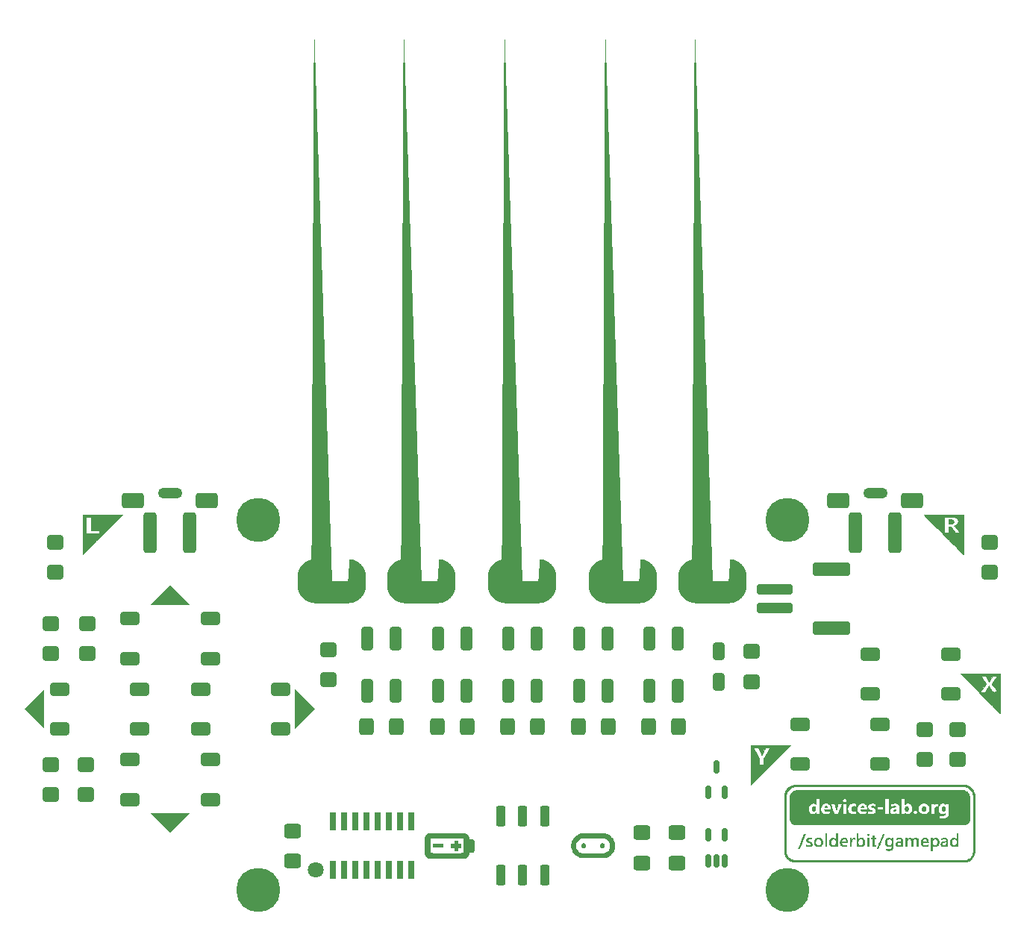
<source format=gts>
%TF.GenerationSoftware,KiCad,Pcbnew,9.0.0*%
%TF.CreationDate,2025-06-19T17:55:55+01:00*%
%TF.ProjectId,solderbit-gamepad,736f6c64-6572-4626-9974-2d67616d6570,v0.7*%
%TF.SameCoordinates,Original*%
%TF.FileFunction,Soldermask,Top*%
%TF.FilePolarity,Negative*%
%FSLAX46Y46*%
G04 Gerber Fmt 4.6, Leading zero omitted, Abs format (unit mm)*
G04 Created by KiCad (PCBNEW 9.0.0) date 2025-06-19 17:55:55*
%MOMM*%
%LPD*%
G01*
G04 APERTURE LIST*
G04 Aperture macros list*
%AMRoundRect*
0 Rectangle with rounded corners*
0 $1 Rounding radius*
0 $2 $3 $4 $5 $6 $7 $8 $9 X,Y pos of 4 corners*
0 Add a 4 corners polygon primitive as box body*
4,1,4,$2,$3,$4,$5,$6,$7,$8,$9,$2,$3,0*
0 Add four circle primitives for the rounded corners*
1,1,$1+$1,$2,$3*
1,1,$1+$1,$4,$5*
1,1,$1+$1,$6,$7*
1,1,$1+$1,$8,$9*
0 Add four rect primitives between the rounded corners*
20,1,$1+$1,$2,$3,$4,$5,0*
20,1,$1+$1,$4,$5,$6,$7,0*
20,1,$1+$1,$6,$7,$8,$9,0*
20,1,$1+$1,$8,$9,$2,$3,0*%
%AMFreePoly0*
4,1,53,1.982861,2.497452,2.265674,2.456790,2.539821,2.376293,2.799722,2.257600,3.040086,2.103127,3.256020,1.916020,3.443127,1.700086,3.597600,1.459722,3.716293,1.199821,3.796790,0.925674,3.837452,0.642861,3.840000,0.500000,3.840000,-0.500000,3.837452,-0.642861,3.796790,-0.925674,3.716293,-1.199821,3.597600,-1.459722,3.443127,-1.700086,3.256020,-1.916020,3.040086,-2.103127,
2.799722,-2.257600,2.539821,-2.376293,2.265674,-2.456790,1.982861,-2.497452,1.840000,-2.500000,-1.910000,-2.500000,-2.052869,-2.497572,-2.335699,-2.456908,-2.609863,-2.376406,-2.869780,-2.257706,-3.110159,-2.103224,-3.326105,-1.916105,-3.513224,-1.700159,-3.667706,-1.459780,-3.786406,-1.199863,-3.866908,-0.925699,-3.907572,-0.642869,-3.910000,-0.500000,-3.910000,0.500000,-3.907572,0.642869,
-3.866908,0.925699,-3.786406,1.199863,-3.667706,1.459780,-3.513224,1.700159,-3.326105,1.916105,-3.110159,2.103224,-2.869780,2.257706,-2.609863,2.376406,-2.335699,2.456908,-2.052869,2.497572,-1.910000,2.500000,1.840000,2.500000,1.982861,2.497452,1.982861,2.497452,$1*%
G04 Aperture macros list end*
%ADD10C,0.010000*%
%ADD11C,0.000000*%
%ADD12RoundRect,0.265200X0.397800X-1.047800X0.397800X1.047800X-0.397800X1.047800X-0.397800X-1.047800X0*%
%ADD13RoundRect,0.162500X0.162500X-0.587500X0.162500X0.587500X-0.162500X0.587500X-0.162500X-0.587500X0*%
%ADD14RoundRect,0.263571X-0.824429X-0.474429X0.824429X-0.474429X0.824429X0.474429X-0.824429X0.474429X0*%
%ADD15RoundRect,0.261875X0.976125X0.576125X-0.976125X0.576125X-0.976125X-0.576125X0.976125X-0.576125X0*%
%ADD16O,2.776000X1.176000*%
%ADD17RoundRect,0.263571X0.474429X-2.024429X0.474429X2.024429X-0.474429X2.024429X-0.474429X-2.024429X0*%
%ADD18RoundRect,0.316226X-0.621774X0.521774X-0.621774X-0.521774X0.621774X-0.521774X0.621774X0.521774X0*%
%ADD19RoundRect,0.322308X-0.590692X0.515692X-0.590692X-0.515692X0.590692X-0.515692X0.590692X0.515692X0*%
%ADD20RoundRect,0.322308X0.590692X-0.515692X0.590692X0.515692X-0.590692X0.515692X-0.590692X-0.515692X0*%
%ADD21RoundRect,0.316226X-0.521774X-0.621774X0.521774X-0.621774X0.521774X0.621774X-0.521774X0.621774X0*%
%ADD22RoundRect,0.250000X-0.400000X0.725000X-0.400000X-0.725000X0.400000X-0.725000X0.400000X0.725000X0*%
%ADD23RoundRect,0.316226X0.621774X-0.521774X0.621774X0.521774X-0.621774X0.521774X-0.621774X-0.521774X0*%
%ADD24RoundRect,0.038000X0.266700X-1.005050X0.266700X1.005050X-0.266700X1.005050X-0.266700X-1.005050X0*%
%ADD25RoundRect,0.250001X1.849999X-0.499999X1.849999X0.499999X-1.849999X0.499999X-1.849999X-0.499999X0*%
%ADD26RoundRect,0.300000X1.750000X-0.300000X1.750000X0.300000X-1.750000X0.300000X-1.750000X-0.300000X0*%
%ADD27C,5.000000*%
%ADD28RoundRect,0.269000X-0.269000X-0.894000X0.269000X-0.894000X0.269000X0.894000X-0.269000X0.894000X0*%
%ADD29FreePoly0,0.000000*%
%ADD30C,1.800000*%
G04 APERTURE END LIST*
D10*
X132399931Y-68400960D02*
X132262594Y-68538294D01*
X132127368Y-68673514D01*
X131994493Y-68806375D01*
X131864215Y-68936634D01*
X131736780Y-69064047D01*
X131612427Y-69188371D01*
X131491402Y-69309364D01*
X131373951Y-69426780D01*
X131260314Y-69540375D01*
X131150736Y-69649906D01*
X131045461Y-69755131D01*
X130944735Y-69855805D01*
X130848798Y-69951685D01*
X130757896Y-70042527D01*
X130672273Y-70128087D01*
X130592172Y-70208121D01*
X130517836Y-70282386D01*
X130449511Y-70350640D01*
X130387438Y-70412637D01*
X130331863Y-70468134D01*
X130283029Y-70516888D01*
X130241179Y-70558654D01*
X130206559Y-70593192D01*
X130179411Y-70620253D01*
X130159978Y-70639597D01*
X130148506Y-70650981D01*
X130145188Y-70654218D01*
X130145080Y-70648333D01*
X130144974Y-70630951D01*
X130144870Y-70602484D01*
X130144770Y-70563337D01*
X130144671Y-70513924D01*
X130144576Y-70454653D01*
X130144485Y-70385934D01*
X130144396Y-70308177D01*
X130144312Y-70221790D01*
X130144231Y-70127184D01*
X130144156Y-70024768D01*
X130144086Y-69914952D01*
X130144020Y-69798147D01*
X130143960Y-69674760D01*
X130143904Y-69545203D01*
X130143855Y-69409884D01*
X130143813Y-69269214D01*
X130143775Y-69123601D01*
X130143745Y-68973457D01*
X130143723Y-68819190D01*
X130143706Y-68661211D01*
X130143697Y-68499928D01*
X130143697Y-66390642D01*
X130394701Y-66390642D01*
X130397811Y-66396362D01*
X130406391Y-66411831D01*
X130420084Y-66436415D01*
X130438534Y-66469476D01*
X130461388Y-66510380D01*
X130488289Y-66558491D01*
X130518882Y-66613175D01*
X130552810Y-66673796D01*
X130589719Y-66739719D01*
X130629255Y-66810306D01*
X130671060Y-66884927D01*
X130714780Y-66962940D01*
X130752403Y-67030061D01*
X131108103Y-67664550D01*
X131108103Y-68350359D01*
X131608165Y-68350359D01*
X131608165Y-67652429D01*
X131972074Y-67023593D01*
X132018187Y-66943910D01*
X132062649Y-66867078D01*
X132105097Y-66793727D01*
X132145165Y-66724487D01*
X132182488Y-66659990D01*
X132216703Y-66600863D01*
X132247444Y-66547740D01*
X132274345Y-66501249D01*
X132297045Y-66462021D01*
X132315175Y-66430688D01*
X132328372Y-66407877D01*
X132336273Y-66394221D01*
X132338542Y-66390293D01*
X132333330Y-66389370D01*
X132317389Y-66388511D01*
X132291901Y-66387737D01*
X132258042Y-66387066D01*
X132216991Y-66386522D01*
X132169927Y-66386121D01*
X132118030Y-66385884D01*
X132075846Y-66385827D01*
X131810590Y-66385827D01*
X131623834Y-66759387D01*
X131584957Y-66837243D01*
X131551090Y-66905315D01*
X131521852Y-66964433D01*
X131496864Y-67015430D01*
X131475747Y-67059137D01*
X131458119Y-67096388D01*
X131443602Y-67128012D01*
X131431815Y-67154843D01*
X131422380Y-67177712D01*
X131414916Y-67197450D01*
X131409043Y-67214891D01*
X131404381Y-67230864D01*
X131400552Y-67246205D01*
X131399535Y-67250687D01*
X131394589Y-67268606D01*
X131389497Y-67280303D01*
X131386038Y-67283136D01*
X131382177Y-67277001D01*
X131375889Y-67261674D01*
X131368021Y-67239416D01*
X131359417Y-67212480D01*
X131358745Y-67210266D01*
X131353608Y-67194311D01*
X131347222Y-67176597D01*
X131339196Y-67156274D01*
X131329131Y-67132488D01*
X131316634Y-67104390D01*
X131301313Y-67071129D01*
X131282772Y-67031852D01*
X131260615Y-66985710D01*
X131234451Y-66931850D01*
X131203881Y-66869421D01*
X131168514Y-66797573D01*
X131151982Y-66764075D01*
X130966666Y-66388805D01*
X130679682Y-66387258D01*
X130622583Y-66387050D01*
X130569346Y-66387045D01*
X130521108Y-66387233D01*
X130479006Y-66387599D01*
X130444177Y-66388128D01*
X130417759Y-66388809D01*
X130400889Y-66389627D01*
X130394703Y-66390569D01*
X130394701Y-66390642D01*
X130143697Y-66390642D01*
X130143697Y-66147704D01*
X134653183Y-66147704D01*
X132399931Y-68400960D01*
G36*
X132399931Y-68400960D02*
G01*
X132262594Y-68538294D01*
X132127368Y-68673514D01*
X131994493Y-68806375D01*
X131864215Y-68936634D01*
X131736780Y-69064047D01*
X131612427Y-69188371D01*
X131491402Y-69309364D01*
X131373951Y-69426780D01*
X131260314Y-69540375D01*
X131150736Y-69649906D01*
X131045461Y-69755131D01*
X130944735Y-69855805D01*
X130848798Y-69951685D01*
X130757896Y-70042527D01*
X130672273Y-70128087D01*
X130592172Y-70208121D01*
X130517836Y-70282386D01*
X130449511Y-70350640D01*
X130387438Y-70412637D01*
X130331863Y-70468134D01*
X130283029Y-70516888D01*
X130241179Y-70558654D01*
X130206559Y-70593192D01*
X130179411Y-70620253D01*
X130159978Y-70639597D01*
X130148506Y-70650981D01*
X130145188Y-70654218D01*
X130145080Y-70648333D01*
X130144974Y-70630951D01*
X130144870Y-70602484D01*
X130144770Y-70563337D01*
X130144671Y-70513924D01*
X130144576Y-70454653D01*
X130144485Y-70385934D01*
X130144396Y-70308177D01*
X130144312Y-70221790D01*
X130144231Y-70127184D01*
X130144156Y-70024768D01*
X130144086Y-69914952D01*
X130144020Y-69798147D01*
X130143960Y-69674760D01*
X130143904Y-69545203D01*
X130143855Y-69409884D01*
X130143813Y-69269214D01*
X130143775Y-69123601D01*
X130143745Y-68973457D01*
X130143723Y-68819190D01*
X130143706Y-68661211D01*
X130143697Y-68499928D01*
X130143697Y-66390642D01*
X130394701Y-66390642D01*
X130397811Y-66396362D01*
X130406391Y-66411831D01*
X130420084Y-66436415D01*
X130438534Y-66469476D01*
X130461388Y-66510380D01*
X130488289Y-66558491D01*
X130518882Y-66613175D01*
X130552810Y-66673796D01*
X130589719Y-66739719D01*
X130629255Y-66810306D01*
X130671060Y-66884927D01*
X130714780Y-66962940D01*
X130752403Y-67030061D01*
X131108103Y-67664550D01*
X131108103Y-68350359D01*
X131608165Y-68350359D01*
X131608165Y-67652429D01*
X131972074Y-67023593D01*
X132018187Y-66943910D01*
X132062649Y-66867078D01*
X132105097Y-66793727D01*
X132145165Y-66724487D01*
X132182488Y-66659990D01*
X132216703Y-66600863D01*
X132247444Y-66547740D01*
X132274345Y-66501249D01*
X132297045Y-66462021D01*
X132315175Y-66430688D01*
X132328372Y-66407877D01*
X132336273Y-66394221D01*
X132338542Y-66390293D01*
X132333330Y-66389370D01*
X132317389Y-66388511D01*
X132291901Y-66387737D01*
X132258042Y-66387066D01*
X132216991Y-66386522D01*
X132169927Y-66386121D01*
X132118030Y-66385884D01*
X132075846Y-66385827D01*
X131810590Y-66385827D01*
X131623834Y-66759387D01*
X131584957Y-66837243D01*
X131551090Y-66905315D01*
X131521852Y-66964433D01*
X131496864Y-67015430D01*
X131475747Y-67059137D01*
X131458119Y-67096388D01*
X131443602Y-67128012D01*
X131431815Y-67154843D01*
X131422380Y-67177712D01*
X131414916Y-67197450D01*
X131409043Y-67214891D01*
X131404381Y-67230864D01*
X131400552Y-67246205D01*
X131399535Y-67250687D01*
X131394589Y-67268606D01*
X131389497Y-67280303D01*
X131386038Y-67283136D01*
X131382177Y-67277001D01*
X131375889Y-67261674D01*
X131368021Y-67239416D01*
X131359417Y-67212480D01*
X131358745Y-67210266D01*
X131353608Y-67194311D01*
X131347222Y-67176597D01*
X131339196Y-67156274D01*
X131329131Y-67132488D01*
X131316634Y-67104390D01*
X131301313Y-67071129D01*
X131282772Y-67031852D01*
X131260615Y-66985710D01*
X131234451Y-66931850D01*
X131203881Y-66869421D01*
X131168514Y-66797573D01*
X131151982Y-66764075D01*
X130966666Y-66388805D01*
X130679682Y-66387258D01*
X130622583Y-66387050D01*
X130569346Y-66387045D01*
X130521108Y-66387233D01*
X130479006Y-66387599D01*
X130444177Y-66388128D01*
X130417759Y-66388809D01*
X130400889Y-66389627D01*
X130394703Y-66390569D01*
X130394701Y-66390642D01*
X130143697Y-66390642D01*
X130143697Y-66147704D01*
X134653183Y-66147704D01*
X132399931Y-68400960D01*
G37*
D11*
G36*
X49994406Y-64298138D02*
G01*
X47744125Y-62047859D01*
X47744125Y-62045875D01*
X49994406Y-59795594D01*
X49994406Y-64298138D01*
G37*
G36*
X66504406Y-50231775D02*
G01*
X62001862Y-50231775D01*
X64252141Y-47981494D01*
X64254125Y-47981494D01*
X66504406Y-50231775D01*
G37*
G36*
X80691007Y-62052141D02*
G01*
X80691007Y-62054125D01*
X78440726Y-64304406D01*
X78440726Y-59801862D01*
X80691007Y-62052141D01*
G37*
D10*
X55717992Y-41212565D02*
X55756864Y-41213515D01*
X55788919Y-41214735D01*
X55815277Y-41216381D01*
X55837058Y-41218608D01*
X55855381Y-41221572D01*
X55871366Y-41225428D01*
X55886134Y-41230332D01*
X55900804Y-41236439D01*
X55905520Y-41238607D01*
X55933375Y-41255139D01*
X55954505Y-41275720D01*
X55969271Y-41300821D01*
X55978034Y-41330913D01*
X55978560Y-41333997D01*
X55980427Y-41367715D01*
X55974763Y-41398925D01*
X55961567Y-41427633D01*
X55943987Y-41450545D01*
X55917171Y-41474811D01*
X55886074Y-41494054D01*
X55853239Y-41507865D01*
X55843670Y-41511125D01*
X55835084Y-41513675D01*
X55826323Y-41515617D01*
X55816230Y-41517056D01*
X55803648Y-41518094D01*
X55787420Y-41518837D01*
X55766391Y-41519388D01*
X55739401Y-41519851D01*
X55716008Y-41520182D01*
X55609844Y-41521641D01*
X55609844Y-41210367D01*
X55717992Y-41212565D01*
G36*
X55717992Y-41212565D02*
G01*
X55756864Y-41213515D01*
X55788919Y-41214735D01*
X55815277Y-41216381D01*
X55837058Y-41218608D01*
X55855381Y-41221572D01*
X55871366Y-41225428D01*
X55886134Y-41230332D01*
X55900804Y-41236439D01*
X55905520Y-41238607D01*
X55933375Y-41255139D01*
X55954505Y-41275720D01*
X55969271Y-41300821D01*
X55978034Y-41330913D01*
X55978560Y-41333997D01*
X55980427Y-41367715D01*
X55974763Y-41398925D01*
X55961567Y-41427633D01*
X55943987Y-41450545D01*
X55917171Y-41474811D01*
X55886074Y-41494054D01*
X55853239Y-41507865D01*
X55843670Y-41511125D01*
X55835084Y-41513675D01*
X55826323Y-41515617D01*
X55816230Y-41517056D01*
X55803648Y-41518094D01*
X55787420Y-41518837D01*
X55766391Y-41519388D01*
X55739401Y-41519851D01*
X55716008Y-41520182D01*
X55609844Y-41521641D01*
X55609844Y-41210367D01*
X55717992Y-41212565D01*
G37*
X56588172Y-42256844D02*
X56475963Y-42369052D01*
X56365132Y-42479879D01*
X56255811Y-42589195D01*
X56148133Y-42696864D01*
X56042231Y-42802756D01*
X55938237Y-42906737D01*
X55836285Y-43008674D01*
X55736507Y-43108436D01*
X55639036Y-43205888D01*
X55544004Y-43300899D01*
X55451544Y-43393336D01*
X55361790Y-43483066D01*
X55274874Y-43569956D01*
X55190928Y-43653874D01*
X55110085Y-43734686D01*
X55032479Y-43812262D01*
X54958241Y-43886466D01*
X54887505Y-43957168D01*
X54820403Y-44024234D01*
X54757069Y-44087532D01*
X54697634Y-44146928D01*
X54642232Y-44202291D01*
X54590995Y-44253487D01*
X54544056Y-44300384D01*
X54501548Y-44342849D01*
X54463603Y-44380749D01*
X54430355Y-44413952D01*
X54401936Y-44442325D01*
X54378479Y-44465736D01*
X54360116Y-44484051D01*
X54346981Y-44497138D01*
X54339205Y-44504864D01*
X54336900Y-44507125D01*
X54336841Y-44503193D01*
X54336783Y-44491548D01*
X54336726Y-44472410D01*
X54336670Y-44446005D01*
X54336616Y-44412555D01*
X54336562Y-44372283D01*
X54336510Y-44325413D01*
X54336459Y-44272166D01*
X54336410Y-44212768D01*
X54336363Y-44147440D01*
X54336317Y-44076407D01*
X54336273Y-43999890D01*
X54336232Y-43918113D01*
X54336192Y-43831300D01*
X54336154Y-43739673D01*
X54336119Y-43643456D01*
X54336086Y-43542872D01*
X54336055Y-43438144D01*
X54336027Y-43329494D01*
X54336002Y-43217147D01*
X54335980Y-43101326D01*
X54335960Y-42982252D01*
X54335943Y-42860151D01*
X54335929Y-42735244D01*
X54335919Y-42607755D01*
X54335911Y-42477907D01*
X54335907Y-42345923D01*
X54335907Y-42098094D01*
X54681188Y-42098094D01*
X56264719Y-42098094D01*
X56264719Y-41764719D01*
X55276500Y-41764719D01*
X55276500Y-40256594D01*
X54681188Y-40256594D01*
X54681188Y-42098094D01*
X54335907Y-42098094D01*
X54335907Y-40256594D01*
X54335907Y-40006563D01*
X58838451Y-40006563D01*
X56588172Y-42256844D01*
G36*
X56588172Y-42256844D02*
G01*
X56475963Y-42369052D01*
X56365132Y-42479879D01*
X56255811Y-42589195D01*
X56148133Y-42696864D01*
X56042231Y-42802756D01*
X55938237Y-42906737D01*
X55836285Y-43008674D01*
X55736507Y-43108436D01*
X55639036Y-43205888D01*
X55544004Y-43300899D01*
X55451544Y-43393336D01*
X55361790Y-43483066D01*
X55274874Y-43569956D01*
X55190928Y-43653874D01*
X55110085Y-43734686D01*
X55032479Y-43812262D01*
X54958241Y-43886466D01*
X54887505Y-43957168D01*
X54820403Y-44024234D01*
X54757069Y-44087532D01*
X54697634Y-44146928D01*
X54642232Y-44202291D01*
X54590995Y-44253487D01*
X54544056Y-44300384D01*
X54501548Y-44342849D01*
X54463603Y-44380749D01*
X54430355Y-44413952D01*
X54401936Y-44442325D01*
X54378479Y-44465736D01*
X54360116Y-44484051D01*
X54346981Y-44497138D01*
X54339205Y-44504864D01*
X54336900Y-44507125D01*
X54336841Y-44503193D01*
X54336783Y-44491548D01*
X54336726Y-44472410D01*
X54336670Y-44446005D01*
X54336616Y-44412555D01*
X54336562Y-44372283D01*
X54336510Y-44325413D01*
X54336459Y-44272166D01*
X54336410Y-44212768D01*
X54336363Y-44147440D01*
X54336317Y-44076407D01*
X54336273Y-43999890D01*
X54336232Y-43918113D01*
X54336192Y-43831300D01*
X54336154Y-43739673D01*
X54336119Y-43643456D01*
X54336086Y-43542872D01*
X54336055Y-43438144D01*
X54336027Y-43329494D01*
X54336002Y-43217147D01*
X54335980Y-43101326D01*
X54335960Y-42982252D01*
X54335943Y-42860151D01*
X54335929Y-42735244D01*
X54335919Y-42607755D01*
X54335911Y-42477907D01*
X54335907Y-42345923D01*
X54335907Y-42098094D01*
X54681188Y-42098094D01*
X56264719Y-42098094D01*
X56264719Y-41764719D01*
X55276500Y-41764719D01*
X55276500Y-40256594D01*
X54681188Y-40256594D01*
X54681188Y-42098094D01*
X54335907Y-42098094D01*
X54335907Y-40256594D01*
X54335907Y-40006563D01*
X58838451Y-40006563D01*
X56588172Y-42256844D01*
G37*
X158405992Y-60313728D02*
X158405990Y-60447012D01*
X158405985Y-60578309D01*
X158405977Y-60707395D01*
X158405965Y-60834049D01*
X158405950Y-60958046D01*
X158405932Y-61079163D01*
X158405912Y-61197177D01*
X158405888Y-61311866D01*
X158405862Y-61423006D01*
X158405833Y-61530373D01*
X158405802Y-61633746D01*
X158405768Y-61732899D01*
X158405732Y-61827611D01*
X158405694Y-61917659D01*
X158405653Y-62002819D01*
X158405611Y-62082867D01*
X158405566Y-62157581D01*
X158405520Y-62226739D01*
X158405472Y-62290115D01*
X158405422Y-62347488D01*
X158405371Y-62398635D01*
X158405319Y-62443331D01*
X158405265Y-62481355D01*
X158405210Y-62512482D01*
X158405153Y-62536490D01*
X158405096Y-62553156D01*
X158405038Y-62562256D01*
X158404999Y-62564009D01*
X158402165Y-62561225D01*
X158393851Y-62552960D01*
X158380191Y-62539348D01*
X158361316Y-62520521D01*
X158337360Y-62496612D01*
X158308456Y-62467753D01*
X158274735Y-62434077D01*
X158236332Y-62395718D01*
X158193378Y-62352807D01*
X158146006Y-62305477D01*
X158094350Y-62253861D01*
X158038541Y-62198092D01*
X157978713Y-62138303D01*
X157914998Y-62074625D01*
X157847530Y-62007192D01*
X157776440Y-61936136D01*
X157701862Y-61861591D01*
X157623928Y-61783688D01*
X157542771Y-61702561D01*
X157458525Y-61618342D01*
X157371320Y-61531164D01*
X157281292Y-61441160D01*
X157188571Y-61348461D01*
X157093291Y-61253202D01*
X156995585Y-61155515D01*
X156895585Y-61055531D01*
X156793424Y-60953385D01*
X156689235Y-60849208D01*
X156583151Y-60743134D01*
X156475303Y-60635295D01*
X156365827Y-60525824D01*
X156254852Y-60414853D01*
X156153726Y-60313728D01*
X155950328Y-60110329D01*
X156146350Y-60110329D01*
X156147190Y-60111308D01*
X156151285Y-60112157D01*
X156159086Y-60112885D01*
X156171048Y-60113499D01*
X156187624Y-60114007D01*
X156209267Y-60114418D01*
X156236431Y-60114740D01*
X156269568Y-60114979D01*
X156309133Y-60115145D01*
X156355577Y-60115245D01*
X156409356Y-60115288D01*
X156428882Y-60115290D01*
X156714429Y-60115290D01*
X156902900Y-59812673D01*
X156936689Y-59758389D01*
X156966544Y-59710326D01*
X156992748Y-59667982D01*
X157015585Y-59630853D01*
X157035338Y-59598438D01*
X157052291Y-59570233D01*
X157066726Y-59545735D01*
X157078927Y-59524441D01*
X157089178Y-59505850D01*
X157097761Y-59489456D01*
X157104960Y-59474759D01*
X157111059Y-59461255D01*
X157116341Y-59448440D01*
X157121088Y-59435813D01*
X157125586Y-59422871D01*
X157129877Y-59409845D01*
X157134383Y-59398379D01*
X157138872Y-59390811D01*
X157141385Y-59389009D01*
X157144571Y-59392570D01*
X157148637Y-59401983D01*
X157152787Y-59415339D01*
X157153422Y-59417782D01*
X157158963Y-59437434D01*
X157165904Y-59459046D01*
X157171394Y-59474337D01*
X157175470Y-59482822D01*
X157183586Y-59497709D01*
X157195554Y-59518683D01*
X157211187Y-59545428D01*
X157230295Y-59577629D01*
X157252692Y-59614971D01*
X157278189Y-59657139D01*
X157306597Y-59703817D01*
X157337729Y-59754689D01*
X157367886Y-59803743D01*
X157395409Y-59848396D01*
X157421803Y-59891163D01*
X157446764Y-59931554D01*
X157469988Y-59969080D01*
X157491171Y-60003250D01*
X157510007Y-60033576D01*
X157526194Y-60059566D01*
X157539426Y-60080732D01*
X157549400Y-60096583D01*
X157555811Y-60106630D01*
X157558328Y-60110356D01*
X157560795Y-60111347D01*
X157566522Y-60112193D01*
X157575974Y-60112901D01*
X157589614Y-60113476D01*
X157607908Y-60113926D01*
X157631320Y-60114256D01*
X157660315Y-60114473D01*
X157695357Y-60114583D01*
X157736910Y-60114594D01*
X157785439Y-60114510D01*
X157841410Y-60114339D01*
X157845537Y-60114325D01*
X158128104Y-60113306D01*
X157798736Y-59651204D01*
X157760152Y-59597047D01*
X157722853Y-59544642D01*
X157687094Y-59494355D01*
X157653136Y-59446551D01*
X157621236Y-59401595D01*
X157591653Y-59359852D01*
X157564646Y-59321689D01*
X157540471Y-59287470D01*
X157519389Y-59257561D01*
X157501657Y-59232326D01*
X157487533Y-59212132D01*
X157477276Y-59197344D01*
X157471145Y-59188327D01*
X157469367Y-59185453D01*
X157471612Y-59181822D01*
X157478167Y-59172091D01*
X157488766Y-59156639D01*
X157503142Y-59135851D01*
X157521027Y-59110109D01*
X157542154Y-59079794D01*
X157566256Y-59045291D01*
X157593066Y-59006980D01*
X157622315Y-58965244D01*
X157653738Y-58920466D01*
X157687067Y-58873028D01*
X157722035Y-58823313D01*
X157758374Y-58771704D01*
X157770435Y-58754586D01*
X157807534Y-58701940D01*
X157843602Y-58650755D01*
X157878349Y-58601441D01*
X157911486Y-58554408D01*
X157942724Y-58510068D01*
X157971773Y-58468832D01*
X157998345Y-58431109D01*
X158022149Y-58397311D01*
X158042896Y-58367849D01*
X158060298Y-58343132D01*
X158074064Y-58323573D01*
X158083906Y-58309582D01*
X158089534Y-58301569D01*
X158090226Y-58300579D01*
X158108949Y-58273790D01*
X157841744Y-58273845D01*
X157574539Y-58273899D01*
X157403122Y-58548833D01*
X157370837Y-58600651D01*
X157342448Y-58646332D01*
X157317630Y-58686458D01*
X157296054Y-58721612D01*
X157277396Y-58752378D01*
X157261328Y-58779338D01*
X157247524Y-58803076D01*
X157235657Y-58824175D01*
X157225401Y-58843218D01*
X157216429Y-58860788D01*
X157208414Y-58877468D01*
X157201031Y-58893842D01*
X157193953Y-58910491D01*
X157186852Y-58928000D01*
X157179403Y-58946952D01*
X157177654Y-58951454D01*
X157171795Y-58965062D01*
X157166331Y-58975197D01*
X157162267Y-58980049D01*
X157161659Y-58980228D01*
X157158389Y-58976715D01*
X157153498Y-58967262D01*
X157147764Y-58953494D01*
X157144130Y-58943517D01*
X157139817Y-58931395D01*
X157135200Y-58919248D01*
X157130016Y-58906570D01*
X157124002Y-58892857D01*
X157116896Y-58877603D01*
X157108434Y-58860302D01*
X157098355Y-58840450D01*
X157086396Y-58817542D01*
X157072294Y-58791071D01*
X157055786Y-58760534D01*
X157036611Y-58725424D01*
X157014504Y-58685236D01*
X156989205Y-58639466D01*
X156960449Y-58587607D01*
X156939900Y-58550611D01*
X156786072Y-58273790D01*
X156494469Y-58273790D01*
X156437221Y-58273816D01*
X156387476Y-58273899D01*
X156344800Y-58274047D01*
X156308760Y-58274265D01*
X156278920Y-58274563D01*
X156254848Y-58274947D01*
X156236110Y-58275424D01*
X156222270Y-58276002D01*
X156212896Y-58276688D01*
X156207552Y-58277490D01*
X156205806Y-58278414D01*
X156205869Y-58278647D01*
X156208428Y-58282464D01*
X156215187Y-58292458D01*
X156225882Y-58308240D01*
X156240250Y-58329421D01*
X156258029Y-58355616D01*
X156278953Y-58386434D01*
X156302761Y-58421489D01*
X156329188Y-58460393D01*
X156357971Y-58502758D01*
X156388846Y-58548196D01*
X156421551Y-58596320D01*
X156455822Y-58646740D01*
X156491395Y-58699071D01*
X156503857Y-58717402D01*
X156540048Y-58770640D01*
X156575176Y-58822320D01*
X156608963Y-58872036D01*
X156641133Y-58919378D01*
X156671409Y-58963941D01*
X156699514Y-59005316D01*
X156725172Y-59043096D01*
X156748106Y-59076875D01*
X156768039Y-59106243D01*
X156784695Y-59130794D01*
X156797797Y-59150121D01*
X156807069Y-59163817D01*
X156812233Y-59171472D01*
X156812918Y-59172497D01*
X156826992Y-59193695D01*
X156488178Y-59649531D01*
X156448463Y-59702970D01*
X156410028Y-59754697D01*
X156373143Y-59804352D01*
X156338075Y-59851573D01*
X156305091Y-59895997D01*
X156274462Y-59937265D01*
X156246454Y-59975014D01*
X156221336Y-60008882D01*
X156199377Y-60038509D01*
X156180844Y-60063531D01*
X156166005Y-60083589D01*
X156155130Y-60098320D01*
X156148485Y-60107362D01*
X156146350Y-60110329D01*
X155950328Y-60110329D01*
X153903449Y-58063447D01*
X158405992Y-58063447D01*
X158405992Y-60313728D01*
G36*
X158405992Y-60313728D02*
G01*
X158405990Y-60447012D01*
X158405985Y-60578309D01*
X158405977Y-60707395D01*
X158405965Y-60834049D01*
X158405950Y-60958046D01*
X158405932Y-61079163D01*
X158405912Y-61197177D01*
X158405888Y-61311866D01*
X158405862Y-61423006D01*
X158405833Y-61530373D01*
X158405802Y-61633746D01*
X158405768Y-61732899D01*
X158405732Y-61827611D01*
X158405694Y-61917659D01*
X158405653Y-62002819D01*
X158405611Y-62082867D01*
X158405566Y-62157581D01*
X158405520Y-62226739D01*
X158405472Y-62290115D01*
X158405422Y-62347488D01*
X158405371Y-62398635D01*
X158405319Y-62443331D01*
X158405265Y-62481355D01*
X158405210Y-62512482D01*
X158405153Y-62536490D01*
X158405096Y-62553156D01*
X158405038Y-62562256D01*
X158404999Y-62564009D01*
X158402165Y-62561225D01*
X158393851Y-62552960D01*
X158380191Y-62539348D01*
X158361316Y-62520521D01*
X158337360Y-62496612D01*
X158308456Y-62467753D01*
X158274735Y-62434077D01*
X158236332Y-62395718D01*
X158193378Y-62352807D01*
X158146006Y-62305477D01*
X158094350Y-62253861D01*
X158038541Y-62198092D01*
X157978713Y-62138303D01*
X157914998Y-62074625D01*
X157847530Y-62007192D01*
X157776440Y-61936136D01*
X157701862Y-61861591D01*
X157623928Y-61783688D01*
X157542771Y-61702561D01*
X157458525Y-61618342D01*
X157371320Y-61531164D01*
X157281292Y-61441160D01*
X157188571Y-61348461D01*
X157093291Y-61253202D01*
X156995585Y-61155515D01*
X156895585Y-61055531D01*
X156793424Y-60953385D01*
X156689235Y-60849208D01*
X156583151Y-60743134D01*
X156475303Y-60635295D01*
X156365827Y-60525824D01*
X156254852Y-60414853D01*
X156153726Y-60313728D01*
X155950328Y-60110329D01*
X156146350Y-60110329D01*
X156147190Y-60111308D01*
X156151285Y-60112157D01*
X156159086Y-60112885D01*
X156171048Y-60113499D01*
X156187624Y-60114007D01*
X156209267Y-60114418D01*
X156236431Y-60114740D01*
X156269568Y-60114979D01*
X156309133Y-60115145D01*
X156355577Y-60115245D01*
X156409356Y-60115288D01*
X156428882Y-60115290D01*
X156714429Y-60115290D01*
X156902900Y-59812673D01*
X156936689Y-59758389D01*
X156966544Y-59710326D01*
X156992748Y-59667982D01*
X157015585Y-59630853D01*
X157035338Y-59598438D01*
X157052291Y-59570233D01*
X157066726Y-59545735D01*
X157078927Y-59524441D01*
X157089178Y-59505850D01*
X157097761Y-59489456D01*
X157104960Y-59474759D01*
X157111059Y-59461255D01*
X157116341Y-59448440D01*
X157121088Y-59435813D01*
X157125586Y-59422871D01*
X157129877Y-59409845D01*
X157134383Y-59398379D01*
X157138872Y-59390811D01*
X157141385Y-59389009D01*
X157144571Y-59392570D01*
X157148637Y-59401983D01*
X157152787Y-59415339D01*
X157153422Y-59417782D01*
X157158963Y-59437434D01*
X157165904Y-59459046D01*
X157171394Y-59474337D01*
X157175470Y-59482822D01*
X157183586Y-59497709D01*
X157195554Y-59518683D01*
X157211187Y-59545428D01*
X157230295Y-59577629D01*
X157252692Y-59614971D01*
X157278189Y-59657139D01*
X157306597Y-59703817D01*
X157337729Y-59754689D01*
X157367886Y-59803743D01*
X157395409Y-59848396D01*
X157421803Y-59891163D01*
X157446764Y-59931554D01*
X157469988Y-59969080D01*
X157491171Y-60003250D01*
X157510007Y-60033576D01*
X157526194Y-60059566D01*
X157539426Y-60080732D01*
X157549400Y-60096583D01*
X157555811Y-60106630D01*
X157558328Y-60110356D01*
X157560795Y-60111347D01*
X157566522Y-60112193D01*
X157575974Y-60112901D01*
X157589614Y-60113476D01*
X157607908Y-60113926D01*
X157631320Y-60114256D01*
X157660315Y-60114473D01*
X157695357Y-60114583D01*
X157736910Y-60114594D01*
X157785439Y-60114510D01*
X157841410Y-60114339D01*
X157845537Y-60114325D01*
X158128104Y-60113306D01*
X157798736Y-59651204D01*
X157760152Y-59597047D01*
X157722853Y-59544642D01*
X157687094Y-59494355D01*
X157653136Y-59446551D01*
X157621236Y-59401595D01*
X157591653Y-59359852D01*
X157564646Y-59321689D01*
X157540471Y-59287470D01*
X157519389Y-59257561D01*
X157501657Y-59232326D01*
X157487533Y-59212132D01*
X157477276Y-59197344D01*
X157471145Y-59188327D01*
X157469367Y-59185453D01*
X157471612Y-59181822D01*
X157478167Y-59172091D01*
X157488766Y-59156639D01*
X157503142Y-59135851D01*
X157521027Y-59110109D01*
X157542154Y-59079794D01*
X157566256Y-59045291D01*
X157593066Y-59006980D01*
X157622315Y-58965244D01*
X157653738Y-58920466D01*
X157687067Y-58873028D01*
X157722035Y-58823313D01*
X157758374Y-58771704D01*
X157770435Y-58754586D01*
X157807534Y-58701940D01*
X157843602Y-58650755D01*
X157878349Y-58601441D01*
X157911486Y-58554408D01*
X157942724Y-58510068D01*
X157971773Y-58468832D01*
X157998345Y-58431109D01*
X158022149Y-58397311D01*
X158042896Y-58367849D01*
X158060298Y-58343132D01*
X158074064Y-58323573D01*
X158083906Y-58309582D01*
X158089534Y-58301569D01*
X158090226Y-58300579D01*
X158108949Y-58273790D01*
X157841744Y-58273845D01*
X157574539Y-58273899D01*
X157403122Y-58548833D01*
X157370837Y-58600651D01*
X157342448Y-58646332D01*
X157317630Y-58686458D01*
X157296054Y-58721612D01*
X157277396Y-58752378D01*
X157261328Y-58779338D01*
X157247524Y-58803076D01*
X157235657Y-58824175D01*
X157225401Y-58843218D01*
X157216429Y-58860788D01*
X157208414Y-58877468D01*
X157201031Y-58893842D01*
X157193953Y-58910491D01*
X157186852Y-58928000D01*
X157179403Y-58946952D01*
X157177654Y-58951454D01*
X157171795Y-58965062D01*
X157166331Y-58975197D01*
X157162267Y-58980049D01*
X157161659Y-58980228D01*
X157158389Y-58976715D01*
X157153498Y-58967262D01*
X157147764Y-58953494D01*
X157144130Y-58943517D01*
X157139817Y-58931395D01*
X157135200Y-58919248D01*
X157130016Y-58906570D01*
X157124002Y-58892857D01*
X157116896Y-58877603D01*
X157108434Y-58860302D01*
X157098355Y-58840450D01*
X157086396Y-58817542D01*
X157072294Y-58791071D01*
X157055786Y-58760534D01*
X157036611Y-58725424D01*
X157014504Y-58685236D01*
X156989205Y-58639466D01*
X156960449Y-58587607D01*
X156939900Y-58550611D01*
X156786072Y-58273790D01*
X156494469Y-58273790D01*
X156437221Y-58273816D01*
X156387476Y-58273899D01*
X156344800Y-58274047D01*
X156308760Y-58274265D01*
X156278920Y-58274563D01*
X156254848Y-58274947D01*
X156236110Y-58275424D01*
X156222270Y-58276002D01*
X156212896Y-58276688D01*
X156207552Y-58277490D01*
X156205806Y-58278414D01*
X156205869Y-58278647D01*
X156208428Y-58282464D01*
X156215187Y-58292458D01*
X156225882Y-58308240D01*
X156240250Y-58329421D01*
X156258029Y-58355616D01*
X156278953Y-58386434D01*
X156302761Y-58421489D01*
X156329188Y-58460393D01*
X156357971Y-58502758D01*
X156388846Y-58548196D01*
X156421551Y-58596320D01*
X156455822Y-58646740D01*
X156491395Y-58699071D01*
X156503857Y-58717402D01*
X156540048Y-58770640D01*
X156575176Y-58822320D01*
X156608963Y-58872036D01*
X156641133Y-58919378D01*
X156671409Y-58963941D01*
X156699514Y-59005316D01*
X156725172Y-59043096D01*
X156748106Y-59076875D01*
X156768039Y-59106243D01*
X156784695Y-59130794D01*
X156797797Y-59150121D01*
X156807069Y-59163817D01*
X156812233Y-59171472D01*
X156812918Y-59172497D01*
X156826992Y-59193695D01*
X156488178Y-59649531D01*
X156448463Y-59702970D01*
X156410028Y-59754697D01*
X156373143Y-59804352D01*
X156338075Y-59851573D01*
X156305091Y-59895997D01*
X156274462Y-59937265D01*
X156246454Y-59975014D01*
X156221336Y-60008882D01*
X156199377Y-60038509D01*
X156180844Y-60063531D01*
X156166005Y-60083589D01*
X156155130Y-60098320D01*
X156148485Y-60107362D01*
X156146350Y-60110329D01*
X155950328Y-60110329D01*
X153903449Y-58063447D01*
X158405992Y-58063447D01*
X158405992Y-60313728D01*
G37*
D11*
G36*
X64247859Y-76105875D02*
G01*
X64245875Y-76105875D01*
X61995594Y-73855594D01*
X66498138Y-73855594D01*
X64247859Y-76105875D01*
G37*
G36*
X138816466Y-76939538D02*
G01*
X138816466Y-77687067D01*
X138696541Y-77687067D01*
X138576617Y-77687067D01*
X138576617Y-76939538D01*
X138576617Y-76192009D01*
X138696541Y-76192009D01*
X138816466Y-76192009D01*
X138816466Y-76939538D01*
G37*
G36*
X143581464Y-77179168D02*
G01*
X143581464Y-77687067D01*
X143465478Y-77687067D01*
X143349491Y-77687067D01*
X143351549Y-77181386D01*
X143353608Y-76675704D01*
X143467536Y-76673486D01*
X143581464Y-76671268D01*
X143581464Y-77179168D01*
G37*
G36*
X138759246Y-73042662D02*
G01*
X138799689Y-73060959D01*
X138802746Y-73063036D01*
X138837669Y-73097264D01*
X138862765Y-73143603D01*
X138877615Y-73201234D01*
X138879071Y-73211931D01*
X138885562Y-73265852D01*
X138682120Y-73265852D01*
X138478679Y-73265852D01*
X138483775Y-73240369D01*
X138500292Y-73188568D01*
X138527328Y-73138775D01*
X138561992Y-73094988D01*
X138601395Y-73061208D01*
X138621747Y-73049428D01*
X138664486Y-73036461D01*
X138712249Y-73034351D01*
X138759246Y-73042662D01*
G37*
G36*
X142892642Y-73042662D02*
G01*
X142933085Y-73060959D01*
X142936143Y-73063036D01*
X142971065Y-73097264D01*
X142996161Y-73143603D01*
X143011011Y-73201234D01*
X143012467Y-73211931D01*
X143018958Y-73265852D01*
X142815517Y-73265852D01*
X142612075Y-73265852D01*
X142617171Y-73240369D01*
X142633688Y-73188568D01*
X142660724Y-73138775D01*
X142695388Y-73094988D01*
X142734791Y-73061208D01*
X142755144Y-73049428D01*
X142797883Y-73036461D01*
X142845645Y-73034351D01*
X142892642Y-73042662D01*
G37*
G36*
X143502714Y-76209159D02*
G01*
X143547339Y-76225976D01*
X143580186Y-76253277D01*
X143600564Y-76290235D01*
X143607778Y-76335351D01*
X143601195Y-76380299D01*
X143580675Y-76417892D01*
X143555780Y-76441063D01*
X143524853Y-76455282D01*
X143485798Y-76462498D01*
X143445024Y-76462366D01*
X143408941Y-76454544D01*
X143397837Y-76449508D01*
X143365082Y-76425206D01*
X143345033Y-76394000D01*
X143335710Y-76352718D01*
X143335406Y-76349345D01*
X143338444Y-76302696D01*
X143354501Y-76263292D01*
X143381622Y-76232772D01*
X143417851Y-76212774D01*
X143461232Y-76204936D01*
X143502714Y-76209159D01*
G37*
G36*
X146669993Y-73419000D02*
G01*
X146674099Y-73424580D01*
X146675507Y-73437732D01*
X146674692Y-73461567D01*
X146673097Y-73485673D01*
X146663069Y-73553064D01*
X146642983Y-73608565D01*
X146612240Y-73653181D01*
X146570240Y-73687916D01*
X146543598Y-73702479D01*
X146495171Y-73717797D01*
X146444025Y-73720817D01*
X146395646Y-73711408D01*
X146382908Y-73706331D01*
X146347053Y-73682488D01*
X146322912Y-73650802D01*
X146310319Y-73614133D01*
X146309109Y-73575344D01*
X146319118Y-73537294D01*
X146340179Y-73502845D01*
X146372128Y-73474858D01*
X146397004Y-73462137D01*
X146415207Y-73456878D01*
X146445431Y-73450262D01*
X146483834Y-73442927D01*
X146526573Y-73435514D01*
X146569804Y-73428663D01*
X146609684Y-73423014D01*
X146642371Y-73419206D01*
X146662712Y-73417882D01*
X146669993Y-73419000D01*
G37*
G36*
X149860220Y-73070036D02*
G01*
X149916861Y-73085494D01*
X149964081Y-73113855D01*
X150001751Y-73155019D01*
X150029741Y-73208884D01*
X150045481Y-73262946D01*
X150055007Y-73331876D01*
X150055925Y-73403769D01*
X150048655Y-73474085D01*
X150033620Y-73538285D01*
X150015801Y-73583161D01*
X149984013Y-73629863D01*
X149941682Y-73665500D01*
X149890452Y-73689358D01*
X149831966Y-73700723D01*
X149767868Y-73698883D01*
X149754006Y-73696779D01*
X149706435Y-73683052D01*
X149662277Y-73660293D01*
X149628396Y-73632383D01*
X149599562Y-73590780D01*
X149577372Y-73537618D01*
X149562407Y-73476135D01*
X149555250Y-73409567D01*
X149556481Y-73341153D01*
X149565239Y-73280691D01*
X149585370Y-73213081D01*
X149614470Y-73158630D01*
X149652829Y-73117069D01*
X149700739Y-73088126D01*
X149758491Y-73071531D01*
X149794289Y-73067584D01*
X149860220Y-73070036D01*
G37*
G36*
X147934887Y-73078212D02*
G01*
X147951279Y-73085012D01*
X147996888Y-73114178D01*
X148032444Y-73154741D01*
X148058179Y-73207150D01*
X148074324Y-73271850D01*
X148080543Y-73333809D01*
X148079510Y-73417985D01*
X148068236Y-73492724D01*
X148047177Y-73557263D01*
X148016786Y-73610840D01*
X147977517Y-73652691D01*
X147929825Y-73682053D01*
X147874164Y-73698163D01*
X147862767Y-73699658D01*
X147831895Y-73700794D01*
X147801739Y-73698541D01*
X147792552Y-73696846D01*
X147740495Y-73676592D01*
X147695070Y-73642663D01*
X147658086Y-73596629D01*
X147641514Y-73565663D01*
X147633622Y-73545924D01*
X147628096Y-73524941D01*
X147624392Y-73498973D01*
X147621965Y-73464279D01*
X147620360Y-73420266D01*
X147619807Y-73357572D01*
X147622455Y-73306996D01*
X147628820Y-73264896D01*
X147639422Y-73227626D01*
X147652067Y-73197200D01*
X147682954Y-73148826D01*
X147723927Y-73110524D01*
X147772297Y-73083304D01*
X147825373Y-73068173D01*
X147880466Y-73066139D01*
X147934887Y-73078212D01*
G37*
G36*
X137396875Y-73073465D02*
G01*
X137448975Y-73094803D01*
X137493473Y-73130163D01*
X137530144Y-73179405D01*
X137535987Y-73189900D01*
X137543664Y-73204923D01*
X137549227Y-73218657D01*
X137553016Y-73233971D01*
X137555367Y-73253733D01*
X137556619Y-73280810D01*
X137557109Y-73318072D01*
X137557175Y-73368386D01*
X137557174Y-73369787D01*
X137557034Y-73420682D01*
X137556456Y-73458558D01*
X137555103Y-73486386D01*
X137552636Y-73507137D01*
X137548714Y-73523780D01*
X137542999Y-73539288D01*
X137536070Y-73554671D01*
X137502699Y-73610646D01*
X137461468Y-73653924D01*
X137413653Y-73683785D01*
X137360528Y-73699507D01*
X137303367Y-73700369D01*
X137284042Y-73697311D01*
X137230447Y-73678974D01*
X137185295Y-73647652D01*
X137149087Y-73604241D01*
X137122327Y-73549636D01*
X137105517Y-73484732D01*
X137099161Y-73410424D01*
X137100074Y-73369787D01*
X137109676Y-73290481D01*
X137128755Y-73222160D01*
X137156835Y-73165431D01*
X137193440Y-73120900D01*
X137238095Y-73089177D01*
X137290326Y-73070868D01*
X137337398Y-73066288D01*
X137396875Y-73073465D01*
G37*
G36*
X152102907Y-73073774D02*
G01*
X152153178Y-73096322D01*
X152197466Y-73133099D01*
X152234871Y-73183501D01*
X152241960Y-73196119D01*
X152248523Y-73209458D01*
X152253273Y-73223019D01*
X152256501Y-73239598D01*
X152258495Y-73261989D01*
X152259548Y-73292989D01*
X152259949Y-73335395D01*
X152259997Y-73369787D01*
X152259889Y-73420661D01*
X152259340Y-73458513D01*
X152258011Y-73486312D01*
X152255563Y-73507025D01*
X152251659Y-73523622D01*
X152245961Y-73539069D01*
X152238929Y-73554630D01*
X152205460Y-73610651D01*
X152164170Y-73653950D01*
X152116323Y-73683811D01*
X152063185Y-73699519D01*
X152006019Y-73700359D01*
X151986781Y-73697311D01*
X151942796Y-73684084D01*
X151906542Y-73661981D01*
X151878089Y-73634616D01*
X151851890Y-73602350D01*
X151833480Y-73570332D01*
X151819716Y-73532314D01*
X151812397Y-73504099D01*
X151801556Y-73426904D01*
X151804363Y-73344045D01*
X151812003Y-73293968D01*
X151831339Y-73223475D01*
X151859793Y-73165618D01*
X151897068Y-73120682D01*
X151942866Y-73088957D01*
X151996889Y-73070729D01*
X152047556Y-73066056D01*
X152102907Y-73073774D01*
G37*
G36*
X141940668Y-76663204D02*
G01*
X141952490Y-76665863D01*
X141974477Y-76672011D01*
X141974477Y-76783789D01*
X141974290Y-76823987D01*
X141973779Y-76857769D01*
X141973013Y-76882274D01*
X141972064Y-76894637D01*
X141971707Y-76895566D01*
X141963520Y-76892275D01*
X141946687Y-76884116D01*
X141941726Y-76881592D01*
X141909401Y-76871427D01*
X141868730Y-76867603D01*
X141825985Y-76869980D01*
X141787436Y-76878417D01*
X141770605Y-76885427D01*
X141726100Y-76917009D01*
X141686713Y-76960937D01*
X141654855Y-77013796D01*
X141632935Y-77072172D01*
X141629806Y-77084878D01*
X141627658Y-77101916D01*
X141625471Y-77132809D01*
X141623329Y-77175420D01*
X141621317Y-77227613D01*
X141619520Y-77287255D01*
X141618022Y-77352208D01*
X141617114Y-77405245D01*
X141613035Y-77687067D01*
X141497882Y-77687067D01*
X141382730Y-77687067D01*
X141384788Y-77181386D01*
X141386847Y-76675704D01*
X141500775Y-76673486D01*
X141614703Y-76671268D01*
X141615096Y-76773423D01*
X141615490Y-76875578D01*
X141643515Y-76820966D01*
X141676827Y-76767496D01*
X141716682Y-76722377D01*
X141760123Y-76688690D01*
X141781028Y-76677644D01*
X141814794Y-76667419D01*
X141857247Y-76661288D01*
X141901501Y-76659725D01*
X141940668Y-76663204D01*
G37*
G36*
X136354581Y-76273486D02*
G01*
X136373668Y-76275022D01*
X136382669Y-76277860D01*
X136383739Y-76281721D01*
X136379987Y-76290810D01*
X136370603Y-76313485D01*
X136356076Y-76348560D01*
X136336898Y-76394852D01*
X136313561Y-76451175D01*
X136286555Y-76516345D01*
X136256372Y-76589176D01*
X136223502Y-76668484D01*
X136188437Y-76753084D01*
X136151669Y-76841790D01*
X136113687Y-76933420D01*
X136074984Y-77026786D01*
X136036051Y-77120705D01*
X135997378Y-77213992D01*
X135959457Y-77305462D01*
X135922779Y-77393930D01*
X135887835Y-77478212D01*
X135855116Y-77557122D01*
X135825114Y-77629475D01*
X135798319Y-77694087D01*
X135775224Y-77749774D01*
X135756318Y-77795349D01*
X135742093Y-77829629D01*
X135733041Y-77851428D01*
X135730740Y-77856960D01*
X135704933Y-77918921D01*
X135597998Y-77918921D01*
X135553028Y-77918577D01*
X135522185Y-77917425D01*
X135503616Y-77915286D01*
X135495472Y-77911980D01*
X135494960Y-77908927D01*
X135498474Y-77900341D01*
X135507693Y-77877935D01*
X135522221Y-77842667D01*
X135541664Y-77795499D01*
X135565624Y-77737390D01*
X135593707Y-77669299D01*
X135625516Y-77592186D01*
X135660655Y-77507012D01*
X135698728Y-77414735D01*
X135739340Y-77316316D01*
X135782095Y-77212714D01*
X135826597Y-77104889D01*
X135833797Y-77087445D01*
X136168737Y-76275956D01*
X136278311Y-76273726D01*
X136323449Y-76273104D01*
X136354581Y-76273486D01*
G37*
G36*
X145284956Y-76273486D02*
G01*
X145304042Y-76275022D01*
X145313043Y-76277860D01*
X145314113Y-76281721D01*
X145310362Y-76290810D01*
X145300977Y-76313485D01*
X145286451Y-76348560D01*
X145267273Y-76394852D01*
X145243936Y-76451175D01*
X145216930Y-76516345D01*
X145186746Y-76589176D01*
X145153877Y-76668484D01*
X145118812Y-76753084D01*
X145082043Y-76841790D01*
X145044062Y-76933420D01*
X145005359Y-77026786D01*
X144966425Y-77120705D01*
X144927752Y-77213992D01*
X144889831Y-77305462D01*
X144853153Y-77393930D01*
X144818209Y-77478212D01*
X144785491Y-77557122D01*
X144755488Y-77629475D01*
X144728694Y-77694087D01*
X144705598Y-77749774D01*
X144686692Y-77795349D01*
X144672468Y-77829629D01*
X144663415Y-77851428D01*
X144661114Y-77856960D01*
X144635307Y-77918921D01*
X144528372Y-77918921D01*
X144483403Y-77918577D01*
X144452559Y-77917425D01*
X144433991Y-77915286D01*
X144425846Y-77911980D01*
X144425335Y-77908927D01*
X144428848Y-77900341D01*
X144438067Y-77877935D01*
X144452596Y-77842667D01*
X144472039Y-77795499D01*
X144495999Y-77737390D01*
X144524081Y-77669299D01*
X144555890Y-77592186D01*
X144591029Y-77507012D01*
X144629103Y-77414735D01*
X144669715Y-77316316D01*
X144712470Y-77212714D01*
X144756972Y-77104889D01*
X144764172Y-77087445D01*
X145099111Y-76275956D01*
X145208686Y-76273726D01*
X145253824Y-76273104D01*
X145284956Y-76273486D01*
G37*
G36*
X144166751Y-76380044D02*
G01*
X144169454Y-76390483D01*
X144171323Y-76410959D01*
X144172471Y-76443124D01*
X144173011Y-76488632D01*
X144173092Y-76522945D01*
X144173092Y-76671707D01*
X144293016Y-76671707D01*
X144412941Y-76671707D01*
X144412941Y-76763435D01*
X144412941Y-76855164D01*
X144295015Y-76857376D01*
X144177089Y-76859588D01*
X144177089Y-77143410D01*
X144177132Y-77218650D01*
X144177321Y-77279631D01*
X144177742Y-77328085D01*
X144178483Y-77365743D01*
X144179633Y-77394336D01*
X144181278Y-77415595D01*
X144183507Y-77431251D01*
X144186408Y-77443036D01*
X144190067Y-77452680D01*
X144193079Y-77458988D01*
X144209452Y-77482880D01*
X144230086Y-77502453D01*
X144235161Y-77505759D01*
X144265040Y-77516300D01*
X144302796Y-77520653D01*
X144341517Y-77518711D01*
X144374294Y-77510368D01*
X144379415Y-77507980D01*
X144397161Y-77499395D01*
X144407964Y-77495256D01*
X144408546Y-77495188D01*
X144410285Y-77502654D01*
X144411698Y-77522936D01*
X144412634Y-77552861D01*
X144412941Y-77586160D01*
X144412941Y-77677132D01*
X144390954Y-77686214D01*
X144341323Y-77700606D01*
X144281739Y-77707965D01*
X144216740Y-77708030D01*
X144150859Y-77700536D01*
X144149107Y-77700226D01*
X144087471Y-77682105D01*
X144035035Y-77651971D01*
X143993138Y-77610876D01*
X143963118Y-77559871D01*
X143959787Y-77551601D01*
X143956292Y-77540899D01*
X143953387Y-77527763D01*
X143951001Y-77510611D01*
X143949061Y-77487863D01*
X143947496Y-77457938D01*
X143946232Y-77419255D01*
X143945198Y-77370232D01*
X143944323Y-77309289D01*
X143943533Y-77234844D01*
X143943091Y-77185383D01*
X143940272Y-76855591D01*
X143856808Y-76855591D01*
X143773343Y-76855591D01*
X143773343Y-76763649D01*
X143773343Y-76671707D01*
X143857291Y-76671707D01*
X143941238Y-76671707D01*
X143941238Y-76556887D01*
X143941238Y-76442066D01*
X144047171Y-76411932D01*
X144086618Y-76400643D01*
X144120918Y-76390702D01*
X144146936Y-76383025D01*
X144161536Y-76378532D01*
X144163098Y-76377990D01*
X144166751Y-76380044D01*
G37*
G36*
X137942185Y-76659996D02*
G01*
X138000857Y-76670437D01*
X138003490Y-76671108D01*
X138084879Y-76699586D01*
X138155663Y-76740006D01*
X138215729Y-76792246D01*
X138264966Y-76856185D01*
X138303261Y-76931700D01*
X138330504Y-77018668D01*
X138333372Y-77031480D01*
X138340165Y-77077862D01*
X138343660Y-77134227D01*
X138343874Y-77194918D01*
X138340823Y-77254277D01*
X138334525Y-77306644D01*
X138332514Y-77317637D01*
X138307935Y-77402177D01*
X138269951Y-77478928D01*
X138219694Y-77546687D01*
X138158300Y-77604247D01*
X138086900Y-77650403D01*
X138006630Y-77683950D01*
X137980992Y-77691375D01*
X137936684Y-77699755D01*
X137882395Y-77705226D01*
X137823897Y-77707614D01*
X137766964Y-77706746D01*
X137717368Y-77702448D01*
X137701168Y-77699787D01*
X137615067Y-77675562D01*
X137538283Y-77638855D01*
X137471412Y-77590586D01*
X137415047Y-77531672D01*
X137369782Y-77463032D01*
X137336212Y-77385584D01*
X137314931Y-77300249D01*
X137306533Y-77207943D01*
X137308559Y-77168706D01*
X137545304Y-77168706D01*
X137547448Y-77233823D01*
X137558465Y-77297150D01*
X137578413Y-77356494D01*
X137607352Y-77409659D01*
X137645342Y-77454451D01*
X137692442Y-77488677D01*
X137698472Y-77491850D01*
X137759688Y-77514129D01*
X137825500Y-77522138D01*
X137893064Y-77515758D01*
X137942160Y-77501839D01*
X137986912Y-77477241D01*
X138020364Y-77447036D01*
X138054814Y-77403012D01*
X138079681Y-77353783D01*
X138095593Y-77297082D01*
X138103178Y-77230642D01*
X138103065Y-77152198D01*
X138102924Y-77149095D01*
X138094562Y-77070201D01*
X138077211Y-77003930D01*
X138050480Y-76949418D01*
X138013974Y-76905805D01*
X137980168Y-76879870D01*
X137927633Y-76855391D01*
X137868085Y-76842515D01*
X137805788Y-76841508D01*
X137745004Y-76852638D01*
X137715449Y-76863294D01*
X137665602Y-76893071D01*
X137624271Y-76934224D01*
X137591517Y-76984558D01*
X137567398Y-77041879D01*
X137551974Y-77103993D01*
X137545304Y-77168706D01*
X137308559Y-77168706D01*
X137311612Y-77109586D01*
X137312886Y-77099437D01*
X137332088Y-77005658D01*
X137363402Y-76922050D01*
X137406553Y-76848935D01*
X137461264Y-76786637D01*
X137527259Y-76735479D01*
X137604262Y-76695784D01*
X137678779Y-76671139D01*
X137737023Y-76660418D01*
X137804311Y-76654987D01*
X137874684Y-76654846D01*
X137942185Y-76659996D01*
G37*
G36*
X140830363Y-76659482D02*
G01*
X140901435Y-76675294D01*
X140964275Y-76702653D01*
X141021035Y-76742368D01*
X141047459Y-76766765D01*
X141093284Y-76822304D01*
X141128842Y-76887403D01*
X141154441Y-76962974D01*
X141170394Y-77049931D01*
X141176974Y-77147407D01*
X141178978Y-77243347D01*
X140836090Y-77245432D01*
X140493202Y-77247518D01*
X140497951Y-77287623D01*
X140508060Y-77332796D01*
X140526431Y-77379031D01*
X140550317Y-77420584D01*
X140576132Y-77450964D01*
X140623656Y-77486577D01*
X140675797Y-77510588D01*
X140735574Y-77524026D01*
X140801556Y-77527940D01*
X140862519Y-77525404D01*
X140915679Y-77516822D01*
X140967524Y-77500649D01*
X141024547Y-77475341D01*
X141026369Y-77474442D01*
X141056708Y-77459572D01*
X141081196Y-77447806D01*
X141096642Y-77440665D01*
X141100323Y-77439223D01*
X141101388Y-77446692D01*
X141102255Y-77466991D01*
X141102831Y-77496963D01*
X141103025Y-77531031D01*
X141103025Y-77622838D01*
X141064848Y-77642184D01*
X140996843Y-77670018D01*
X140918604Y-77690911D01*
X140834553Y-77704316D01*
X140749114Y-77709684D01*
X140666708Y-77706465D01*
X140611406Y-77698457D01*
X140533799Y-77675256D01*
X140463839Y-77638512D01*
X140402546Y-77589235D01*
X140350940Y-77528434D01*
X140310041Y-77457119D01*
X140280869Y-77376298D01*
X140279129Y-77369671D01*
X140264051Y-77288992D01*
X140258099Y-77203865D01*
X140261091Y-77118682D01*
X140266796Y-77079450D01*
X140493629Y-77079450D01*
X140723485Y-77079450D01*
X140953342Y-77079450D01*
X140948951Y-77031028D01*
X140938806Y-76980454D01*
X140919061Y-76931823D01*
X140892215Y-76890486D01*
X140874813Y-76872341D01*
X140832846Y-76845601D01*
X140783236Y-76830374D01*
X140729806Y-76827028D01*
X140676381Y-76835931D01*
X140640783Y-76849774D01*
X140598726Y-76878527D01*
X140560461Y-76919349D01*
X140528734Y-76968352D01*
X140506289Y-77021650D01*
X140499071Y-77050441D01*
X140493629Y-77079450D01*
X140266796Y-77079450D01*
X140272847Y-77037833D01*
X140293186Y-76965709D01*
X140296050Y-76958217D01*
X140331691Y-76887074D01*
X140379395Y-76821225D01*
X140436395Y-76763705D01*
X140499926Y-76717550D01*
X140530570Y-76700976D01*
X140578427Y-76679972D01*
X140622468Y-76666069D01*
X140668379Y-76658052D01*
X140721848Y-76654710D01*
X140748908Y-76654408D01*
X140830363Y-76659482D01*
G37*
G36*
X150000587Y-76659482D02*
G01*
X150071659Y-76675294D01*
X150134499Y-76702653D01*
X150191258Y-76742368D01*
X150217682Y-76766765D01*
X150263508Y-76822304D01*
X150299065Y-76887403D01*
X150324665Y-76962974D01*
X150340617Y-77049931D01*
X150347197Y-77147407D01*
X150349201Y-77243347D01*
X150006313Y-77245432D01*
X149663425Y-77247518D01*
X149668175Y-77287623D01*
X149678283Y-77332796D01*
X149696655Y-77379031D01*
X149720540Y-77420584D01*
X149746355Y-77450964D01*
X149793879Y-77486577D01*
X149846020Y-77510588D01*
X149905798Y-77524026D01*
X149971779Y-77527940D01*
X150032743Y-77525404D01*
X150085902Y-77516822D01*
X150137748Y-77500649D01*
X150194770Y-77475341D01*
X150196593Y-77474442D01*
X150226931Y-77459572D01*
X150251419Y-77447806D01*
X150266865Y-77440665D01*
X150270546Y-77439223D01*
X150271611Y-77446692D01*
X150272478Y-77466991D01*
X150273055Y-77496963D01*
X150273249Y-77531031D01*
X150273249Y-77622838D01*
X150235071Y-77642184D01*
X150167067Y-77670018D01*
X150088827Y-77690911D01*
X150004777Y-77704316D01*
X149919337Y-77709684D01*
X149836931Y-77706465D01*
X149781630Y-77698457D01*
X149704023Y-77675256D01*
X149634063Y-77638512D01*
X149572770Y-77589235D01*
X149521163Y-77528434D01*
X149480265Y-77457119D01*
X149451093Y-77376298D01*
X149449352Y-77369671D01*
X149434275Y-77288992D01*
X149428322Y-77203865D01*
X149431314Y-77118682D01*
X149437019Y-77079450D01*
X149663852Y-77079450D01*
X149893709Y-77079450D01*
X150123565Y-77079450D01*
X150119175Y-77031028D01*
X150109030Y-76980454D01*
X150089285Y-76931823D01*
X150062439Y-76890486D01*
X150045036Y-76872341D01*
X150003070Y-76845601D01*
X149953459Y-76830374D01*
X149900030Y-76827028D01*
X149846605Y-76835931D01*
X149811006Y-76849774D01*
X149768949Y-76878527D01*
X149730685Y-76919349D01*
X149698957Y-76968352D01*
X149676513Y-77021650D01*
X149669294Y-77050441D01*
X149663852Y-77079450D01*
X149437019Y-77079450D01*
X149443070Y-77037833D01*
X149463410Y-76965709D01*
X149466273Y-76958217D01*
X149501914Y-76887074D01*
X149549618Y-76821225D01*
X149606619Y-76763705D01*
X149670149Y-76717550D01*
X149700793Y-76700976D01*
X149748650Y-76679972D01*
X149792691Y-76666069D01*
X149838602Y-76658052D01*
X149892072Y-76654710D01*
X149919131Y-76654408D01*
X150000587Y-76659482D01*
G37*
G36*
X151245402Y-76664445D02*
G01*
X151316130Y-76688624D01*
X151378419Y-76725821D01*
X151431738Y-76775557D01*
X151475561Y-76837357D01*
X151509357Y-76910745D01*
X151532597Y-76995243D01*
X151543553Y-77074189D01*
X151546912Y-77180341D01*
X151538816Y-77279040D01*
X151519756Y-77369496D01*
X151490221Y-77450916D01*
X151450701Y-77522509D01*
X151401684Y-77583484D01*
X151343662Y-77633050D01*
X151277123Y-77670415D01*
X151202557Y-77694788D01*
X151154667Y-77702790D01*
X151073088Y-77705238D01*
X150998776Y-77693449D01*
X150931677Y-77667402D01*
X150871735Y-77627074D01*
X150818895Y-77572443D01*
X150814732Y-77567143D01*
X150793099Y-77539160D01*
X150793010Y-77844968D01*
X150792922Y-78150775D01*
X150676953Y-78150775D01*
X150560984Y-78150775D01*
X150563025Y-77413240D01*
X150563614Y-77200449D01*
X150792922Y-77200449D01*
X150795347Y-77269474D01*
X150803193Y-77325944D01*
X150817316Y-77372627D01*
X150838574Y-77412292D01*
X150867820Y-77447709D01*
X150870089Y-77450000D01*
X150918574Y-77489112D01*
X150971058Y-77513099D01*
X151028250Y-77522114D01*
X151090862Y-77516307D01*
X151132241Y-77505479D01*
X151169941Y-77486786D01*
X151207429Y-77456551D01*
X151240519Y-77418718D01*
X151262375Y-77382886D01*
X151285678Y-77320924D01*
X151300859Y-77250056D01*
X151307555Y-77175313D01*
X151305406Y-77101724D01*
X151294048Y-77034318D01*
X151288768Y-77015983D01*
X151262720Y-76957833D01*
X151226776Y-76910657D01*
X151182995Y-76874916D01*
X151133438Y-76851072D01*
X151080164Y-76839585D01*
X151025234Y-76840917D01*
X150970708Y-76855529D01*
X150918646Y-76883881D01*
X150874067Y-76923177D01*
X150842773Y-76963713D01*
X150819729Y-77009585D01*
X150804218Y-77063244D01*
X150795523Y-77127144D01*
X150792922Y-77200449D01*
X150563614Y-77200449D01*
X150565065Y-76675704D01*
X150678993Y-76673486D01*
X150792922Y-76671268D01*
X150792922Y-76755434D01*
X150793646Y-76793929D01*
X150795682Y-76821943D01*
X150798825Y-76837316D01*
X150800917Y-76839601D01*
X150808681Y-76833731D01*
X150808912Y-76831899D01*
X150814051Y-76822977D01*
X150827799Y-76805638D01*
X150847646Y-76782958D01*
X150857826Y-76771906D01*
X150915759Y-76720523D01*
X150979725Y-76683907D01*
X151050060Y-76661885D01*
X151080740Y-76657043D01*
X151166762Y-76653759D01*
X151245402Y-76664445D01*
G37*
G36*
X140015710Y-76939538D02*
G01*
X140015710Y-77687067D01*
X139899783Y-77687067D01*
X139783856Y-77687067D01*
X139783856Y-77605339D01*
X139783727Y-77568886D01*
X139783034Y-77546273D01*
X139781319Y-77535346D01*
X139778126Y-77533957D01*
X139772995Y-77539953D01*
X139770670Y-77543378D01*
X139724135Y-77599371D01*
X139666326Y-77646348D01*
X139600646Y-77681640D01*
X139587980Y-77686647D01*
X139541672Y-77699085D01*
X139486383Y-77706505D01*
X139428415Y-77708586D01*
X139374070Y-77705011D01*
X139342066Y-77699101D01*
X139271478Y-77673302D01*
X139208959Y-77634378D01*
X139155058Y-77583318D01*
X139110327Y-77521108D01*
X139075315Y-77448737D01*
X139050573Y-77367192D01*
X139036651Y-77277461D01*
X139035196Y-77222190D01*
X139274360Y-77222190D01*
X139282809Y-77294112D01*
X139298926Y-77354016D01*
X139323583Y-77404354D01*
X139352259Y-77441842D01*
X139397291Y-77482769D01*
X139445235Y-77509197D01*
X139497892Y-77521606D01*
X139557064Y-77520476D01*
X139609630Y-77510317D01*
X139646148Y-77494653D01*
X139683885Y-77467602D01*
X139718354Y-77432711D01*
X139733958Y-77411966D01*
X139753196Y-77380229D01*
X139767416Y-77348211D01*
X139777291Y-77312739D01*
X139783493Y-77270642D01*
X139786697Y-77218747D01*
X139787575Y-77159400D01*
X139787487Y-77111822D01*
X139786827Y-77076889D01*
X139785159Y-77051254D01*
X139782050Y-77031573D01*
X139777066Y-77014500D01*
X139769773Y-76996690D01*
X139765142Y-76986500D01*
X139731958Y-76930860D01*
X139689824Y-76888435D01*
X139638936Y-76859360D01*
X139579491Y-76843772D01*
X139557138Y-76841554D01*
X139492943Y-76844603D01*
X139435871Y-76861905D01*
X139386425Y-76893156D01*
X139345108Y-76938053D01*
X139317033Y-76986131D01*
X139289075Y-77061275D01*
X139275096Y-77140035D01*
X139274360Y-77222190D01*
X139035196Y-77222190D01*
X139034100Y-77180532D01*
X139035699Y-77149254D01*
X139048596Y-77049246D01*
X139072646Y-76958635D01*
X139107469Y-76878182D01*
X139152686Y-76808644D01*
X139207915Y-76750782D01*
X139251393Y-76718235D01*
X139309248Y-76686780D01*
X139369655Y-76666609D01*
X139436864Y-76656567D01*
X139484045Y-76654920D01*
X139555503Y-76658901D01*
X139615786Y-76671618D01*
X139667808Y-76694239D01*
X139714479Y-76727931D01*
X139746954Y-76760311D01*
X139783856Y-76801356D01*
X139783856Y-76496682D01*
X139783856Y-76192009D01*
X139899783Y-76192009D01*
X140015710Y-76192009D01*
X140015710Y-76939538D01*
G37*
G36*
X153719078Y-76939538D02*
G01*
X153719078Y-77687067D01*
X153603151Y-77687067D01*
X153487224Y-77687067D01*
X153487224Y-77605339D01*
X153487095Y-77568886D01*
X153486402Y-77546273D01*
X153484687Y-77535346D01*
X153481494Y-77533957D01*
X153476363Y-77539953D01*
X153474038Y-77543378D01*
X153427503Y-77599371D01*
X153369694Y-77646348D01*
X153304014Y-77681640D01*
X153291348Y-77686647D01*
X153245040Y-77699085D01*
X153189751Y-77706505D01*
X153131783Y-77708586D01*
X153077438Y-77705011D01*
X153045434Y-77699101D01*
X152974846Y-77673302D01*
X152912327Y-77634378D01*
X152858426Y-77583318D01*
X152813695Y-77521108D01*
X152778683Y-77448737D01*
X152753941Y-77367192D01*
X152740019Y-77277461D01*
X152738564Y-77222190D01*
X152977728Y-77222190D01*
X152986177Y-77294112D01*
X153002294Y-77354016D01*
X153026951Y-77404354D01*
X153055627Y-77441842D01*
X153100659Y-77482769D01*
X153148603Y-77509197D01*
X153201260Y-77521606D01*
X153260432Y-77520476D01*
X153312998Y-77510317D01*
X153349516Y-77494653D01*
X153387252Y-77467602D01*
X153421722Y-77432711D01*
X153437326Y-77411966D01*
X153456564Y-77380229D01*
X153470784Y-77348211D01*
X153480659Y-77312739D01*
X153486861Y-77270642D01*
X153490065Y-77218747D01*
X153490943Y-77159400D01*
X153490855Y-77111822D01*
X153490195Y-77076889D01*
X153488527Y-77051254D01*
X153485418Y-77031573D01*
X153480434Y-77014500D01*
X153473141Y-76996690D01*
X153468510Y-76986500D01*
X153435326Y-76930860D01*
X153393192Y-76888435D01*
X153342304Y-76859360D01*
X153282859Y-76843772D01*
X153260506Y-76841554D01*
X153196311Y-76844603D01*
X153139239Y-76861905D01*
X153089793Y-76893156D01*
X153048476Y-76938053D01*
X153020401Y-76986131D01*
X152992443Y-77061275D01*
X152978464Y-77140035D01*
X152977728Y-77222190D01*
X152738564Y-77222190D01*
X152737468Y-77180532D01*
X152739067Y-77149254D01*
X152751964Y-77049246D01*
X152776014Y-76958635D01*
X152810837Y-76878182D01*
X152856054Y-76808644D01*
X152911283Y-76750782D01*
X152954761Y-76718235D01*
X153012616Y-76686780D01*
X153073023Y-76666609D01*
X153140232Y-76656567D01*
X153187413Y-76654920D01*
X153258870Y-76658901D01*
X153319154Y-76671618D01*
X153371176Y-76694239D01*
X153417847Y-76727931D01*
X153450322Y-76760311D01*
X153487224Y-76801356D01*
X153487224Y-76496682D01*
X153487224Y-76192009D01*
X153603151Y-76192009D01*
X153719078Y-76192009D01*
X153719078Y-76939538D01*
G37*
G36*
X142366230Y-76515805D02*
G01*
X142366426Y-76605755D01*
X142367008Y-76681630D01*
X142367968Y-76743082D01*
X142369296Y-76789767D01*
X142370986Y-76821338D01*
X142373027Y-76837448D01*
X142374225Y-76839601D01*
X142381990Y-76833731D01*
X142382220Y-76831899D01*
X142387360Y-76822977D01*
X142401107Y-76805638D01*
X142420954Y-76782958D01*
X142431135Y-76771906D01*
X142489291Y-76720746D01*
X142554630Y-76683842D01*
X142626980Y-76661255D01*
X142706170Y-76653041D01*
X142769975Y-76656351D01*
X142845717Y-76671657D01*
X142912148Y-76699714D01*
X142969794Y-76740901D01*
X143019179Y-76795596D01*
X143060830Y-76864179D01*
X143062523Y-76867583D01*
X143086188Y-76922354D01*
X143102834Y-76978108D01*
X143113250Y-77038875D01*
X143118225Y-77108685D01*
X143118929Y-77155402D01*
X143114242Y-77256118D01*
X143100044Y-77345500D01*
X143075858Y-77425408D01*
X143041210Y-77497701D01*
X143024351Y-77524848D01*
X142992507Y-77565782D01*
X142953262Y-77605646D01*
X142911233Y-77640286D01*
X142871034Y-77665547D01*
X142864594Y-77668665D01*
X142799927Y-77691740D01*
X142729391Y-77705548D01*
X142658346Y-77709503D01*
X142592151Y-77703020D01*
X142578096Y-77699971D01*
X142514550Y-77676545D01*
X142455201Y-77638866D01*
X142409258Y-77595976D01*
X142366230Y-77548428D01*
X142366230Y-77617748D01*
X142366230Y-77687067D01*
X142250303Y-77687067D01*
X142134376Y-77687067D01*
X142134376Y-77200449D01*
X142366230Y-77200449D01*
X142368655Y-77269474D01*
X142376501Y-77325944D01*
X142390625Y-77372627D01*
X142411882Y-77412292D01*
X142441129Y-77447709D01*
X142443397Y-77450000D01*
X142491882Y-77489112D01*
X142544366Y-77513099D01*
X142601558Y-77522114D01*
X142664170Y-77516307D01*
X142705549Y-77505479D01*
X142743249Y-77486786D01*
X142780737Y-77456551D01*
X142813827Y-77418718D01*
X142835683Y-77382886D01*
X142858986Y-77320924D01*
X142874167Y-77250056D01*
X142880864Y-77175313D01*
X142878714Y-77101724D01*
X142867356Y-77034318D01*
X142862076Y-77015983D01*
X142836028Y-76957833D01*
X142800084Y-76910657D01*
X142756303Y-76874916D01*
X142706746Y-76851072D01*
X142653472Y-76839585D01*
X142598542Y-76840917D01*
X142544016Y-76855529D01*
X142491954Y-76883881D01*
X142447375Y-76923177D01*
X142416081Y-76963713D01*
X142393037Y-77009585D01*
X142377527Y-77063244D01*
X142368831Y-77127144D01*
X142366230Y-77200449D01*
X142134376Y-77200449D01*
X142134376Y-76939538D01*
X142134376Y-76192009D01*
X142250303Y-76192009D01*
X142366230Y-76192009D01*
X142366230Y-76515805D01*
G37*
G36*
X136906728Y-76655704D02*
G01*
X136976025Y-76661331D01*
X137039567Y-76671935D01*
X137091739Y-76687008D01*
X137113539Y-76695296D01*
X137113539Y-76795431D01*
X137113257Y-76833330D01*
X137112490Y-76864652D01*
X137111349Y-76886372D01*
X137109948Y-76895466D01*
X137109780Y-76895566D01*
X137101290Y-76892210D01*
X137082615Y-76883405D01*
X137057772Y-76871047D01*
X137057408Y-76870862D01*
X137010595Y-76851914D01*
X136955941Y-76837327D01*
X136899850Y-76828347D01*
X136848724Y-76826223D01*
X136833715Y-76827273D01*
X136792170Y-76835661D01*
X136752686Y-76850592D01*
X136719703Y-76869904D01*
X136697661Y-76891437D01*
X136695739Y-76894442D01*
X136682578Y-76931083D01*
X136684125Y-76968584D01*
X136700041Y-77003065D01*
X136705857Y-77010341D01*
X136716613Y-77021363D01*
X136729618Y-77031547D01*
X136747067Y-77041983D01*
X136771153Y-77053761D01*
X136804071Y-77067968D01*
X136848014Y-77085695D01*
X136893677Y-77103568D01*
X136973488Y-77138627D01*
X137038139Y-77176094D01*
X137088352Y-77216540D01*
X137124850Y-77260533D01*
X137146145Y-77302494D01*
X137156529Y-77343521D01*
X137160925Y-77391645D01*
X137159496Y-77441334D01*
X137152404Y-77487055D01*
X137139808Y-77523276D01*
X137139698Y-77523490D01*
X137106033Y-77572449D01*
X137059637Y-77616477D01*
X137003585Y-77653067D01*
X136953377Y-77675470D01*
X136889933Y-77693007D01*
X136816656Y-77704321D01*
X136738578Y-77709090D01*
X136660727Y-77706993D01*
X136592762Y-77698565D01*
X136555226Y-77690547D01*
X136516640Y-77680361D01*
X136486829Y-77670725D01*
X136441962Y-77653939D01*
X136441962Y-77551911D01*
X136442340Y-77513053D01*
X136443373Y-77480179D01*
X136444910Y-77456488D01*
X136446797Y-77445179D01*
X136447055Y-77444790D01*
X136456326Y-77445350D01*
X136471899Y-77453633D01*
X136473039Y-77454424D01*
X136544053Y-77494827D01*
X136622024Y-77521162D01*
X136705705Y-77533085D01*
X136758833Y-77533144D01*
X136820209Y-77526147D01*
X136867604Y-77511842D01*
X136901384Y-77489981D01*
X136921912Y-77460319D01*
X136929555Y-77422610D01*
X136929624Y-77418002D01*
X136925362Y-77386290D01*
X136911703Y-77358491D01*
X136887242Y-77333380D01*
X136850570Y-77309725D01*
X136800283Y-77286300D01*
X136761760Y-77271394D01*
X136679763Y-77239051D01*
X136612493Y-77206979D01*
X136558752Y-77174030D01*
X136517342Y-77139056D01*
X136487062Y-77100908D01*
X136466713Y-77058438D01*
X136455098Y-77010499D01*
X136451586Y-76974399D01*
X136451495Y-76918936D01*
X136458545Y-76874072D01*
X136474266Y-76835436D01*
X136500184Y-76798654D01*
X136520870Y-76776059D01*
X136566667Y-76735747D01*
X136617280Y-76704851D01*
X136677003Y-76681010D01*
X136712558Y-76670755D01*
X136770169Y-76660210D01*
X136836501Y-76655261D01*
X136906728Y-76655704D01*
G37*
G36*
X148943659Y-76656450D02*
G01*
X149011903Y-76671032D01*
X149070732Y-76698508D01*
X149120032Y-76738763D01*
X149159688Y-76791685D01*
X149189585Y-76857158D01*
X149206058Y-76916874D01*
X149208999Y-76934111D01*
X149211434Y-76956511D01*
X149213405Y-76985514D01*
X149214953Y-77022558D01*
X149216118Y-77069085D01*
X149216942Y-77126533D01*
X149217464Y-77196343D01*
X149217727Y-77279955D01*
X149217775Y-77329293D01*
X149217914Y-77687067D01*
X149102524Y-77687067D01*
X148987135Y-77687067D01*
X148984415Y-77345283D01*
X148983738Y-77262391D01*
X148983088Y-77193876D01*
X148982375Y-77138123D01*
X148981510Y-77093518D01*
X148980403Y-77058449D01*
X148978962Y-77031301D01*
X148977100Y-77010462D01*
X148974724Y-76994317D01*
X148971747Y-76981253D01*
X148968076Y-76969656D01*
X148963624Y-76957913D01*
X148962680Y-76955528D01*
X148936636Y-76906493D01*
X148902509Y-76871172D01*
X148859669Y-76849133D01*
X148807485Y-76839943D01*
X148793779Y-76839601D01*
X148747450Y-76847273D01*
X148704213Y-76869176D01*
X148665460Y-76903645D01*
X148632583Y-76949010D01*
X148606973Y-77003605D01*
X148590022Y-77065762D01*
X148586535Y-77087883D01*
X148584654Y-77110394D01*
X148582924Y-77146470D01*
X148581402Y-77193686D01*
X148580149Y-77249616D01*
X148579221Y-77311837D01*
X148578679Y-77377922D01*
X148578563Y-77417237D01*
X148578317Y-77687067D01*
X148462859Y-77687067D01*
X148347401Y-77687067D01*
X148344612Y-77345283D01*
X148343864Y-77260856D01*
X148343075Y-77190872D01*
X148342179Y-77133780D01*
X148341107Y-77088033D01*
X148339790Y-77052082D01*
X148338160Y-77024379D01*
X148336150Y-77003375D01*
X148333690Y-76987522D01*
X148330713Y-76975272D01*
X148327931Y-76967073D01*
X148301569Y-76917037D01*
X148265802Y-76878409D01*
X148222298Y-76852429D01*
X148172725Y-76840336D01*
X148156433Y-76839601D01*
X148103653Y-76846877D01*
X148057303Y-76868746D01*
X148017279Y-76905271D01*
X147994646Y-76936838D01*
X147982764Y-76956854D01*
X147972905Y-76975910D01*
X147964859Y-76995715D01*
X147958417Y-77017983D01*
X147953369Y-77044426D01*
X147949506Y-77076756D01*
X147946618Y-77116685D01*
X147944495Y-77165925D01*
X147942928Y-77226189D01*
X147941707Y-77299187D01*
X147940730Y-77377262D01*
X147937159Y-77687067D01*
X147821953Y-77687067D01*
X147706746Y-77687067D01*
X147708805Y-77181386D01*
X147710863Y-76675704D01*
X147824791Y-76673486D01*
X147938720Y-76671268D01*
X147938720Y-76747439D01*
X147939515Y-76783338D01*
X147941729Y-76809132D01*
X147945107Y-76822376D01*
X147946715Y-76823611D01*
X147954485Y-76818356D01*
X147954709Y-76816742D01*
X147960245Y-76805462D01*
X147974756Y-76787060D01*
X147995099Y-76764849D01*
X148018129Y-76742137D01*
X148040704Y-76722235D01*
X148054176Y-76712005D01*
X148104652Y-76685173D01*
X148164626Y-76665897D01*
X148229047Y-76655101D01*
X148292863Y-76653706D01*
X148339569Y-76659867D01*
X148391498Y-76678272D01*
X148442159Y-76709179D01*
X148487451Y-76749354D01*
X148523273Y-76795564D01*
X148532584Y-76812110D01*
X148551870Y-76850058D01*
X148576348Y-76814848D01*
X148627118Y-76754311D01*
X148685414Y-76707872D01*
X148751153Y-76675569D01*
X148824249Y-76657437D01*
X148904621Y-76653513D01*
X148943659Y-76656450D01*
G37*
G36*
X147103194Y-76656384D02*
G01*
X147149335Y-76660628D01*
X147166297Y-76663523D01*
X147232142Y-76683517D01*
X147290990Y-76713908D01*
X147340345Y-76752983D01*
X147377711Y-76799028D01*
X147386712Y-76814919D01*
X147396105Y-76833928D01*
X147404014Y-76852062D01*
X147410580Y-76870874D01*
X147415948Y-76891913D01*
X147420262Y-76916734D01*
X147423666Y-76946886D01*
X147426303Y-76983922D01*
X147428316Y-77029394D01*
X147429851Y-77084853D01*
X147431049Y-77151851D01*
X147432057Y-77231939D01*
X147432887Y-77313303D01*
X147436503Y-77687067D01*
X147320143Y-77687067D01*
X147203783Y-77687067D01*
X147201484Y-77614672D01*
X147199185Y-77542276D01*
X147169475Y-77582121D01*
X147125081Y-77629188D01*
X147069431Y-77667907D01*
X147024048Y-77689244D01*
X146984930Y-77699766D01*
X146936324Y-77706207D01*
X146884281Y-77708260D01*
X146834850Y-77705617D01*
X146803435Y-77700440D01*
X146737142Y-77677737D01*
X146681738Y-77643641D01*
X146637808Y-77598989D01*
X146605938Y-77544616D01*
X146586714Y-77481359D01*
X146580722Y-77410052D01*
X146581801Y-77384139D01*
X146584344Y-77367738D01*
X146803925Y-77367738D01*
X146805576Y-77412086D01*
X146819616Y-77451183D01*
X146844367Y-77483813D01*
X146878153Y-77508756D01*
X146919299Y-77524797D01*
X146966127Y-77530717D01*
X147016961Y-77525300D01*
X147070127Y-77507327D01*
X147073176Y-77505907D01*
X147121808Y-77474532D01*
X147159351Y-77431892D01*
X147185531Y-77378498D01*
X147200073Y-77314864D01*
X147203183Y-77263096D01*
X147203012Y-77229061D01*
X147201988Y-77208115D01*
X147199346Y-77197359D01*
X147194318Y-77193892D01*
X147186138Y-77194814D01*
X147185194Y-77195019D01*
X147170931Y-77197546D01*
X147144287Y-77201740D01*
X147108717Y-77207076D01*
X147067680Y-77213027D01*
X147055276Y-77214790D01*
X146987743Y-77225432D01*
X146934307Y-77236639D01*
X146893079Y-77249239D01*
X146862167Y-77264059D01*
X146839682Y-77281926D01*
X146823732Y-77303668D01*
X146816336Y-77319358D01*
X146803925Y-77367738D01*
X146584344Y-77367738D01*
X146592794Y-77313251D01*
X146615305Y-77252539D01*
X146650014Y-77201167D01*
X146697603Y-77158296D01*
X146758752Y-77123089D01*
X146810992Y-77102210D01*
X146828281Y-77097778D01*
X146858348Y-77091613D01*
X146898139Y-77084212D01*
X146944599Y-77076073D01*
X146994673Y-77067694D01*
X147045305Y-77059571D01*
X147093441Y-77052203D01*
X147136026Y-77046086D01*
X147170005Y-77041719D01*
X147192322Y-77039599D01*
X147196232Y-77039475D01*
X147201573Y-77032411D01*
X147202912Y-77013814D01*
X147200452Y-76987579D01*
X147194395Y-76957601D01*
X147191410Y-76946767D01*
X147170498Y-76901510D01*
X147137948Y-76867163D01*
X147093877Y-76843798D01*
X147038402Y-76831486D01*
X146999311Y-76829435D01*
X146917591Y-76836667D01*
X146838390Y-76857617D01*
X146765110Y-76891133D01*
X146712392Y-76926730D01*
X146693988Y-76940992D01*
X146681396Y-76949959D01*
X146678413Y-76951531D01*
X146677329Y-76944034D01*
X146676430Y-76923534D01*
X146675799Y-76893018D01*
X146675521Y-76855472D01*
X146675515Y-76848857D01*
X146675515Y-76746183D01*
X146737476Y-76717857D01*
X146773166Y-76701690D01*
X146799395Y-76690573D01*
X146821214Y-76682837D01*
X146843673Y-76676812D01*
X146871821Y-76670829D01*
X146891379Y-76666986D01*
X146937841Y-76660332D01*
X146992157Y-76656303D01*
X147049038Y-76654965D01*
X147103194Y-76656384D01*
G37*
G36*
X152203981Y-76656384D02*
G01*
X152250122Y-76660628D01*
X152267084Y-76663523D01*
X152332929Y-76683517D01*
X152391777Y-76713908D01*
X152441132Y-76752983D01*
X152478498Y-76799028D01*
X152487498Y-76814919D01*
X152496892Y-76833928D01*
X152504801Y-76852062D01*
X152511367Y-76870874D01*
X152516735Y-76891913D01*
X152521049Y-76916734D01*
X152524453Y-76946886D01*
X152527089Y-76983922D01*
X152529103Y-77029394D01*
X152530637Y-77084853D01*
X152531836Y-77151851D01*
X152532844Y-77231939D01*
X152533674Y-77313303D01*
X152537290Y-77687067D01*
X152420930Y-77687067D01*
X152304570Y-77687067D01*
X152302271Y-77614672D01*
X152299972Y-77542276D01*
X152270262Y-77582121D01*
X152225868Y-77629188D01*
X152170218Y-77667907D01*
X152124835Y-77689244D01*
X152085717Y-77699766D01*
X152037111Y-77706207D01*
X151985068Y-77708260D01*
X151935637Y-77705617D01*
X151904222Y-77700440D01*
X151837929Y-77677737D01*
X151782525Y-77643641D01*
X151738595Y-77598989D01*
X151706725Y-77544616D01*
X151687501Y-77481359D01*
X151681509Y-77410052D01*
X151682588Y-77384139D01*
X151685131Y-77367738D01*
X151904711Y-77367738D01*
X151906363Y-77412086D01*
X151920403Y-77451183D01*
X151945154Y-77483813D01*
X151978940Y-77508756D01*
X152020086Y-77524797D01*
X152066914Y-77530717D01*
X152117748Y-77525300D01*
X152170914Y-77507327D01*
X152173962Y-77505907D01*
X152222595Y-77474532D01*
X152260138Y-77431892D01*
X152286318Y-77378498D01*
X152300860Y-77314864D01*
X152303970Y-77263096D01*
X152303799Y-77229061D01*
X152302775Y-77208115D01*
X152300133Y-77197359D01*
X152295105Y-77193892D01*
X152286925Y-77194814D01*
X152285981Y-77195019D01*
X152271718Y-77197546D01*
X152245074Y-77201740D01*
X152209504Y-77207076D01*
X152168467Y-77213027D01*
X152156063Y-77214790D01*
X152088530Y-77225432D01*
X152035094Y-77236639D01*
X151993866Y-77249239D01*
X151962954Y-77264059D01*
X151940469Y-77281926D01*
X151924519Y-77303668D01*
X151917123Y-77319358D01*
X151904711Y-77367738D01*
X151685131Y-77367738D01*
X151693581Y-77313251D01*
X151716092Y-77252539D01*
X151750801Y-77201167D01*
X151798390Y-77158296D01*
X151859539Y-77123089D01*
X151911779Y-77102210D01*
X151929068Y-77097778D01*
X151959135Y-77091613D01*
X151998926Y-77084212D01*
X152045386Y-77076073D01*
X152095460Y-77067694D01*
X152146092Y-77059571D01*
X152194228Y-77052203D01*
X152236813Y-77046086D01*
X152270792Y-77041719D01*
X152293109Y-77039599D01*
X152297019Y-77039475D01*
X152302360Y-77032411D01*
X152303699Y-77013814D01*
X152301239Y-76987579D01*
X152295182Y-76957601D01*
X152292196Y-76946767D01*
X152271285Y-76901510D01*
X152238735Y-76867163D01*
X152194664Y-76843798D01*
X152139189Y-76831486D01*
X152100098Y-76829435D01*
X152018378Y-76836667D01*
X151939177Y-76857617D01*
X151865897Y-76891133D01*
X151813179Y-76926730D01*
X151794775Y-76940992D01*
X151782183Y-76949959D01*
X151779200Y-76951531D01*
X151778116Y-76944034D01*
X151777216Y-76923534D01*
X151776586Y-76893018D01*
X151776308Y-76855472D01*
X151776302Y-76848857D01*
X151776302Y-76746183D01*
X151838263Y-76717857D01*
X151873952Y-76701690D01*
X151900182Y-76690573D01*
X151922001Y-76682837D01*
X151944460Y-76676812D01*
X151972608Y-76670829D01*
X151992166Y-76666986D01*
X152038628Y-76660332D01*
X152092944Y-76656303D01*
X152149825Y-76654965D01*
X152203981Y-76656384D01*
G37*
G36*
X145886634Y-76657299D02*
G01*
X145927623Y-76662946D01*
X145941898Y-76666526D01*
X146005965Y-76694046D01*
X146062338Y-76735370D01*
X146086615Y-76759927D01*
X146123173Y-76800588D01*
X146125517Y-76738146D01*
X146127860Y-76675704D01*
X146243787Y-76675704D01*
X146359714Y-76675704D01*
X146361896Y-77123422D01*
X146362304Y-77242496D01*
X146362263Y-77346779D01*
X146361727Y-77437463D01*
X146360650Y-77515744D01*
X146358988Y-77582815D01*
X146356694Y-77639868D01*
X146353723Y-77688099D01*
X146350029Y-77728700D01*
X146345568Y-77762865D01*
X146340294Y-77791787D01*
X146335715Y-77810989D01*
X146306355Y-77893948D01*
X146265265Y-77966055D01*
X146212600Y-78027159D01*
X146148510Y-78077111D01*
X146073149Y-78115759D01*
X146003938Y-78138678D01*
X145967505Y-78145552D01*
X145919257Y-78150793D01*
X145863293Y-78154316D01*
X145803713Y-78156033D01*
X145744618Y-78155856D01*
X145690106Y-78153700D01*
X145644278Y-78149477D01*
X145626572Y-78146690D01*
X145586779Y-78137929D01*
X145543898Y-78126582D01*
X145510645Y-78116237D01*
X145456283Y-78097413D01*
X145454052Y-77992177D01*
X145453734Y-77953266D01*
X145454432Y-77920853D01*
X145456011Y-77897886D01*
X145458334Y-77887312D01*
X145458923Y-77886941D01*
X145469015Y-77890101D01*
X145489696Y-77898515D01*
X145517107Y-77910587D01*
X145527163Y-77915190D01*
X145607094Y-77946085D01*
X145687201Y-77965661D01*
X145765549Y-77974026D01*
X145840206Y-77971292D01*
X145909235Y-77957567D01*
X145970703Y-77932962D01*
X146022675Y-77897585D01*
X146034613Y-77886418D01*
X146068205Y-77847089D01*
X146093048Y-77803930D01*
X146110011Y-77754243D01*
X146119960Y-77695329D01*
X146123763Y-77624492D01*
X146123863Y-77608943D01*
X146123739Y-77571528D01*
X146123080Y-77547969D01*
X146121457Y-77536134D01*
X146118443Y-77533889D01*
X146113606Y-77539101D01*
X146110677Y-77543378D01*
X146062507Y-77601577D01*
X146004002Y-77648161D01*
X145936638Y-77682294D01*
X145861893Y-77703137D01*
X145819363Y-77708543D01*
X145738371Y-77707731D01*
X145663885Y-77692882D01*
X145596514Y-77664821D01*
X145536863Y-77624375D01*
X145485540Y-77572369D01*
X145443153Y-77509627D01*
X145410308Y-77436974D01*
X145387613Y-77355238D01*
X145375675Y-77265242D01*
X145375242Y-77191796D01*
X145612850Y-77191796D01*
X145617393Y-77261408D01*
X145631305Y-77328057D01*
X145654951Y-77388869D01*
X145655375Y-77389710D01*
X145674909Y-77420103D01*
X145701710Y-77451372D01*
X145731417Y-77479164D01*
X145759665Y-77499127D01*
X145770147Y-77504171D01*
X145825113Y-77517878D01*
X145884705Y-77519640D01*
X145943235Y-77509727D01*
X145984628Y-77493994D01*
X146033224Y-77460964D01*
X146072086Y-77415363D01*
X146101151Y-77357352D01*
X146120356Y-77287094D01*
X146129641Y-77204749D01*
X146129312Y-77117351D01*
X146123431Y-77055565D01*
X146111840Y-77005340D01*
X146093187Y-76962850D01*
X146066117Y-76924271D01*
X146057461Y-76914331D01*
X146013986Y-76877515D01*
X145963097Y-76853117D01*
X145907600Y-76841253D01*
X145850302Y-76842044D01*
X145794008Y-76855607D01*
X145741525Y-76882062D01*
X145717820Y-76899963D01*
X145681023Y-76941247D01*
X145651761Y-76993948D01*
X145630401Y-77055190D01*
X145617308Y-77122099D01*
X145612850Y-77191796D01*
X145375242Y-77191796D01*
X145375101Y-77167812D01*
X145379871Y-77111169D01*
X145397257Y-77013018D01*
X145425421Y-76925531D01*
X145464032Y-76849163D01*
X145512759Y-76784371D01*
X145571270Y-76731611D01*
X145639235Y-76691337D01*
X145701971Y-76667897D01*
X145740145Y-76660333D01*
X145787346Y-76656023D01*
X145838025Y-76655002D01*
X145886634Y-76657299D01*
G37*
G36*
X139550537Y-70644914D02*
G01*
X139845317Y-70644931D01*
X140152717Y-70644958D01*
X140473002Y-70644996D01*
X140806434Y-70645043D01*
X141153276Y-70645099D01*
X141513792Y-70645165D01*
X141888245Y-70645240D01*
X142276898Y-70645323D01*
X142680015Y-70645415D01*
X143097857Y-70645516D01*
X143530690Y-70645624D01*
X143978775Y-70645740D01*
X144442377Y-70645863D01*
X144824681Y-70645967D01*
X145300969Y-70646099D01*
X145761529Y-70646229D01*
X146206622Y-70646359D01*
X146636510Y-70646488D01*
X147051455Y-70646617D01*
X147451719Y-70646746D01*
X147837562Y-70646875D01*
X148209248Y-70647006D01*
X148567036Y-70647139D01*
X148911190Y-70647273D01*
X149241971Y-70647410D01*
X149559640Y-70647549D01*
X149864459Y-70647691D01*
X150156690Y-70647837D01*
X150436594Y-70647987D01*
X150704434Y-70648141D01*
X150960470Y-70648300D01*
X151204965Y-70648464D01*
X151438180Y-70648633D01*
X151660376Y-70648809D01*
X151871816Y-70648990D01*
X152072762Y-70649179D01*
X152263474Y-70649374D01*
X152444214Y-70649578D01*
X152615245Y-70649789D01*
X152776828Y-70650008D01*
X152929224Y-70650236D01*
X153072695Y-70650474D01*
X153207503Y-70650721D01*
X153333910Y-70650978D01*
X153452177Y-70651245D01*
X153562565Y-70651523D01*
X153665337Y-70651813D01*
X153760755Y-70652113D01*
X153849079Y-70652426D01*
X153930571Y-70652752D01*
X154005494Y-70653090D01*
X154074109Y-70653441D01*
X154136677Y-70653806D01*
X154193461Y-70654185D01*
X154244721Y-70654578D01*
X154290720Y-70654986D01*
X154331719Y-70655410D01*
X154367980Y-70655849D01*
X154399764Y-70656304D01*
X154427334Y-70656776D01*
X154450951Y-70657264D01*
X154470876Y-70657770D01*
X154487371Y-70658293D01*
X154500699Y-70658834D01*
X154511120Y-70659394D01*
X154518896Y-70659973D01*
X154524289Y-70660571D01*
X154526570Y-70660955D01*
X154668101Y-70695557D01*
X154797518Y-70738965D01*
X154916633Y-70792133D01*
X155027262Y-70856013D01*
X155131217Y-70931560D01*
X155230312Y-71019727D01*
X155254111Y-71043418D01*
X155348945Y-71150982D01*
X155431077Y-71267641D01*
X155499805Y-71392149D01*
X155554428Y-71523258D01*
X155589224Y-71638877D01*
X155592614Y-71652134D01*
X155595813Y-71664301D01*
X155598826Y-71675852D01*
X155601657Y-71687259D01*
X155604312Y-71698995D01*
X155606797Y-71711533D01*
X155609116Y-71725346D01*
X155611274Y-71740906D01*
X155613277Y-71758687D01*
X155615130Y-71779160D01*
X155616838Y-71802799D01*
X155618406Y-71830077D01*
X155619840Y-71861466D01*
X155621145Y-71897438D01*
X155622326Y-71938468D01*
X155623387Y-71985027D01*
X155624335Y-72037589D01*
X155625175Y-72096626D01*
X155625911Y-72162610D01*
X155626548Y-72236015D01*
X155627093Y-72317314D01*
X155627551Y-72406978D01*
X155627925Y-72505482D01*
X155628223Y-72613297D01*
X155628448Y-72730897D01*
X155628606Y-72858754D01*
X155628702Y-72997341D01*
X155628742Y-73147131D01*
X155628730Y-73308597D01*
X155628672Y-73482210D01*
X155628573Y-73668445D01*
X155628438Y-73867774D01*
X155628273Y-74080669D01*
X155628082Y-74307604D01*
X155627871Y-74549051D01*
X155627645Y-74805483D01*
X155627409Y-75077372D01*
X155627379Y-75112689D01*
X155627154Y-75383972D01*
X155626949Y-75639741D01*
X155626760Y-75880469D01*
X155626579Y-76106633D01*
X155626401Y-76318707D01*
X155626218Y-76517166D01*
X155626026Y-76702485D01*
X155625818Y-76875139D01*
X155625587Y-77035604D01*
X155625328Y-77184353D01*
X155625035Y-77321863D01*
X155624700Y-77448609D01*
X155624319Y-77565064D01*
X155623884Y-77671705D01*
X155623391Y-77769006D01*
X155622832Y-77857442D01*
X155622201Y-77937488D01*
X155621493Y-78009620D01*
X155620700Y-78074312D01*
X155619818Y-78132040D01*
X155618839Y-78183278D01*
X155617758Y-78228501D01*
X155616568Y-78268184D01*
X155615264Y-78302803D01*
X155613839Y-78332833D01*
X155612286Y-78358747D01*
X155610601Y-78381023D01*
X155608776Y-78400133D01*
X155606805Y-78416554D01*
X155604683Y-78430761D01*
X155602403Y-78443228D01*
X155599958Y-78454430D01*
X155597344Y-78464843D01*
X155594553Y-78474941D01*
X155591579Y-78485200D01*
X155588417Y-78496095D01*
X155585060Y-78508100D01*
X155583222Y-78514991D01*
X155539976Y-78649090D01*
X155482351Y-78777421D01*
X155411281Y-78898816D01*
X155327700Y-79012111D01*
X155232543Y-79116139D01*
X155126743Y-79209732D01*
X155011236Y-79291724D01*
X154918323Y-79345151D01*
X154812495Y-79394802D01*
X154705906Y-79433236D01*
X154593973Y-79461866D01*
X154476192Y-79481578D01*
X154470445Y-79482189D01*
X154462526Y-79482780D01*
X154452172Y-79483351D01*
X154439118Y-79483901D01*
X154423103Y-79484432D01*
X154403863Y-79484944D01*
X154381135Y-79485437D01*
X154354655Y-79485911D01*
X154324160Y-79486366D01*
X154289387Y-79486804D01*
X154250073Y-79487224D01*
X154205955Y-79487626D01*
X154156769Y-79488012D01*
X154102252Y-79488380D01*
X154042141Y-79488732D01*
X153976173Y-79489068D01*
X153904084Y-79489387D01*
X153825612Y-79489691D01*
X153740493Y-79489980D01*
X153648463Y-79490254D01*
X153549261Y-79490513D01*
X153442622Y-79490758D01*
X153328283Y-79490988D01*
X153205981Y-79491205D01*
X153075453Y-79491408D01*
X152936436Y-79491598D01*
X152788666Y-79491776D01*
X152631880Y-79491940D01*
X152465815Y-79492093D01*
X152290208Y-79492233D01*
X152104795Y-79492362D01*
X151909314Y-79492479D01*
X151703501Y-79492586D01*
X151487093Y-79492682D01*
X151259826Y-79492767D01*
X151021438Y-79492842D01*
X150771666Y-79492907D01*
X150510245Y-79492963D01*
X150236913Y-79493010D01*
X149951407Y-79493047D01*
X149653463Y-79493077D01*
X149342819Y-79493097D01*
X149019210Y-79493110D01*
X148682374Y-79493115D01*
X148332048Y-79493113D01*
X147967968Y-79493104D01*
X147589871Y-79493088D01*
X147197495Y-79493065D01*
X146790574Y-79493037D01*
X146368848Y-79493002D01*
X145932052Y-79492962D01*
X145479922Y-79492917D01*
X145012197Y-79492867D01*
X144774303Y-79492840D01*
X144382446Y-79492794D01*
X143994420Y-79492743D01*
X143610535Y-79492688D01*
X143231101Y-79492629D01*
X142856427Y-79492566D01*
X142486823Y-79492500D01*
X142122598Y-79492430D01*
X141764062Y-79492357D01*
X141411525Y-79492280D01*
X141065297Y-79492200D01*
X140725686Y-79492117D01*
X140393003Y-79492032D01*
X140067557Y-79491943D01*
X139749658Y-79491852D01*
X139439616Y-79491758D01*
X139137739Y-79491662D01*
X138844338Y-79491563D01*
X138559723Y-79491463D01*
X138284203Y-79491360D01*
X138018087Y-79491256D01*
X137761686Y-79491149D01*
X137515308Y-79491041D01*
X137279264Y-79490932D01*
X137053863Y-79490821D01*
X136839415Y-79490709D01*
X136636229Y-79490595D01*
X136444615Y-79490481D01*
X136264883Y-79490366D01*
X136097343Y-79490250D01*
X135942303Y-79490133D01*
X135800073Y-79490016D01*
X135670964Y-79489898D01*
X135555285Y-79489780D01*
X135453345Y-79489662D01*
X135365454Y-79489544D01*
X135291922Y-79489426D01*
X135233058Y-79489308D01*
X135189172Y-79489191D01*
X135160573Y-79489074D01*
X135147572Y-79488958D01*
X135146777Y-79488927D01*
X135129689Y-79486580D01*
X135101939Y-79482841D01*
X135068717Y-79478407D01*
X135058833Y-79477095D01*
X134923347Y-79451232D01*
X134792335Y-79410672D01*
X134666810Y-79356327D01*
X134547787Y-79289110D01*
X134436280Y-79209935D01*
X134333303Y-79119715D01*
X134239869Y-79019362D01*
X134156994Y-78909791D01*
X134085690Y-78791913D01*
X134026973Y-78666644D01*
X133981856Y-78534894D01*
X133972194Y-78498556D01*
X133968803Y-78485300D01*
X133965604Y-78473132D01*
X133962592Y-78461582D01*
X133959761Y-78450174D01*
X133957105Y-78438438D01*
X133954621Y-78425900D01*
X133952302Y-78412087D01*
X133950144Y-78396527D01*
X133948141Y-78378746D01*
X133946288Y-78358273D01*
X133944580Y-78334634D01*
X133943011Y-78307356D01*
X133941577Y-78275968D01*
X133940273Y-78239995D01*
X133939092Y-78198965D01*
X133938030Y-78152406D01*
X133937083Y-78099844D01*
X133936243Y-78040808D01*
X133935507Y-77974823D01*
X133934869Y-77901418D01*
X133934324Y-77820119D01*
X133933867Y-77730455D01*
X133933492Y-77631951D01*
X133933195Y-77524136D01*
X133932970Y-77406536D01*
X133932812Y-77278679D01*
X133932716Y-77140092D01*
X133932676Y-76990302D01*
X133932688Y-76828836D01*
X133932746Y-76655223D01*
X133932844Y-76468988D01*
X133932979Y-76269659D01*
X133933145Y-76056764D01*
X133933336Y-75829829D01*
X133933547Y-75588382D01*
X133933773Y-75331951D01*
X133934004Y-75066251D01*
X134211399Y-75066251D01*
X134211407Y-75338991D01*
X134211428Y-75596195D01*
X134211462Y-75838317D01*
X134211512Y-76065811D01*
X134211580Y-76279131D01*
X134211665Y-76478732D01*
X134211772Y-76665066D01*
X134211900Y-76838588D01*
X134212052Y-76999752D01*
X134212229Y-77149011D01*
X134212434Y-77286821D01*
X134212666Y-77413634D01*
X134212929Y-77529906D01*
X134213224Y-77636089D01*
X134213552Y-77732638D01*
X134213916Y-77820006D01*
X134214316Y-77898649D01*
X134214754Y-77969019D01*
X134215233Y-78031570D01*
X134215753Y-78086758D01*
X134216316Y-78135034D01*
X134216925Y-78176855D01*
X134217579Y-78212673D01*
X134218282Y-78242943D01*
X134219035Y-78268118D01*
X134219839Y-78288653D01*
X134220696Y-78305001D01*
X134221608Y-78317617D01*
X134222576Y-78326954D01*
X134223140Y-78330900D01*
X134251408Y-78458010D01*
X134293681Y-78579093D01*
X134349295Y-78692983D01*
X134417582Y-78798516D01*
X134497876Y-78894524D01*
X134589511Y-78979843D01*
X134597960Y-78986691D01*
X134700057Y-79059478D01*
X134807381Y-79117965D01*
X134921601Y-79162894D01*
X135044388Y-79195006D01*
X135082818Y-79202196D01*
X135088338Y-79202716D01*
X135098894Y-79203219D01*
X135114722Y-79203706D01*
X135136059Y-79204177D01*
X135163141Y-79204632D01*
X135196205Y-79205072D01*
X135235488Y-79205497D01*
X135281225Y-79205908D01*
X135333655Y-79206303D01*
X135393012Y-79206685D01*
X135459535Y-79207052D01*
X135533459Y-79207406D01*
X135615021Y-79207746D01*
X135704459Y-79208073D01*
X135802007Y-79208387D01*
X135907904Y-79208689D01*
X136022385Y-79208978D01*
X136145687Y-79209255D01*
X136278048Y-79209520D01*
X136419703Y-79209774D01*
X136570888Y-79210017D01*
X136731842Y-79210248D01*
X136902800Y-79210469D01*
X137083998Y-79210679D01*
X137275674Y-79210879D01*
X137478065Y-79211069D01*
X137691406Y-79211249D01*
X137915934Y-79211420D01*
X138151886Y-79211582D01*
X138399499Y-79211735D01*
X138659009Y-79211879D01*
X138930653Y-79212015D01*
X139214667Y-79212143D01*
X139511288Y-79212263D01*
X139820753Y-79212376D01*
X140143298Y-79212481D01*
X140479160Y-79212580D01*
X140828575Y-79212672D01*
X141191780Y-79212757D01*
X141569012Y-79212836D01*
X141960507Y-79212910D01*
X142366502Y-79212977D01*
X142787234Y-79213040D01*
X143222938Y-79213097D01*
X143673853Y-79213150D01*
X144140214Y-79213198D01*
X144622257Y-79213241D01*
X144768716Y-79213254D01*
X145246598Y-79213291D01*
X145708747Y-79213323D01*
X146155423Y-79213351D01*
X146586884Y-79213373D01*
X147003389Y-79213389D01*
X147405195Y-79213399D01*
X147792561Y-79213403D01*
X148165745Y-79213400D01*
X148525006Y-79213391D01*
X148870601Y-79213374D01*
X149202790Y-79213349D01*
X149521830Y-79213317D01*
X149827980Y-79213277D01*
X150121497Y-79213229D01*
X150402642Y-79213171D01*
X150671670Y-79213105D01*
X150928842Y-79213030D01*
X151174415Y-79212945D01*
X151408647Y-79212850D01*
X151631798Y-79212746D01*
X151844124Y-79212630D01*
X152045885Y-79212505D01*
X152237339Y-79212368D01*
X152418744Y-79212220D01*
X152590358Y-79212060D01*
X152752440Y-79211888D01*
X152905248Y-79211705D01*
X153049040Y-79211509D01*
X153184075Y-79211300D01*
X153310610Y-79211078D01*
X153428905Y-79210843D01*
X153539217Y-79210594D01*
X153641806Y-79210332D01*
X153736928Y-79210055D01*
X153824843Y-79209764D01*
X153905808Y-79209458D01*
X153980082Y-79209137D01*
X154047924Y-79208800D01*
X154109592Y-79208448D01*
X154165343Y-79208081D01*
X154215437Y-79207696D01*
X154260131Y-79207296D01*
X154299684Y-79206878D01*
X154334354Y-79206444D01*
X154364400Y-79205992D01*
X154390079Y-79205522D01*
X154411651Y-79205035D01*
X154429372Y-79204529D01*
X154443503Y-79204005D01*
X154454300Y-79203462D01*
X154462023Y-79202900D01*
X154466846Y-79202332D01*
X154593955Y-79174064D01*
X154715038Y-79131791D01*
X154828929Y-79076177D01*
X154934461Y-79007890D01*
X155030470Y-78927596D01*
X155115788Y-78835961D01*
X155122637Y-78827512D01*
X155196554Y-78723261D01*
X155256059Y-78612699D01*
X155301477Y-78495070D01*
X155333136Y-78369618D01*
X155341417Y-78321135D01*
X155342226Y-78309800D01*
X155342992Y-78286724D01*
X155343715Y-78251706D01*
X155344395Y-78204542D01*
X155345034Y-78145029D01*
X155345631Y-78072963D01*
X155346188Y-77988142D01*
X155346704Y-77890363D01*
X155347181Y-77779421D01*
X155347619Y-77655115D01*
X155348018Y-77517241D01*
X155348380Y-77365596D01*
X155348703Y-77199976D01*
X155348990Y-77020178D01*
X155349240Y-76826001D01*
X155349455Y-76617239D01*
X155349634Y-76393690D01*
X155349778Y-76155152D01*
X155349888Y-75901420D01*
X155349965Y-75632291D01*
X155350008Y-75347563D01*
X155350019Y-75071183D01*
X155350010Y-74798443D01*
X155349990Y-74541238D01*
X155349955Y-74299116D01*
X155349905Y-74071622D01*
X155349838Y-73858302D01*
X155349752Y-73658702D01*
X155349646Y-73472368D01*
X155349518Y-73298846D01*
X155349366Y-73137682D01*
X155349188Y-72988422D01*
X155348984Y-72850612D01*
X155348751Y-72723799D01*
X155348488Y-72607527D01*
X155348193Y-72501344D01*
X155347865Y-72404796D01*
X155347502Y-72317427D01*
X155347102Y-72238785D01*
X155346663Y-72168415D01*
X155346185Y-72105863D01*
X155345665Y-72050676D01*
X155345101Y-72002399D01*
X155344493Y-71960578D01*
X155343838Y-71924760D01*
X155343136Y-71894490D01*
X155342383Y-71869315D01*
X155341579Y-71848780D01*
X155340722Y-71832432D01*
X155339810Y-71819816D01*
X155338841Y-71810479D01*
X155338277Y-71806533D01*
X155310010Y-71679423D01*
X155267736Y-71558340D01*
X155212123Y-71444450D01*
X155143836Y-71338918D01*
X155063541Y-71242909D01*
X154971906Y-71157591D01*
X154963457Y-71150742D01*
X154859206Y-71076825D01*
X154748644Y-71017320D01*
X154631015Y-70971902D01*
X154505564Y-70940243D01*
X154457081Y-70931962D01*
X154448497Y-70931496D01*
X154428949Y-70931045D01*
X154398306Y-70930608D01*
X154356435Y-70930186D01*
X154303205Y-70929777D01*
X154238482Y-70929382D01*
X154162135Y-70929001D01*
X154074031Y-70928634D01*
X153974039Y-70928280D01*
X153862025Y-70927939D01*
X153737859Y-70927612D01*
X153601406Y-70927298D01*
X153452536Y-70926997D01*
X153291116Y-70926708D01*
X153117013Y-70926433D01*
X152930096Y-70926170D01*
X152730232Y-70925920D01*
X152517290Y-70925683D01*
X152291136Y-70925457D01*
X152051638Y-70925244D01*
X151798665Y-70925043D01*
X151532084Y-70924854D01*
X151251763Y-70924677D01*
X150957570Y-70924512D01*
X150649371Y-70924358D01*
X150327036Y-70924215D01*
X149990432Y-70924085D01*
X149639427Y-70923965D01*
X149273888Y-70923857D01*
X148893683Y-70923759D01*
X148498680Y-70923673D01*
X148088746Y-70923597D01*
X147663751Y-70923532D01*
X147223560Y-70923478D01*
X146768043Y-70923434D01*
X146297066Y-70923400D01*
X145810497Y-70923377D01*
X145308205Y-70923363D01*
X144790057Y-70923360D01*
X144783175Y-70923360D01*
X144305506Y-70923363D01*
X143843570Y-70923370D01*
X143397106Y-70923381D01*
X142965857Y-70923396D01*
X142549565Y-70923415D01*
X142147970Y-70923439D01*
X141760816Y-70923468D01*
X141387842Y-70923503D01*
X141028792Y-70923543D01*
X140683406Y-70923590D01*
X140351426Y-70923642D01*
X140032594Y-70923702D01*
X139726651Y-70923768D01*
X139433340Y-70923842D01*
X139152401Y-70923923D01*
X138883576Y-70924013D01*
X138626607Y-70924110D01*
X138381236Y-70924216D01*
X138147204Y-70924331D01*
X137924253Y-70924455D01*
X137712124Y-70924588D01*
X137510559Y-70924732D01*
X137319299Y-70924885D01*
X137138087Y-70925049D01*
X136966664Y-70925224D01*
X136804771Y-70925409D01*
X136652151Y-70925606D01*
X136508544Y-70925815D01*
X136373693Y-70926036D01*
X136247338Y-70926269D01*
X136129223Y-70926515D01*
X136019087Y-70926773D01*
X135916673Y-70927045D01*
X135821723Y-70927330D01*
X135733978Y-70927630D01*
X135653180Y-70927943D01*
X135579070Y-70928271D01*
X135511390Y-70928614D01*
X135449881Y-70928971D01*
X135394286Y-70929345D01*
X135344346Y-70929734D01*
X135299802Y-70930139D01*
X135260396Y-70930560D01*
X135225870Y-70930999D01*
X135195966Y-70931454D01*
X135170424Y-70931926D01*
X135148987Y-70932416D01*
X135131396Y-70932924D01*
X135117393Y-70933451D01*
X135106720Y-70933996D01*
X135099117Y-70934559D01*
X135094572Y-70935102D01*
X134967462Y-70963369D01*
X134846379Y-71005643D01*
X134732489Y-71061256D01*
X134626956Y-71129543D01*
X134530948Y-71209837D01*
X134445629Y-71301473D01*
X134438781Y-71309922D01*
X134364864Y-71414172D01*
X134305359Y-71524735D01*
X134259941Y-71642363D01*
X134228282Y-71767815D01*
X134220000Y-71816298D01*
X134219191Y-71827633D01*
X134218426Y-71850709D01*
X134217703Y-71885727D01*
X134217023Y-71932891D01*
X134216384Y-71992404D01*
X134215786Y-72064470D01*
X134215230Y-72149291D01*
X134214713Y-72247070D01*
X134214236Y-72358012D01*
X134213799Y-72482318D01*
X134213399Y-72620192D01*
X134213038Y-72771838D01*
X134212714Y-72937457D01*
X134212428Y-73117255D01*
X134212177Y-73311433D01*
X134211963Y-73520194D01*
X134211784Y-73743743D01*
X134211639Y-73982282D01*
X134211529Y-74236014D01*
X134211453Y-74505142D01*
X134211410Y-74789870D01*
X134211399Y-75066251D01*
X133934004Y-75066251D01*
X133934009Y-75060061D01*
X133934039Y-75024744D01*
X133934264Y-74753461D01*
X133934468Y-74497693D01*
X133934658Y-74256964D01*
X133934839Y-74030800D01*
X133935017Y-73818727D01*
X133935199Y-73620268D01*
X133935392Y-73434948D01*
X133935600Y-73262294D01*
X133935831Y-73101830D01*
X133936090Y-72953080D01*
X133936383Y-72815570D01*
X133936718Y-72688825D01*
X133937099Y-72572369D01*
X133937533Y-72465729D01*
X133938027Y-72368428D01*
X133938586Y-72279991D01*
X133939217Y-72199945D01*
X133939925Y-72127813D01*
X133940717Y-72063121D01*
X133941600Y-72005393D01*
X133942579Y-71954155D01*
X133943660Y-71908932D01*
X133944849Y-71869249D01*
X133946154Y-71834630D01*
X133947579Y-71804601D01*
X133949131Y-71778686D01*
X133950817Y-71756411D01*
X133952642Y-71737300D01*
X133954613Y-71720879D01*
X133956735Y-71706673D01*
X133959015Y-71694206D01*
X133961459Y-71683003D01*
X133964074Y-71672590D01*
X133966865Y-71662492D01*
X133969838Y-71652233D01*
X133973000Y-71641339D01*
X133976357Y-71629334D01*
X133978196Y-71622442D01*
X134021442Y-71488343D01*
X134079067Y-71360013D01*
X134150137Y-71238617D01*
X134233718Y-71125322D01*
X134328875Y-71021295D01*
X134434674Y-70927701D01*
X134550182Y-70845709D01*
X134643095Y-70792282D01*
X134748201Y-70742916D01*
X134853899Y-70704678D01*
X134964789Y-70676152D01*
X135085471Y-70655924D01*
X135086815Y-70655749D01*
X135092591Y-70655136D01*
X135100460Y-70654544D01*
X135110684Y-70653972D01*
X135123528Y-70653421D01*
X135139253Y-70652890D01*
X135158124Y-70652378D01*
X135180403Y-70651886D01*
X135206355Y-70651414D01*
X135236241Y-70650960D01*
X135270326Y-70650526D01*
X135308871Y-70650110D01*
X135352142Y-70649712D01*
X135400400Y-70649332D01*
X135453910Y-70648970D01*
X135512934Y-70648625D01*
X135577735Y-70648298D01*
X135648576Y-70647988D01*
X135725722Y-70647694D01*
X135809435Y-70647416D01*
X135899978Y-70647155D01*
X135997614Y-70646910D01*
X136102608Y-70646680D01*
X136215221Y-70646466D01*
X136335717Y-70646266D01*
X136464360Y-70646082D01*
X136601412Y-70645912D01*
X136747136Y-70645756D01*
X136901797Y-70645615D01*
X137065657Y-70645487D01*
X137238979Y-70645373D01*
X137422027Y-70645272D01*
X137615064Y-70645184D01*
X137818352Y-70645108D01*
X138032156Y-70645045D01*
X138256738Y-70644995D01*
X138492362Y-70644956D01*
X138739290Y-70644929D01*
X138997787Y-70644913D01*
X139268115Y-70644908D01*
X139550537Y-70644914D01*
G37*
G36*
X145269616Y-71279105D02*
G01*
X145726810Y-71279107D01*
X146168547Y-71279112D01*
X146595093Y-71279119D01*
X147006716Y-71279129D01*
X147403682Y-71279143D01*
X147786257Y-71279160D01*
X148154707Y-71279181D01*
X148509301Y-71279207D01*
X148850303Y-71279237D01*
X149177980Y-71279273D01*
X149492599Y-71279315D01*
X149794427Y-71279362D01*
X150083730Y-71279416D01*
X150360775Y-71279476D01*
X150625828Y-71279544D01*
X150879155Y-71279619D01*
X151121024Y-71279702D01*
X151351700Y-71279794D01*
X151571451Y-71279894D01*
X151780542Y-71280003D01*
X151979241Y-71280121D01*
X152167813Y-71280249D01*
X152346527Y-71280388D01*
X152515647Y-71280537D01*
X152675440Y-71280697D01*
X152826174Y-71280868D01*
X152968114Y-71281051D01*
X153101527Y-71281246D01*
X153226680Y-71281454D01*
X153343839Y-71281675D01*
X153453271Y-71281908D01*
X153555242Y-71282156D01*
X153650019Y-71282417D01*
X153737868Y-71282693D01*
X153819056Y-71282984D01*
X153893850Y-71283289D01*
X153962515Y-71283611D01*
X154025319Y-71283948D01*
X154082528Y-71284301D01*
X154134408Y-71284671D01*
X154181227Y-71285059D01*
X154223250Y-71285464D01*
X154260744Y-71285886D01*
X154293976Y-71286327D01*
X154323213Y-71286786D01*
X154348720Y-71287265D01*
X154370764Y-71287762D01*
X154389612Y-71288280D01*
X154405531Y-71288817D01*
X154418787Y-71289376D01*
X154429646Y-71289955D01*
X154438375Y-71290555D01*
X154445240Y-71291177D01*
X154450509Y-71291821D01*
X154454447Y-71292487D01*
X154456512Y-71292956D01*
X154563802Y-71328101D01*
X154661772Y-71375620D01*
X154749718Y-71434831D01*
X154826933Y-71505051D01*
X154892711Y-71585598D01*
X154946348Y-71675788D01*
X154987135Y-71774940D01*
X155000178Y-71818764D01*
X155018260Y-71886721D01*
X155018260Y-73257857D01*
X155018252Y-73432147D01*
X155018224Y-73591175D01*
X155018168Y-73735672D01*
X155018078Y-73866367D01*
X155017946Y-73983988D01*
X155017766Y-74089265D01*
X155017529Y-74182927D01*
X155017230Y-74265703D01*
X155016861Y-74338322D01*
X155016414Y-74401513D01*
X155015884Y-74456006D01*
X155015262Y-74502529D01*
X155014542Y-74541813D01*
X155013716Y-74574585D01*
X155012778Y-74601575D01*
X155011721Y-74623512D01*
X155010536Y-74641126D01*
X155009218Y-74655145D01*
X155007759Y-74666298D01*
X155006152Y-74675316D01*
X155004407Y-74682858D01*
X154969088Y-74790693D01*
X154921335Y-74888993D01*
X154861734Y-74977147D01*
X154790873Y-75054543D01*
X154709339Y-75120568D01*
X154617721Y-75174611D01*
X154516604Y-75216060D01*
X154482597Y-75226490D01*
X154418638Y-75244606D01*
X144832676Y-75245643D01*
X144429104Y-75245681D01*
X144030161Y-75245707D01*
X143636141Y-75245721D01*
X143247336Y-75245724D01*
X142864041Y-75245716D01*
X142486548Y-75245696D01*
X142115152Y-75245665D01*
X141750144Y-75245624D01*
X141391819Y-75245572D01*
X141040470Y-75245509D01*
X140696391Y-75245436D01*
X140359873Y-75245354D01*
X140031212Y-75245261D01*
X139710700Y-75245158D01*
X139398631Y-75245046D01*
X139095298Y-75244925D01*
X138800994Y-75244794D01*
X138516013Y-75244655D01*
X138240648Y-75244506D01*
X137975192Y-75244349D01*
X137719939Y-75244184D01*
X137475182Y-75244010D01*
X137241214Y-75243828D01*
X137018329Y-75243638D01*
X136806820Y-75243441D01*
X136606980Y-75243236D01*
X136419103Y-75243023D01*
X136243482Y-75242803D01*
X136080411Y-75242576D01*
X135930182Y-75242343D01*
X135793090Y-75242103D01*
X135669427Y-75241856D01*
X135559487Y-75241603D01*
X135463562Y-75241343D01*
X135381948Y-75241078D01*
X135314936Y-75240807D01*
X135262820Y-75240531D01*
X135225894Y-75240249D01*
X135204451Y-75239962D01*
X135198745Y-75239749D01*
X135095574Y-75217010D01*
X134998288Y-75180057D01*
X134908086Y-75129965D01*
X134826172Y-75067811D01*
X134753746Y-74994668D01*
X134692009Y-74911613D01*
X134642163Y-74819720D01*
X134605409Y-74720066D01*
X134601214Y-74704946D01*
X134583133Y-74636989D01*
X134583133Y-73433675D01*
X136745721Y-73433675D01*
X136748464Y-73501984D01*
X136755434Y-73562101D01*
X136756887Y-73570279D01*
X136780759Y-73661761D01*
X136815842Y-73742634D01*
X136861722Y-73812409D01*
X136917986Y-73870596D01*
X136984220Y-73916704D01*
X137060010Y-73950244D01*
X137083753Y-73957560D01*
X137121414Y-73964393D01*
X137169174Y-73967662D01*
X137222122Y-73967564D01*
X137275348Y-73964294D01*
X137323943Y-73958047D01*
X137362995Y-73949019D01*
X137371320Y-73946109D01*
X137411301Y-73926713D01*
X137453120Y-73899964D01*
X137491687Y-73869604D01*
X137521908Y-73839381D01*
X137529277Y-73829943D01*
X137542820Y-73812712D01*
X137553065Y-73802721D01*
X137555260Y-73801735D01*
X137557900Y-73809032D01*
X137559947Y-73828764D01*
X137561104Y-73857379D01*
X137561257Y-73873470D01*
X137561257Y-73945424D01*
X137733148Y-73945424D01*
X137905040Y-73945424D01*
X137905040Y-73407927D01*
X138139972Y-73407927D01*
X138141270Y-73466410D01*
X138144568Y-73520395D01*
X138149858Y-73565837D01*
X138155610Y-73593646D01*
X138187474Y-73680942D01*
X138231178Y-73757570D01*
X138286339Y-73823174D01*
X138352579Y-73877398D01*
X138429515Y-73919887D01*
X138516768Y-73950286D01*
X138544637Y-73956939D01*
X138579578Y-73962166D01*
X138626091Y-73965872D01*
X138679822Y-73968010D01*
X138736423Y-73968528D01*
X138791541Y-73967378D01*
X138840825Y-73964510D01*
X138874897Y-73960683D01*
X138941601Y-73947960D01*
X139006761Y-73930791D01*
X139063851Y-73910948D01*
X139074303Y-73906563D01*
X139112280Y-73890028D01*
X139112280Y-73762218D01*
X139112280Y-73634409D01*
X139054316Y-73661783D01*
X139001042Y-73684955D01*
X138952456Y-73701025D01*
X138903349Y-73711086D01*
X138848509Y-73716233D01*
X138788483Y-73717568D01*
X138728698Y-73716297D01*
X138681405Y-73711766D01*
X138643255Y-73702900D01*
X138610901Y-73688623D01*
X138580995Y-73667857D01*
X138552319Y-73641655D01*
X138527719Y-73615245D01*
X138510668Y-73590679D01*
X138498533Y-73562743D01*
X138488682Y-73526219D01*
X138484723Y-73507700D01*
X138479407Y-73481716D01*
X138843813Y-73481716D01*
X139208219Y-73481716D01*
X139208219Y-73365452D01*
X139205480Y-73275348D01*
X139196783Y-73197584D01*
X139181405Y-73129391D01*
X139158625Y-73068002D01*
X139127721Y-73010648D01*
X139108032Y-72981264D01*
X139056777Y-72921511D01*
X138996142Y-72873404D01*
X138924819Y-72836067D01*
X138889880Y-72824131D01*
X139269881Y-72824131D01*
X139272119Y-72832075D01*
X139279200Y-72853658D01*
X139290622Y-72887449D01*
X139305883Y-72932017D01*
X139324480Y-72985930D01*
X139345912Y-73047758D01*
X139369676Y-73116068D01*
X139395272Y-73189431D01*
X139422196Y-73266415D01*
X139449947Y-73345587D01*
X139478023Y-73425519D01*
X139505922Y-73504777D01*
X139533142Y-73581932D01*
X139559181Y-73655551D01*
X139583537Y-73724204D01*
X139605708Y-73786459D01*
X139625192Y-73840886D01*
X139641487Y-73886052D01*
X139654091Y-73920527D01*
X139659652Y-73935430D01*
X139664757Y-73938703D01*
X139678263Y-73941238D01*
X139701618Y-73943104D01*
X139736270Y-73944375D01*
X139783665Y-73945121D01*
X139845251Y-73945414D01*
X139862316Y-73945424D01*
X140061202Y-73945424D01*
X140615333Y-73945424D01*
X140791276Y-73945424D01*
X140967219Y-73945424D01*
X140965175Y-73386166D01*
X141191671Y-73386166D01*
X141192356Y-73453237D01*
X141197421Y-73514674D01*
X141205876Y-73561153D01*
X141235928Y-73651670D01*
X141277502Y-73731141D01*
X141330571Y-73799526D01*
X141380607Y-73845684D01*
X141425935Y-73878724D01*
X141472281Y-73905590D01*
X141523444Y-73927955D01*
X141583222Y-73947495D01*
X141650681Y-73964788D01*
X141670759Y-73967040D01*
X141703311Y-73967980D01*
X141744886Y-73967757D01*
X141792035Y-73966521D01*
X141841307Y-73964422D01*
X141889255Y-73961610D01*
X141932426Y-73958234D01*
X141967373Y-73954444D01*
X141990644Y-73950390D01*
X141992257Y-73949959D01*
X142025366Y-73939633D01*
X142058945Y-73927659D01*
X142074206Y-73921528D01*
X142110391Y-73906018D01*
X142110391Y-73765822D01*
X142110014Y-73720482D01*
X142108967Y-73681251D01*
X142107378Y-73650685D01*
X142105374Y-73631340D01*
X142103403Y-73625626D01*
X142092890Y-73629254D01*
X142073800Y-73638512D01*
X142061026Y-73645405D01*
X141992607Y-73676520D01*
X141923064Y-73694985D01*
X141854266Y-73701213D01*
X141788082Y-73695616D01*
X141726381Y-73678607D01*
X141671030Y-73650600D01*
X141623899Y-73612006D01*
X141586856Y-73563240D01*
X141573824Y-73537742D01*
X141554848Y-73478536D01*
X141545993Y-73412829D01*
X141546079Y-73407927D01*
X142273369Y-73407927D01*
X142274667Y-73466410D01*
X142277964Y-73520395D01*
X142283255Y-73565837D01*
X142289006Y-73593646D01*
X142320871Y-73680942D01*
X142364574Y-73757570D01*
X142419736Y-73823174D01*
X142485975Y-73877398D01*
X142562911Y-73919887D01*
X142650164Y-73950286D01*
X142678033Y-73956939D01*
X142712975Y-73962166D01*
X142759487Y-73965872D01*
X142813219Y-73968010D01*
X142869819Y-73968528D01*
X142924937Y-73967378D01*
X142974221Y-73964510D01*
X143008293Y-73960683D01*
X143074997Y-73947960D01*
X143140157Y-73930791D01*
X143177988Y-73917642D01*
X143469535Y-73917642D01*
X143519559Y-73931968D01*
X143572232Y-73945960D01*
X143620335Y-73955944D01*
X143668240Y-73962400D01*
X143720319Y-73965809D01*
X143780944Y-73966650D01*
X143829308Y-73966000D01*
X143896638Y-73963844D01*
X143950034Y-73960391D01*
X143991511Y-73955468D01*
X144021187Y-73949409D01*
X144033315Y-73945424D01*
X145428301Y-73945424D01*
X145604190Y-73945424D01*
X145780079Y-73945424D01*
X145780079Y-73629623D01*
X145987588Y-73629623D01*
X145989014Y-73668330D01*
X145992642Y-73706770D01*
X145997763Y-73737963D01*
X145999201Y-73743842D01*
X146023871Y-73805311D01*
X146061789Y-73859648D01*
X146111139Y-73905093D01*
X146170109Y-73939884D01*
X146219802Y-73957995D01*
X146260024Y-73965278D01*
X146309636Y-73968591D01*
X146362590Y-73968025D01*
X146412832Y-73963674D01*
X146454313Y-73955630D01*
X146458653Y-73954347D01*
X146491781Y-73942370D01*
X146524911Y-73927782D01*
X146542248Y-73918656D01*
X146562480Y-73904314D01*
X146586779Y-73883518D01*
X146611948Y-73859490D01*
X146634792Y-73835453D01*
X146652115Y-73814627D01*
X146660721Y-73800236D01*
X146661056Y-73798872D01*
X146662129Y-73802122D01*
X146663784Y-73818422D01*
X146665758Y-73844853D01*
X146667052Y-73865475D01*
X146671518Y-73941427D01*
X146837888Y-73943589D01*
X147004259Y-73945751D01*
X147004257Y-73945424D01*
X147275138Y-73945424D01*
X147451027Y-73945424D01*
X147626916Y-73945424D01*
X147626916Y-73885843D01*
X147626916Y-73826261D01*
X147665157Y-73864502D01*
X147721340Y-73911608D01*
X147781549Y-73944052D01*
X147818989Y-73956592D01*
X147859592Y-73963916D01*
X147909995Y-73967728D01*
X147964398Y-73968018D01*
X148016998Y-73964774D01*
X148061994Y-73957983D01*
X148065895Y-73957099D01*
X148140829Y-73931430D01*
X148209409Y-73891843D01*
X148270795Y-73839431D01*
X148297354Y-73807498D01*
X148614044Y-73807498D01*
X148627716Y-73858766D01*
X148635166Y-73875005D01*
X148660556Y-73909499D01*
X148698147Y-73939638D01*
X148730575Y-73956798D01*
X148758797Y-73964257D01*
X148796437Y-73967980D01*
X148837357Y-73967925D01*
X148875415Y-73964047D01*
X148900130Y-73958002D01*
X148949047Y-73933116D01*
X148985861Y-73898235D01*
X149009793Y-73854457D01*
X149020060Y-73802877D01*
X149020402Y-73789201D01*
X149013342Y-73735601D01*
X148992886Y-73690683D01*
X148958943Y-73654259D01*
X148952631Y-73649480D01*
X148912812Y-73626469D01*
X148869332Y-73613868D01*
X148817839Y-73610614D01*
X148797025Y-73611492D01*
X148740632Y-73621670D01*
X148693090Y-73643299D01*
X148655530Y-73674536D01*
X148629081Y-73713543D01*
X148614876Y-73758477D01*
X148614044Y-73807498D01*
X148297354Y-73807498D01*
X148324146Y-73775285D01*
X148368621Y-73700497D01*
X148403379Y-73616158D01*
X148427581Y-73523361D01*
X148434992Y-73477719D01*
X148440023Y-73418452D01*
X148440589Y-73381779D01*
X149206268Y-73381779D01*
X149206427Y-73437501D01*
X149207366Y-73480370D01*
X149209323Y-73513514D01*
X149212538Y-73540061D01*
X149217249Y-73563140D01*
X149221194Y-73577656D01*
X149254957Y-73667003D01*
X149300416Y-73745496D01*
X149357314Y-73812903D01*
X149425397Y-73868994D01*
X149504409Y-73913537D01*
X149594095Y-73946302D01*
X149641647Y-73957943D01*
X149680586Y-73963385D01*
X149730660Y-73966434D01*
X149787553Y-73967210D01*
X149846951Y-73965833D01*
X149904536Y-73962424D01*
X149955995Y-73957102D01*
X149997012Y-73949988D01*
X150005619Y-73947809D01*
X150093263Y-73916018D01*
X150172401Y-73872126D01*
X150241515Y-73817191D01*
X150299086Y-73752271D01*
X150311461Y-73734659D01*
X150349980Y-73669460D01*
X150378265Y-73603013D01*
X150397216Y-73531969D01*
X150407737Y-73452978D01*
X150410739Y-73365789D01*
X150405354Y-73268790D01*
X150389391Y-73182523D01*
X150362296Y-73105263D01*
X150323516Y-73035287D01*
X150290779Y-72991689D01*
X150228658Y-72928464D01*
X150158204Y-72877876D01*
X150078713Y-72839606D01*
X150004722Y-72817822D01*
X150633022Y-72817822D01*
X150633022Y-73381623D01*
X150633022Y-73945424D01*
X150808493Y-73945424D01*
X150983964Y-73945424D01*
X150986421Y-73623627D01*
X150987054Y-73543402D01*
X150987673Y-73477492D01*
X150988378Y-73424223D01*
X150988633Y-73412097D01*
X151448614Y-73412097D01*
X151450278Y-73486517D01*
X151455989Y-73549526D01*
X151466594Y-73605383D01*
X151482936Y-73658343D01*
X151505863Y-73712663D01*
X151510083Y-73721524D01*
X151553611Y-73796427D01*
X151605442Y-73857712D01*
X151665780Y-73905508D01*
X151734832Y-73939940D01*
X151812802Y-73961135D01*
X151899895Y-73969220D01*
X151911898Y-73969314D01*
X151990469Y-73964518D01*
X152058422Y-73949640D01*
X152118334Y-73923631D01*
X152172783Y-73885443D01*
X152212896Y-73846764D01*
X152263995Y-73791573D01*
X152263856Y-73846513D01*
X152257612Y-73929730D01*
X152239324Y-74002431D01*
X152208989Y-74064617D01*
X152166606Y-74116294D01*
X152112171Y-74157465D01*
X152045682Y-74188133D01*
X152012195Y-74198411D01*
X151972262Y-74205340D01*
X151922398Y-74208510D01*
X151868209Y-74207940D01*
X151815301Y-74203650D01*
X151777901Y-74197602D01*
X151731700Y-74185940D01*
X151682457Y-74170301D01*
X151635747Y-74152679D01*
X151597141Y-74135067D01*
X151585965Y-74128916D01*
X151566969Y-74118783D01*
X151553559Y-74113525D01*
X151551986Y-74113318D01*
X151549376Y-74120997D01*
X151547222Y-74142773D01*
X151545623Y-74176761D01*
X151544674Y-74221071D01*
X151544448Y-74260139D01*
X151544448Y-74406960D01*
X151578427Y-74419810D01*
X151668242Y-74446734D01*
X151768202Y-74463918D01*
X151875562Y-74471084D01*
X151987578Y-74467954D01*
X152023098Y-74464821D01*
X152134108Y-74447205D01*
X152233849Y-74418326D01*
X152322261Y-74378235D01*
X152399282Y-74326983D01*
X152464855Y-74264622D01*
X152518919Y-74191202D01*
X152561413Y-74106774D01*
X152592278Y-74011389D01*
X152600724Y-73973407D01*
X152603001Y-73958754D01*
X152604964Y-73938795D01*
X152606632Y-73912435D01*
X152608026Y-73878578D01*
X152609165Y-73836130D01*
X152610069Y-73783995D01*
X152610758Y-73721078D01*
X152611254Y-73646284D01*
X152611574Y-73558518D01*
X152611740Y-73456685D01*
X152611776Y-73369787D01*
X152611776Y-72822132D01*
X152437885Y-72819977D01*
X152263995Y-72817822D01*
X152263995Y-72882582D01*
X152263995Y-72947342D01*
X152223394Y-72902918D01*
X152170803Y-72856976D01*
X152108934Y-72823351D01*
X152039095Y-72802376D01*
X151962594Y-72794386D01*
X151880741Y-72799715D01*
X151844259Y-72806177D01*
X151763144Y-72831165D01*
X151689061Y-72870278D01*
X151623000Y-72922834D01*
X151565951Y-72988155D01*
X151553573Y-73005862D01*
X151513740Y-73074743D01*
X151483952Y-73148245D01*
X151463585Y-73228776D01*
X151452018Y-73318745D01*
X151448614Y-73412097D01*
X150988633Y-73412097D01*
X150989266Y-73381922D01*
X150990434Y-73348913D01*
X150991980Y-73323524D01*
X150994002Y-73304080D01*
X150996598Y-73288906D01*
X150999865Y-73276329D01*
X151003900Y-73264674D01*
X151007972Y-73254332D01*
X151037537Y-73199873D01*
X151076844Y-73157385D01*
X151124518Y-73127344D01*
X151179182Y-73110231D01*
X151239462Y-73106523D01*
X151303982Y-73116699D01*
X151354568Y-73133830D01*
X151359312Y-73134846D01*
X151362846Y-73132095D01*
X151365347Y-73123619D01*
X151366992Y-73107460D01*
X151367958Y-73081660D01*
X151368420Y-73044262D01*
X151368555Y-72993306D01*
X151368559Y-72978691D01*
X151368559Y-72817739D01*
X151346573Y-72809145D01*
X151326920Y-72805262D01*
X151296348Y-72803592D01*
X151259808Y-72804395D01*
X151258133Y-72804491D01*
X151188584Y-72815328D01*
X151128304Y-72839171D01*
X151076964Y-72876238D01*
X151034236Y-72926748D01*
X151009963Y-72968823D01*
X150988798Y-73011580D01*
X150984801Y-72916856D01*
X150980803Y-72822132D01*
X150806913Y-72819977D01*
X150633022Y-72817822D01*
X150004722Y-72817822D01*
X149989478Y-72813334D01*
X149889795Y-72798738D01*
X149861508Y-72796785D01*
X149752075Y-72797164D01*
X149650553Y-72810338D01*
X149557541Y-72835950D01*
X149473641Y-72873642D01*
X149399454Y-72923056D01*
X149335581Y-72983835D01*
X149282622Y-73055621D01*
X149241179Y-73138056D01*
X149228024Y-73173742D01*
X149220279Y-73197954D01*
X149214651Y-73219358D01*
X149210796Y-73241239D01*
X149208371Y-73266886D01*
X149207031Y-73299585D01*
X149206433Y-73342624D01*
X149206268Y-73381779D01*
X148440589Y-73381779D01*
X148441057Y-73351504D01*
X148438355Y-73282271D01*
X148432174Y-73216149D01*
X148422772Y-73158535D01*
X148418910Y-73141930D01*
X148389804Y-73054898D01*
X148350337Y-72979801D01*
X148300976Y-72916990D01*
X148242189Y-72866810D01*
X148174443Y-72829611D01*
X148098208Y-72805741D01*
X148013949Y-72795547D01*
X147954621Y-72796450D01*
X147873372Y-72808515D01*
X147800490Y-72833976D01*
X147734779Y-72873410D01*
X147675045Y-72927399D01*
X147667659Y-72935513D01*
X147626916Y-72981225D01*
X147626916Y-72631849D01*
X147626916Y-72282472D01*
X147451027Y-72282472D01*
X147275138Y-72282472D01*
X147275138Y-73113948D01*
X147275138Y-73945424D01*
X147004257Y-73945424D01*
X147001373Y-73547838D01*
X147000658Y-73453045D01*
X146999898Y-73372693D01*
X146998939Y-73305236D01*
X146997625Y-73249126D01*
X146995804Y-73202815D01*
X146993321Y-73164756D01*
X146990021Y-73133402D01*
X146986849Y-73113948D01*
X146985750Y-73107205D01*
X146980354Y-73084617D01*
X146973680Y-73064091D01*
X146965571Y-73044080D01*
X146955875Y-73023035D01*
X146947292Y-73005280D01*
X146909258Y-72944822D01*
X146859178Y-72894230D01*
X146797786Y-72853763D01*
X146725819Y-72823678D01*
X146644011Y-72804235D01*
X146553098Y-72795692D01*
X146453816Y-72798308D01*
X146382239Y-72806542D01*
X146321371Y-72817364D01*
X146258664Y-72831639D01*
X146199158Y-72848038D01*
X146147893Y-72865231D01*
X146125861Y-72874177D01*
X146091883Y-72889190D01*
X146091883Y-73021556D01*
X146092155Y-73065538D01*
X146092907Y-73103335D01*
X146094046Y-73132319D01*
X146095475Y-73149858D01*
X146096645Y-73153923D01*
X146105726Y-73149717D01*
X146121767Y-73139402D01*
X146124461Y-73137507D01*
X146155968Y-73118655D01*
X146198339Y-73098338D01*
X146246837Y-73078588D01*
X146296725Y-73061435D01*
X146313435Y-73056478D01*
X146362574Y-73045686D01*
X146415634Y-73039264D01*
X146468647Y-73037223D01*
X146517647Y-73039574D01*
X146558666Y-73046330D01*
X146584566Y-73055688D01*
X146610138Y-73072365D01*
X146633048Y-73092148D01*
X146637820Y-73097374D01*
X146649400Y-73116043D01*
X146659914Y-73141144D01*
X146668008Y-73167895D01*
X146672326Y-73191516D01*
X146671513Y-73207225D01*
X146669732Y-73210000D01*
X146660291Y-73212554D01*
X146637379Y-73216695D01*
X146603396Y-73222051D01*
X146560739Y-73228250D01*
X146511808Y-73234921D01*
X146492312Y-73237471D01*
X146407788Y-73249136D01*
X146337201Y-73260740D01*
X146278516Y-73272944D01*
X146229698Y-73286409D01*
X146188709Y-73301798D01*
X146153515Y-73319772D01*
X146122080Y-73340993D01*
X146092367Y-73366122D01*
X146090148Y-73368186D01*
X146046713Y-73416571D01*
X146015878Y-73469707D01*
X145996692Y-73530018D01*
X145988205Y-73599925D01*
X145987588Y-73629623D01*
X145780079Y-73629623D01*
X145780079Y-73113948D01*
X145780079Y-72282472D01*
X145604190Y-72282472D01*
X145428301Y-72282472D01*
X145428301Y-73113948D01*
X145428301Y-73945424D01*
X144033315Y-73945424D01*
X144081491Y-73929594D01*
X144140301Y-73903083D01*
X144192473Y-73872460D01*
X144226535Y-73846236D01*
X144270147Y-73796662D01*
X144302827Y-73737625D01*
X144323406Y-73672323D01*
X144330720Y-73603954D01*
X144328666Y-73566206D01*
X144317959Y-73508646D01*
X144301906Y-73465726D01*
X144540860Y-73465726D01*
X144844669Y-73465726D01*
X145148477Y-73465726D01*
X145148477Y-73345802D01*
X145148477Y-73225877D01*
X144844669Y-73225877D01*
X144540860Y-73225877D01*
X144540860Y-73345802D01*
X144540860Y-73465726D01*
X144301906Y-73465726D01*
X144299109Y-73458248D01*
X144270878Y-73413832D01*
X144232030Y-73374215D01*
X144192009Y-73345802D01*
X144181326Y-73338218D01*
X144117530Y-73304658D01*
X144039404Y-73272355D01*
X144009453Y-73261482D01*
X143947391Y-73238718D01*
X143899279Y-73218781D01*
X143863558Y-73200612D01*
X143838668Y-73183153D01*
X143823050Y-73165344D01*
X143815142Y-73146127D01*
X143813318Y-73128334D01*
X143815606Y-73113948D01*
X143818071Y-73098450D01*
X143833993Y-73075841D01*
X143861032Y-73058114D01*
X143910809Y-73041062D01*
X143970606Y-73034973D01*
X144038966Y-73039680D01*
X144114433Y-73055012D01*
X144195549Y-73080802D01*
X144251042Y-73103281D01*
X144254838Y-73101499D01*
X144257602Y-73091192D01*
X144259465Y-73070646D01*
X144260556Y-73038150D01*
X144261006Y-72991992D01*
X144261036Y-72971993D01*
X144261036Y-72836322D01*
X144179088Y-72818852D01*
X144073258Y-72801788D01*
X143969342Y-72795681D01*
X143869623Y-72800351D01*
X143776385Y-72815615D01*
X143691909Y-72841294D01*
X143647696Y-72860955D01*
X143591291Y-72897397D01*
X143542423Y-72944497D01*
X143504894Y-72998468D01*
X143499760Y-73008368D01*
X143488384Y-73032353D01*
X143480882Y-73052110D01*
X143476451Y-73072098D01*
X143474287Y-73096777D01*
X143473585Y-73130606D01*
X143473532Y-73153923D01*
X143473781Y-73194448D01*
X143475064Y-73223447D01*
X143478187Y-73245380D01*
X143483953Y-73264711D01*
X143493169Y-73285900D01*
X143499810Y-73299578D01*
X143523876Y-73339986D01*
X143554884Y-73376050D01*
X143594459Y-73408837D01*
X143644226Y-73439417D01*
X143705810Y-73468858D01*
X143780837Y-73498229D01*
X143825759Y-73513847D01*
X143879099Y-73532793D01*
X143919137Y-73549722D01*
X143948195Y-73566014D01*
X143968595Y-73583051D01*
X143982661Y-73602214D01*
X143986341Y-73609307D01*
X143994305Y-73628507D01*
X143994543Y-73642652D01*
X143986753Y-73660278D01*
X143984379Y-73664654D01*
X143966297Y-73689236D01*
X143941443Y-73706999D01*
X143907426Y-73718874D01*
X143861857Y-73725792D01*
X143821313Y-73728201D01*
X143731936Y-73724919D01*
X143647072Y-73708169D01*
X143562797Y-73677092D01*
X143541489Y-73667047D01*
X143513230Y-73653209D01*
X143490543Y-73642158D01*
X143477210Y-73635733D01*
X143475531Y-73634953D01*
X143473611Y-73641642D01*
X143471947Y-73661849D01*
X143470642Y-73693104D01*
X143469803Y-73732935D01*
X143469535Y-73774965D01*
X143469535Y-73917642D01*
X143177988Y-73917642D01*
X143197247Y-73910948D01*
X143207700Y-73906563D01*
X143245676Y-73890028D01*
X143245676Y-73774965D01*
X143245676Y-73762218D01*
X143245676Y-73634409D01*
X143187712Y-73661783D01*
X143134438Y-73684955D01*
X143085853Y-73701025D01*
X143036745Y-73711086D01*
X142981905Y-73716233D01*
X142921880Y-73717568D01*
X142862094Y-73716297D01*
X142814801Y-73711766D01*
X142776652Y-73702900D01*
X142744298Y-73688623D01*
X142714391Y-73667857D01*
X142685716Y-73641655D01*
X142661115Y-73615245D01*
X142644064Y-73590679D01*
X142631929Y-73562743D01*
X142622079Y-73526219D01*
X142618120Y-73507700D01*
X142612803Y-73481716D01*
X142977209Y-73481716D01*
X143341615Y-73481716D01*
X143341615Y-73365452D01*
X143338877Y-73275348D01*
X143330179Y-73197584D01*
X143314802Y-73129391D01*
X143292022Y-73068002D01*
X143261117Y-73010648D01*
X143241429Y-72981264D01*
X143190174Y-72921511D01*
X143129539Y-72873404D01*
X143058215Y-72836067D01*
X142988155Y-72812133D01*
X142941244Y-72803162D01*
X142884211Y-72798260D01*
X142822271Y-72797351D01*
X142760636Y-72800359D01*
X142704520Y-72807207D01*
X142662043Y-72816898D01*
X142590289Y-72844036D01*
X142526588Y-72879547D01*
X142466337Y-72926260D01*
X142433410Y-72957343D01*
X142373147Y-73028062D01*
X142326513Y-73106569D01*
X142292797Y-73194098D01*
X142288320Y-73209888D01*
X142281546Y-73245926D01*
X142276801Y-73293641D01*
X142274078Y-73348989D01*
X142273369Y-73407927D01*
X141546079Y-73407927D01*
X141547179Y-73345416D01*
X141558325Y-73281092D01*
X141579121Y-73225097D01*
X141602847Y-73187546D01*
X141634169Y-73150668D01*
X141668363Y-73119475D01*
X141695791Y-73101361D01*
X141757540Y-73077896D01*
X141825839Y-73066696D01*
X141897136Y-73067629D01*
X141967881Y-73080562D01*
X142034523Y-73105364D01*
X142052306Y-73114608D01*
X142075988Y-73127098D01*
X142094469Y-73135563D01*
X142102275Y-73137933D01*
X142105443Y-73130081D01*
X142107869Y-73107066D01*
X142109507Y-73069699D01*
X142110312Y-73018793D01*
X142110391Y-72993574D01*
X142110391Y-72849215D01*
X142075685Y-72833863D01*
X142042702Y-72820847D01*
X142008961Y-72811291D01*
X141971295Y-72804765D01*
X141926538Y-72800839D01*
X141871527Y-72799082D01*
X141818575Y-72798947D01*
X141763573Y-72799623D01*
X141720929Y-72801132D01*
X141687018Y-72803801D01*
X141658218Y-72807957D01*
X141630905Y-72813927D01*
X141619675Y-72816871D01*
X141525820Y-72849796D01*
X141442162Y-72894491D01*
X141369311Y-72950375D01*
X141307877Y-73016869D01*
X141258472Y-73093391D01*
X141221706Y-73179361D01*
X141214651Y-73201949D01*
X141202943Y-73255442D01*
X141195241Y-73318541D01*
X141191671Y-73386166D01*
X140965175Y-73386166D01*
X140965166Y-73383778D01*
X140963114Y-72822132D01*
X140789223Y-72819977D01*
X140615333Y-72817822D01*
X140615333Y-73381623D01*
X140615333Y-73945424D01*
X140061202Y-73945424D01*
X140269110Y-73387775D01*
X140271399Y-73381623D01*
X140302622Y-73297696D01*
X140334375Y-73211969D01*
X140363942Y-73131770D01*
X140390894Y-73058279D01*
X140414804Y-72992674D01*
X140435244Y-72936131D01*
X140451788Y-72889829D01*
X140464006Y-72854946D01*
X140471472Y-72832660D01*
X140473757Y-72824149D01*
X140473749Y-72824131D01*
X140465157Y-72822399D01*
X140442894Y-72820864D01*
X140409278Y-72819601D01*
X140366627Y-72818686D01*
X140317260Y-72818196D01*
X140291604Y-72818134D01*
X140233394Y-72818225D01*
X140189199Y-72818597D01*
X140157046Y-72819402D01*
X140134959Y-72820791D01*
X140120965Y-72822914D01*
X140113089Y-72825922D01*
X140109357Y-72829966D01*
X140108515Y-72832125D01*
X140096387Y-72873029D01*
X140081628Y-72923815D01*
X140064756Y-72982623D01*
X140046286Y-73047594D01*
X140026736Y-73116869D01*
X140006620Y-73188588D01*
X139986455Y-73260891D01*
X139966758Y-73331919D01*
X139948046Y-73399812D01*
X139930833Y-73462711D01*
X139915637Y-73518755D01*
X139902974Y-73566086D01*
X139893360Y-73602844D01*
X139887312Y-73627169D01*
X139885635Y-73634880D01*
X139874843Y-73693583D01*
X139861005Y-73624053D01*
X139855941Y-73601912D01*
X139846890Y-73565953D01*
X139834277Y-73517726D01*
X139818528Y-73458781D01*
X139800067Y-73390669D01*
X139779320Y-73314940D01*
X139756711Y-73233145D01*
X139732666Y-73146833D01*
X139707611Y-73057557D01*
X139681969Y-72966866D01*
X139656167Y-72876310D01*
X139651528Y-72860108D01*
X139639500Y-72818134D01*
X139456311Y-72818134D01*
X139403881Y-72818385D01*
X139357023Y-72819087D01*
X139318026Y-72820167D01*
X139289180Y-72821552D01*
X139272774Y-72823168D01*
X139269881Y-72824131D01*
X138889880Y-72824131D01*
X138854759Y-72812133D01*
X138807848Y-72803162D01*
X138750815Y-72798260D01*
X138688874Y-72797351D01*
X138627239Y-72800359D01*
X138571124Y-72807207D01*
X138528647Y-72816898D01*
X138456892Y-72844036D01*
X138393191Y-72879547D01*
X138332941Y-72926260D01*
X138300013Y-72957343D01*
X138239751Y-73028062D01*
X138193116Y-73106569D01*
X138159401Y-73194098D01*
X138154923Y-73209888D01*
X138148150Y-73245926D01*
X138143405Y-73293641D01*
X138140681Y-73348989D01*
X138139972Y-73407927D01*
X137905040Y-73407927D01*
X137905040Y-73113948D01*
X137905040Y-72486659D01*
X140592986Y-72486659D01*
X140597474Y-72519741D01*
X140599367Y-72526392D01*
X140616938Y-72559635D01*
X140645335Y-72592213D01*
X140679855Y-72619658D01*
X140715793Y-72637503D01*
X140716630Y-72637775D01*
X140758365Y-72645864D01*
X140805571Y-72646795D01*
X140851687Y-72640959D01*
X140890152Y-72628746D01*
X140893205Y-72627251D01*
X140930163Y-72601596D01*
X140961343Y-72567248D01*
X140981961Y-72529583D01*
X140983154Y-72526157D01*
X140988098Y-72501051D01*
X140990089Y-72469114D01*
X140989539Y-72450242D01*
X140978826Y-72399933D01*
X140954449Y-72357860D01*
X140916220Y-72323722D01*
X140905329Y-72316892D01*
X140885601Y-72306187D01*
X140867609Y-72299542D01*
X140846528Y-72296010D01*
X140817531Y-72294642D01*
X140791222Y-72294464D01*
X140754028Y-72294934D01*
X140728040Y-72296951D01*
X140708487Y-72301426D01*
X140690600Y-72309271D01*
X140678731Y-72315945D01*
X140637068Y-72348466D01*
X140609177Y-72389074D01*
X140594860Y-72438079D01*
X140593632Y-72448654D01*
X140592986Y-72486659D01*
X137905040Y-72486659D01*
X137905040Y-72282472D01*
X137733148Y-72282472D01*
X137561257Y-72282472D01*
X137561257Y-72612127D01*
X137561257Y-72941782D01*
X137524960Y-72900289D01*
X137477290Y-72857642D01*
X137419088Y-72825507D01*
X137352268Y-72804356D01*
X137278743Y-72794661D01*
X137200428Y-72796894D01*
X137142842Y-72806005D01*
X137061130Y-72831159D01*
X136987098Y-72870024D01*
X136921402Y-72921947D01*
X136864700Y-72986273D01*
X136817649Y-73062348D01*
X136780907Y-73149518D01*
X136773126Y-73173910D01*
X136760910Y-73227292D01*
X136752140Y-73291560D01*
X136747012Y-73361944D01*
X136745721Y-73433675D01*
X134583133Y-73433675D01*
X134583133Y-73265852D01*
X134583140Y-73091563D01*
X134583169Y-72932534D01*
X134583224Y-72788037D01*
X134583314Y-72657343D01*
X134583446Y-72539722D01*
X134583627Y-72434445D01*
X134583863Y-72340783D01*
X134584163Y-72258007D01*
X134584532Y-72185388D01*
X134584978Y-72122197D01*
X134585509Y-72067704D01*
X134586130Y-72021180D01*
X134586851Y-71981897D01*
X134587676Y-71949125D01*
X134588614Y-71922135D01*
X134589672Y-71900197D01*
X134590856Y-71882584D01*
X134592175Y-71868565D01*
X134593634Y-71857411D01*
X134595241Y-71848394D01*
X134596985Y-71840851D01*
X134632130Y-71733562D01*
X134679649Y-71635591D01*
X134738860Y-71547646D01*
X134809080Y-71470431D01*
X134889626Y-71404652D01*
X134979817Y-71351016D01*
X135078968Y-71310228D01*
X135122793Y-71297186D01*
X135190750Y-71279104D01*
X144796699Y-71279104D01*
X145269616Y-71279105D01*
G37*
D10*
X152766954Y-40546861D02*
X152804385Y-40547258D01*
X152836027Y-40548009D01*
X152862951Y-40549187D01*
X152886232Y-40550866D01*
X152906942Y-40553119D01*
X152926152Y-40556018D01*
X152944937Y-40559639D01*
X152959689Y-40562941D01*
X153004565Y-40576811D01*
X153043533Y-40595854D01*
X153076438Y-40619870D01*
X153103128Y-40648660D01*
X153123448Y-40682026D01*
X153137245Y-40719768D01*
X153144364Y-40761688D01*
X153144941Y-40802730D01*
X153141720Y-40835182D01*
X153135120Y-40863684D01*
X153124170Y-40891845D01*
X153117238Y-40906007D01*
X153096633Y-40938029D01*
X153069300Y-40968103D01*
X153036380Y-40995327D01*
X152999014Y-41018797D01*
X152958343Y-41037612D01*
X152944703Y-41042540D01*
X152927688Y-41047808D01*
X152910288Y-41052111D01*
X152891503Y-41055538D01*
X152870333Y-41058177D01*
X152845776Y-41060116D01*
X152816834Y-41061443D01*
X152782504Y-41062248D01*
X152741787Y-41062617D01*
X152716603Y-41062667D01*
X152586627Y-41062683D01*
X152586627Y-40546746D01*
X152722661Y-40546746D01*
X152766954Y-40546861D01*
G36*
X152766954Y-40546861D02*
G01*
X152804385Y-40547258D01*
X152836027Y-40548009D01*
X152862951Y-40549187D01*
X152886232Y-40550866D01*
X152906942Y-40553119D01*
X152926152Y-40556018D01*
X152944937Y-40559639D01*
X152959689Y-40562941D01*
X153004565Y-40576811D01*
X153043533Y-40595854D01*
X153076438Y-40619870D01*
X153103128Y-40648660D01*
X153123448Y-40682026D01*
X153137245Y-40719768D01*
X153144364Y-40761688D01*
X153144941Y-40802730D01*
X153141720Y-40835182D01*
X153135120Y-40863684D01*
X153124170Y-40891845D01*
X153117238Y-40906007D01*
X153096633Y-40938029D01*
X153069300Y-40968103D01*
X153036380Y-40995327D01*
X152999014Y-41018797D01*
X152958343Y-41037612D01*
X152944703Y-41042540D01*
X152927688Y-41047808D01*
X152910288Y-41052111D01*
X152891503Y-41055538D01*
X152870333Y-41058177D01*
X152845776Y-41060116D01*
X152816834Y-41061443D01*
X152782504Y-41062248D01*
X152741787Y-41062617D01*
X152716603Y-41062667D01*
X152586627Y-41062683D01*
X152586627Y-40546746D01*
X152722661Y-40546746D01*
X152766954Y-40546861D01*
G37*
X154265408Y-42273152D02*
X154265406Y-42406436D01*
X154265401Y-42537733D01*
X154265393Y-42666819D01*
X154265381Y-42793473D01*
X154265366Y-42917470D01*
X154265348Y-43038587D01*
X154265328Y-43156601D01*
X154265304Y-43271290D01*
X154265278Y-43382430D01*
X154265249Y-43489797D01*
X154265218Y-43593170D01*
X154265184Y-43692323D01*
X154265148Y-43787035D01*
X154265110Y-43877083D01*
X154265069Y-43962243D01*
X154265027Y-44042291D01*
X154264982Y-44117005D01*
X154264936Y-44186163D01*
X154264888Y-44249539D01*
X154264838Y-44306912D01*
X154264787Y-44358059D01*
X154264735Y-44402755D01*
X154264681Y-44440779D01*
X154264626Y-44471906D01*
X154264569Y-44495914D01*
X154264512Y-44512580D01*
X154264454Y-44521680D01*
X154264415Y-44523433D01*
X154261581Y-44520649D01*
X154253267Y-44512384D01*
X154239607Y-44498772D01*
X154220732Y-44479945D01*
X154196776Y-44456036D01*
X154167872Y-44427177D01*
X154134151Y-44393501D01*
X154095748Y-44355142D01*
X154052794Y-44312231D01*
X154005422Y-44264901D01*
X153953766Y-44213285D01*
X153897957Y-44157516D01*
X153838129Y-44097727D01*
X153774414Y-44034049D01*
X153706946Y-43966616D01*
X153635856Y-43895560D01*
X153561278Y-43821015D01*
X153483344Y-43743112D01*
X153402187Y-43661985D01*
X153317941Y-43577766D01*
X153230736Y-43490588D01*
X153140708Y-43400584D01*
X153047987Y-43307885D01*
X152952707Y-43212626D01*
X152855001Y-43114939D01*
X152755001Y-43014955D01*
X152652840Y-42912809D01*
X152548651Y-42808632D01*
X152442567Y-42702558D01*
X152334719Y-42594719D01*
X152225243Y-42485248D01*
X152114268Y-42374277D01*
X152013142Y-42273152D01*
X151818674Y-42078683D01*
X149976529Y-40236535D01*
X152106408Y-40236535D01*
X152106408Y-42078683D01*
X152586627Y-42078683D01*
X152586627Y-41371285D01*
X152672947Y-41373237D01*
X152702540Y-41373994D01*
X152725473Y-41374835D01*
X152743026Y-41375881D01*
X152756477Y-41377251D01*
X152767105Y-41379065D01*
X152776188Y-41381442D01*
X152782188Y-41383460D01*
X152822130Y-41401306D01*
X152860349Y-41425557D01*
X152897420Y-41456659D01*
X152933917Y-41495061D01*
X152949249Y-41513518D01*
X152956973Y-41523562D01*
X152968819Y-41539513D01*
X152984358Y-41560772D01*
X153003161Y-41586743D01*
X153024799Y-41616827D01*
X153048845Y-41650427D01*
X153074869Y-41686945D01*
X153102444Y-41725784D01*
X153131140Y-41766345D01*
X153160529Y-41808032D01*
X153167028Y-41817270D01*
X153350611Y-42078337D01*
X153625447Y-42078510D01*
X153671359Y-42078513D01*
X153714870Y-42078465D01*
X153755339Y-42078370D01*
X153792128Y-42078232D01*
X153824600Y-42078055D01*
X153852116Y-42077843D01*
X153874037Y-42077600D01*
X153889724Y-42077329D01*
X153898539Y-42077035D01*
X153900283Y-42076827D01*
X153897966Y-42073440D01*
X153891243Y-42064154D01*
X153880456Y-42049432D01*
X153865947Y-42029735D01*
X153848058Y-42005525D01*
X153827132Y-41977265D01*
X153803510Y-41945417D01*
X153777535Y-41910442D01*
X153749548Y-41872803D01*
X153719892Y-41832962D01*
X153695339Y-41800007D01*
X153653900Y-41744465D01*
X153616806Y-41694877D01*
X153583709Y-41650797D01*
X153554259Y-41611778D01*
X153528108Y-41577373D01*
X153504906Y-41547137D01*
X153484305Y-41520621D01*
X153465956Y-41497380D01*
X153449509Y-41476967D01*
X153434616Y-41458935D01*
X153420928Y-41442839D01*
X153408096Y-41428231D01*
X153395771Y-41414665D01*
X153386459Y-41404703D01*
X153354855Y-41373551D01*
X153321175Y-41344447D01*
X153286682Y-41318274D01*
X153252635Y-41295915D01*
X153220295Y-41278254D01*
X153190925Y-41266174D01*
X153186900Y-41264912D01*
X153176711Y-41260925D01*
X153170710Y-41256766D01*
X153170033Y-41255279D01*
X153173603Y-41252334D01*
X153183233Y-41248039D01*
X153197303Y-41243052D01*
X153208728Y-41239560D01*
X153270850Y-41218958D01*
X153330399Y-41193843D01*
X153386391Y-41164793D01*
X153437844Y-41132389D01*
X153483772Y-41097213D01*
X153523195Y-41059843D01*
X153534404Y-41047367D01*
X153572775Y-40997606D01*
X153603423Y-40946300D01*
X153626476Y-40893047D01*
X153642066Y-40837450D01*
X153650322Y-40779107D01*
X153651376Y-40717620D01*
X153649879Y-40692909D01*
X153641534Y-40632671D01*
X153626598Y-40576762D01*
X153605056Y-40525170D01*
X153576896Y-40477882D01*
X153542103Y-40434887D01*
X153500664Y-40396172D01*
X153452566Y-40361724D01*
X153397793Y-40331533D01*
X153336333Y-40305585D01*
X153268172Y-40283868D01*
X153193295Y-40266370D01*
X153163354Y-40260871D01*
X153145180Y-40257800D01*
X153128171Y-40255046D01*
X153111808Y-40252590D01*
X153095571Y-40250412D01*
X153078941Y-40248494D01*
X153061397Y-40246816D01*
X153042420Y-40245359D01*
X153021490Y-40244104D01*
X152998088Y-40243032D01*
X152971693Y-40242123D01*
X152941787Y-40241359D01*
X152907849Y-40240719D01*
X152869359Y-40240186D01*
X152825799Y-40239739D01*
X152776647Y-40239359D01*
X152721386Y-40239028D01*
X152659494Y-40238726D01*
X152590452Y-40238434D01*
X152551900Y-40238281D01*
X152106408Y-40236535D01*
X149976529Y-40236535D01*
X149762865Y-40022871D01*
X154265408Y-40022871D01*
X154265408Y-42273152D01*
G36*
X154265408Y-42273152D02*
G01*
X154265406Y-42406436D01*
X154265401Y-42537733D01*
X154265393Y-42666819D01*
X154265381Y-42793473D01*
X154265366Y-42917470D01*
X154265348Y-43038587D01*
X154265328Y-43156601D01*
X154265304Y-43271290D01*
X154265278Y-43382430D01*
X154265249Y-43489797D01*
X154265218Y-43593170D01*
X154265184Y-43692323D01*
X154265148Y-43787035D01*
X154265110Y-43877083D01*
X154265069Y-43962243D01*
X154265027Y-44042291D01*
X154264982Y-44117005D01*
X154264936Y-44186163D01*
X154264888Y-44249539D01*
X154264838Y-44306912D01*
X154264787Y-44358059D01*
X154264735Y-44402755D01*
X154264681Y-44440779D01*
X154264626Y-44471906D01*
X154264569Y-44495914D01*
X154264512Y-44512580D01*
X154264454Y-44521680D01*
X154264415Y-44523433D01*
X154261581Y-44520649D01*
X154253267Y-44512384D01*
X154239607Y-44498772D01*
X154220732Y-44479945D01*
X154196776Y-44456036D01*
X154167872Y-44427177D01*
X154134151Y-44393501D01*
X154095748Y-44355142D01*
X154052794Y-44312231D01*
X154005422Y-44264901D01*
X153953766Y-44213285D01*
X153897957Y-44157516D01*
X153838129Y-44097727D01*
X153774414Y-44034049D01*
X153706946Y-43966616D01*
X153635856Y-43895560D01*
X153561278Y-43821015D01*
X153483344Y-43743112D01*
X153402187Y-43661985D01*
X153317941Y-43577766D01*
X153230736Y-43490588D01*
X153140708Y-43400584D01*
X153047987Y-43307885D01*
X152952707Y-43212626D01*
X152855001Y-43114939D01*
X152755001Y-43014955D01*
X152652840Y-42912809D01*
X152548651Y-42808632D01*
X152442567Y-42702558D01*
X152334719Y-42594719D01*
X152225243Y-42485248D01*
X152114268Y-42374277D01*
X152013142Y-42273152D01*
X151818674Y-42078683D01*
X149976529Y-40236535D01*
X152106408Y-40236535D01*
X152106408Y-42078683D01*
X152586627Y-42078683D01*
X152586627Y-41371285D01*
X152672947Y-41373237D01*
X152702540Y-41373994D01*
X152725473Y-41374835D01*
X152743026Y-41375881D01*
X152756477Y-41377251D01*
X152767105Y-41379065D01*
X152776188Y-41381442D01*
X152782188Y-41383460D01*
X152822130Y-41401306D01*
X152860349Y-41425557D01*
X152897420Y-41456659D01*
X152933917Y-41495061D01*
X152949249Y-41513518D01*
X152956973Y-41523562D01*
X152968819Y-41539513D01*
X152984358Y-41560772D01*
X153003161Y-41586743D01*
X153024799Y-41616827D01*
X153048845Y-41650427D01*
X153074869Y-41686945D01*
X153102444Y-41725784D01*
X153131140Y-41766345D01*
X153160529Y-41808032D01*
X153167028Y-41817270D01*
X153350611Y-42078337D01*
X153625447Y-42078510D01*
X153671359Y-42078513D01*
X153714870Y-42078465D01*
X153755339Y-42078370D01*
X153792128Y-42078232D01*
X153824600Y-42078055D01*
X153852116Y-42077843D01*
X153874037Y-42077600D01*
X153889724Y-42077329D01*
X153898539Y-42077035D01*
X153900283Y-42076827D01*
X153897966Y-42073440D01*
X153891243Y-42064154D01*
X153880456Y-42049432D01*
X153865947Y-42029735D01*
X153848058Y-42005525D01*
X153827132Y-41977265D01*
X153803510Y-41945417D01*
X153777535Y-41910442D01*
X153749548Y-41872803D01*
X153719892Y-41832962D01*
X153695339Y-41800007D01*
X153653900Y-41744465D01*
X153616806Y-41694877D01*
X153583709Y-41650797D01*
X153554259Y-41611778D01*
X153528108Y-41577373D01*
X153504906Y-41547137D01*
X153484305Y-41520621D01*
X153465956Y-41497380D01*
X153449509Y-41476967D01*
X153434616Y-41458935D01*
X153420928Y-41442839D01*
X153408096Y-41428231D01*
X153395771Y-41414665D01*
X153386459Y-41404703D01*
X153354855Y-41373551D01*
X153321175Y-41344447D01*
X153286682Y-41318274D01*
X153252635Y-41295915D01*
X153220295Y-41278254D01*
X153190925Y-41266174D01*
X153186900Y-41264912D01*
X153176711Y-41260925D01*
X153170710Y-41256766D01*
X153170033Y-41255279D01*
X153173603Y-41252334D01*
X153183233Y-41248039D01*
X153197303Y-41243052D01*
X153208728Y-41239560D01*
X153270850Y-41218958D01*
X153330399Y-41193843D01*
X153386391Y-41164793D01*
X153437844Y-41132389D01*
X153483772Y-41097213D01*
X153523195Y-41059843D01*
X153534404Y-41047367D01*
X153572775Y-40997606D01*
X153603423Y-40946300D01*
X153626476Y-40893047D01*
X153642066Y-40837450D01*
X153650322Y-40779107D01*
X153651376Y-40717620D01*
X153649879Y-40692909D01*
X153641534Y-40632671D01*
X153626598Y-40576762D01*
X153605056Y-40525170D01*
X153576896Y-40477882D01*
X153542103Y-40434887D01*
X153500664Y-40396172D01*
X153452566Y-40361724D01*
X153397793Y-40331533D01*
X153336333Y-40305585D01*
X153268172Y-40283868D01*
X153193295Y-40266370D01*
X153163354Y-40260871D01*
X153145180Y-40257800D01*
X153128171Y-40255046D01*
X153111808Y-40252590D01*
X153095571Y-40250412D01*
X153078941Y-40248494D01*
X153061397Y-40246816D01*
X153042420Y-40245359D01*
X153021490Y-40244104D01*
X152998088Y-40243032D01*
X152971693Y-40242123D01*
X152941787Y-40241359D01*
X152907849Y-40240719D01*
X152869359Y-40240186D01*
X152825799Y-40239739D01*
X152776647Y-40239359D01*
X152721386Y-40239028D01*
X152659494Y-40238726D01*
X152590452Y-40238434D01*
X152551900Y-40238281D01*
X152106408Y-40236535D01*
X149976529Y-40236535D01*
X149762865Y-40022871D01*
X154265408Y-40022871D01*
X154265408Y-42273152D01*
G37*
X95197139Y-77702041D02*
X94121608Y-77702041D01*
X94121608Y-77360729D01*
X95197139Y-77360729D01*
X95197139Y-77702041D01*
G36*
X95197139Y-77702041D02*
G01*
X94121608Y-77702041D01*
X94121608Y-77360729D01*
X95197139Y-77360729D01*
X95197139Y-77702041D01*
G37*
X96844171Y-77384541D02*
X97209296Y-77384541D01*
X97209296Y-77725854D01*
X96844171Y-77725854D01*
X96844171Y-78094948D01*
X96498889Y-78094948D01*
X96498889Y-77725854D01*
X96133764Y-77725854D01*
X96133764Y-77384541D01*
X96498889Y-77384541D01*
X96498889Y-77015448D01*
X96844171Y-77015448D01*
X96844171Y-77384541D01*
G36*
X96844171Y-77384541D02*
G01*
X97209296Y-77384541D01*
X97209296Y-77725854D01*
X96844171Y-77725854D01*
X96844171Y-78094948D01*
X96498889Y-78094948D01*
X96498889Y-77725854D01*
X96133764Y-77725854D01*
X96133764Y-77384541D01*
X96498889Y-77384541D01*
X96498889Y-77015448D01*
X96844171Y-77015448D01*
X96844171Y-77384541D01*
G37*
D11*
G36*
X111276180Y-77289650D02*
G01*
X111339541Y-77317776D01*
X111394762Y-77359040D01*
X111432316Y-77403544D01*
X111465259Y-77469916D01*
X111480214Y-77540010D01*
X111477498Y-77610711D01*
X111457424Y-77678903D01*
X111420309Y-77741469D01*
X111395257Y-77769872D01*
X111338867Y-77813519D01*
X111274180Y-77841983D01*
X111205348Y-77854127D01*
X111136525Y-77848810D01*
X111121236Y-77845027D01*
X111050976Y-77815893D01*
X110992849Y-77772587D01*
X110948438Y-77717177D01*
X110919323Y-77651729D01*
X110907084Y-77578309D01*
X110906796Y-77564719D01*
X110915865Y-77490360D01*
X110941942Y-77423694D01*
X110983331Y-77366764D01*
X111038337Y-77321612D01*
X111105265Y-77290279D01*
X111142866Y-77280393D01*
X111209136Y-77276557D01*
X111276180Y-77289650D01*
G37*
G36*
X113352874Y-77279681D02*
G01*
X113417071Y-77297075D01*
X113476006Y-77328620D01*
X113526892Y-77373196D01*
X113566940Y-77429683D01*
X113593364Y-77496962D01*
X113593964Y-77499319D01*
X113601866Y-77567835D01*
X113592550Y-77633911D01*
X113568210Y-77695334D01*
X113531040Y-77749888D01*
X113483235Y-77795358D01*
X113426989Y-77829529D01*
X113364497Y-77850187D01*
X113297953Y-77855116D01*
X113248817Y-77847696D01*
X113179655Y-77820674D01*
X113118452Y-77777523D01*
X113068908Y-77721179D01*
X113050119Y-77689860D01*
X113038767Y-77656143D01*
X113031313Y-77610446D01*
X113028256Y-77560029D01*
X113030096Y-77512153D01*
X113035671Y-77479649D01*
X113057679Y-77428917D01*
X113094193Y-77378811D01*
X113140840Y-77334975D01*
X113156583Y-77323603D01*
X113219842Y-77291825D01*
X113286202Y-77277558D01*
X113352874Y-77279681D01*
G37*
G36*
X111981311Y-76143256D02*
G01*
X112158008Y-76143288D01*
X112264719Y-76143296D01*
X112451666Y-76143275D01*
X112620174Y-76143246D01*
X112771340Y-76143259D01*
X112906265Y-76143361D01*
X113026045Y-76143603D01*
X113131781Y-76144033D01*
X113224570Y-76144700D01*
X113305511Y-76145654D01*
X113375703Y-76146943D01*
X113436245Y-76148617D01*
X113488235Y-76150725D01*
X113532772Y-76153316D01*
X113570954Y-76156439D01*
X113603881Y-76160143D01*
X113632650Y-76164477D01*
X113658361Y-76169490D01*
X113682112Y-76175232D01*
X113705003Y-76181752D01*
X113728130Y-76189098D01*
X113752594Y-76197320D01*
X113779492Y-76206466D01*
X113795081Y-76211696D01*
X113945693Y-76271777D01*
X114086332Y-76347798D01*
X114216163Y-76438431D01*
X114334352Y-76542347D01*
X114440063Y-76658216D01*
X114532462Y-76784710D01*
X114610715Y-76920499D01*
X114673986Y-77064255D01*
X114721442Y-77214649D01*
X114752247Y-77370352D01*
X114765567Y-77530034D01*
X114760567Y-77692367D01*
X114755440Y-77740821D01*
X114726225Y-77900114D01*
X114679161Y-78053823D01*
X114615369Y-78200578D01*
X114535967Y-78339005D01*
X114442075Y-78467735D01*
X114334813Y-78585394D01*
X114215299Y-78690611D01*
X114084654Y-78782014D01*
X113943997Y-78858231D01*
X113795081Y-78917681D01*
X113766541Y-78927316D01*
X113741207Y-78935993D01*
X113717971Y-78943763D01*
X113695727Y-78950678D01*
X113673366Y-78956790D01*
X113649782Y-78962148D01*
X113623867Y-78966806D01*
X113594514Y-78970814D01*
X113560615Y-78974223D01*
X113521064Y-78977086D01*
X113474753Y-78979452D01*
X113420575Y-78981374D01*
X113357422Y-78982903D01*
X113284188Y-78984091D01*
X113199764Y-78984988D01*
X113103044Y-78985647D01*
X112992920Y-78986117D01*
X112868285Y-78986452D01*
X112728032Y-78986702D01*
X112571053Y-78986918D01*
X112396242Y-78987152D01*
X112294026Y-78987304D01*
X112102540Y-78987566D01*
X111929681Y-78987717D01*
X111774539Y-78987748D01*
X111636202Y-78987653D01*
X111513759Y-78987425D01*
X111406300Y-78987056D01*
X111312914Y-78986538D01*
X111232689Y-78985865D01*
X111164715Y-78985028D01*
X111108081Y-78984022D01*
X111061875Y-78982837D01*
X111025188Y-78981468D01*
X110997107Y-78979907D01*
X110976723Y-78978145D01*
X110965411Y-78976599D01*
X110802894Y-78939039D01*
X110648311Y-78884546D01*
X110502692Y-78814190D01*
X110367066Y-78729036D01*
X110242463Y-78630154D01*
X110129912Y-78518611D01*
X110030442Y-78395474D01*
X109945082Y-78261811D01*
X109874863Y-78118690D01*
X109820813Y-77967178D01*
X109783962Y-77808344D01*
X109773997Y-77740821D01*
X109763333Y-77577190D01*
X109763950Y-77564719D01*
X110340180Y-77564719D01*
X110349045Y-77694881D01*
X110375735Y-77817091D01*
X110420388Y-77931684D01*
X110483144Y-78038998D01*
X110564143Y-78139370D01*
X110589296Y-78165461D01*
X110686568Y-78250082D01*
X110792655Y-78318727D01*
X110905580Y-78370395D01*
X111023368Y-78404087D01*
X111078906Y-78413308D01*
X111100294Y-78414776D01*
X111139667Y-78416128D01*
X111195471Y-78417365D01*
X111266152Y-78418486D01*
X111350155Y-78419490D01*
X111445929Y-78420377D01*
X111551919Y-78421147D01*
X111666571Y-78421798D01*
X111788331Y-78422331D01*
X111915646Y-78422744D01*
X112046963Y-78423038D01*
X112180727Y-78423212D01*
X112315385Y-78423265D01*
X112449383Y-78423197D01*
X112581167Y-78423007D01*
X112709185Y-78422694D01*
X112831881Y-78422259D01*
X112947702Y-78421701D01*
X113055095Y-78421019D01*
X113152507Y-78420212D01*
X113238382Y-78419281D01*
X113311168Y-78418224D01*
X113369311Y-78417042D01*
X113411257Y-78415733D01*
X113435452Y-78414297D01*
X113437283Y-78414092D01*
X113564116Y-78388887D01*
X113682932Y-78345877D01*
X113793796Y-78285027D01*
X113896773Y-78206308D01*
X113940142Y-78165461D01*
X114026117Y-78066915D01*
X114093811Y-77961519D01*
X114143364Y-77848934D01*
X114174915Y-77728825D01*
X114188605Y-77600855D01*
X114189257Y-77564719D01*
X114180075Y-77434368D01*
X114152564Y-77310776D01*
X114106780Y-77194082D01*
X114042775Y-77084424D01*
X113961492Y-76982903D01*
X113871842Y-76899647D01*
X113768293Y-76828868D01*
X113652888Y-76771746D01*
X113527667Y-76729461D01*
X113518725Y-76727122D01*
X113507683Y-76724543D01*
X113495022Y-76722233D01*
X113479665Y-76720179D01*
X113460533Y-76718365D01*
X113436549Y-76716777D01*
X113406634Y-76715399D01*
X113369710Y-76714217D01*
X113324700Y-76713216D01*
X113270525Y-76712381D01*
X113206107Y-76711698D01*
X113130369Y-76711152D01*
X113042232Y-76710728D01*
X112940619Y-76710410D01*
X112824451Y-76710185D01*
X112692651Y-76710038D01*
X112544140Y-76709953D01*
X112377840Y-76709916D01*
X112264719Y-76709911D01*
X112086787Y-76709925D01*
X111927316Y-76709978D01*
X111785227Y-76710085D01*
X111659442Y-76710260D01*
X111548885Y-76710518D01*
X111452475Y-76710874D01*
X111369136Y-76711343D01*
X111297790Y-76711939D01*
X111237358Y-76712677D01*
X111186762Y-76713573D01*
X111144925Y-76714640D01*
X111110768Y-76715894D01*
X111083214Y-76717350D01*
X111061185Y-76719021D01*
X111043601Y-76720924D01*
X111029387Y-76723073D01*
X111017463Y-76725482D01*
X111010713Y-76727122D01*
X110884890Y-76768341D01*
X110768742Y-76824478D01*
X110664311Y-76894353D01*
X110573638Y-76976787D01*
X110567946Y-76982903D01*
X110485952Y-77085457D01*
X110422124Y-77195184D01*
X110376517Y-77311946D01*
X110349185Y-77435604D01*
X110340180Y-77564719D01*
X109763950Y-77564719D01*
X109771313Y-77415997D01*
X109797123Y-77258548D01*
X109839943Y-77106148D01*
X109898956Y-76960105D01*
X109973342Y-76821723D01*
X110062283Y-76692309D01*
X110164961Y-76573170D01*
X110280559Y-76465611D01*
X110408257Y-76370938D01*
X110547237Y-76290458D01*
X110696682Y-76225476D01*
X110730949Y-76213367D01*
X110759702Y-76203484D01*
X110785421Y-76194573D01*
X110809204Y-76186584D01*
X110832150Y-76179467D01*
X110855355Y-76173172D01*
X110879920Y-76167649D01*
X110906940Y-76162847D01*
X110937515Y-76158716D01*
X110972743Y-76155207D01*
X111013720Y-76152269D01*
X111061546Y-76149851D01*
X111117317Y-76147904D01*
X111182133Y-76146378D01*
X111257091Y-76145222D01*
X111343290Y-76144387D01*
X111441826Y-76143821D01*
X111553798Y-76143475D01*
X111680304Y-76143299D01*
X111822443Y-76143243D01*
X111981311Y-76143256D01*
G37*
D10*
X96862194Y-76126959D02*
X96936582Y-76126978D01*
X97005587Y-76127011D01*
X97069420Y-76127058D01*
X97128296Y-76127120D01*
X97182427Y-76127198D01*
X97232026Y-76127293D01*
X97277306Y-76127405D01*
X97318479Y-76127534D01*
X97355759Y-76127683D01*
X97389358Y-76127851D01*
X97419489Y-76128039D01*
X97446364Y-76128247D01*
X97470198Y-76128478D01*
X97491202Y-76128730D01*
X97509590Y-76129006D01*
X97525574Y-76129305D01*
X97539367Y-76129629D01*
X97551181Y-76129978D01*
X97561231Y-76130353D01*
X97569728Y-76130755D01*
X97576886Y-76131184D01*
X97582917Y-76131641D01*
X97588034Y-76132126D01*
X97592450Y-76132642D01*
X97596378Y-76133187D01*
X97600030Y-76133763D01*
X97602202Y-76134128D01*
X97655478Y-76145040D01*
X97704114Y-76159064D01*
X97751085Y-76177073D01*
X97756072Y-76179244D01*
X97820008Y-76211575D01*
X97879188Y-76249982D01*
X97933292Y-76293999D01*
X97981999Y-76343157D01*
X98024991Y-76396992D01*
X98061947Y-76455035D01*
X98092546Y-76516821D01*
X98116470Y-76581883D01*
X98133399Y-76649754D01*
X98143012Y-76719967D01*
X98144638Y-76746129D01*
X98147092Y-76804233D01*
X98302280Y-76806233D01*
X98346118Y-76806859D01*
X98382942Y-76807581D01*
X98413674Y-76808505D01*
X98439237Y-76809740D01*
X98460554Y-76811391D01*
X98478547Y-76813568D01*
X98494140Y-76816377D01*
X98508255Y-76819926D01*
X98521815Y-76824321D01*
X98535743Y-76829670D01*
X98548028Y-76834819D01*
X98580352Y-76849957D01*
X98607669Y-76865919D01*
X98632844Y-76884544D01*
X98652685Y-76901960D01*
X98689287Y-76941107D01*
X98718928Y-76984069D01*
X98741622Y-77030867D01*
X98757380Y-77081524D01*
X98759132Y-77089389D01*
X98760130Y-77098157D01*
X98761043Y-77114224D01*
X98761874Y-77136950D01*
X98762620Y-77165698D01*
X98763284Y-77199829D01*
X98763863Y-77238704D01*
X98764359Y-77281685D01*
X98764771Y-77328134D01*
X98765100Y-77377412D01*
X98765345Y-77428880D01*
X98765506Y-77481899D01*
X98765584Y-77535832D01*
X98765578Y-77590040D01*
X98765489Y-77643885D01*
X98765316Y-77696727D01*
X98765059Y-77747928D01*
X98764719Y-77796850D01*
X98764295Y-77842854D01*
X98763787Y-77885302D01*
X98763196Y-77923555D01*
X98762522Y-77956974D01*
X98761763Y-77984922D01*
X98760921Y-78006759D01*
X98759996Y-78021848D01*
X98759132Y-78028943D01*
X98744404Y-78080176D01*
X98722743Y-78127547D01*
X98694136Y-78171078D01*
X98658570Y-78210791D01*
X98652685Y-78216373D01*
X98627200Y-78238321D01*
X98601791Y-78256184D01*
X98573594Y-78271799D01*
X98548028Y-78283513D01*
X98533069Y-78289744D01*
X98519254Y-78294928D01*
X98505660Y-78299172D01*
X98491363Y-78302585D01*
X98475439Y-78305273D01*
X98456964Y-78307345D01*
X98435012Y-78308907D01*
X98408661Y-78310067D01*
X98376986Y-78310933D01*
X98339062Y-78311613D01*
X98302279Y-78312111D01*
X98147091Y-78314045D01*
X98144757Y-78360477D01*
X98137388Y-78429093D01*
X98122450Y-78496670D01*
X98100307Y-78562420D01*
X98071323Y-78625557D01*
X98035864Y-78685296D01*
X97994292Y-78740849D01*
X97946974Y-78791431D01*
X97943586Y-78794642D01*
X97888376Y-78841605D01*
X97830254Y-78881249D01*
X97768850Y-78913758D01*
X97703796Y-78939315D01*
X97634723Y-78958104D01*
X97602800Y-78964303D01*
X97599234Y-78964897D01*
X97595500Y-78965460D01*
X97591385Y-78965993D01*
X97586674Y-78966495D01*
X97581154Y-78966969D01*
X97574612Y-78967414D01*
X97566834Y-78967832D01*
X97557607Y-78968223D01*
X97546716Y-78968588D01*
X97533949Y-78968929D01*
X97519092Y-78969244D01*
X97501931Y-78969536D01*
X97482253Y-78969805D01*
X97459844Y-78970053D01*
X97434492Y-78970278D01*
X97405981Y-78970484D01*
X97374099Y-78970669D01*
X97338632Y-78970836D01*
X97299367Y-78970984D01*
X97256090Y-78971115D01*
X97208588Y-78971230D01*
X97156646Y-78971328D01*
X97100052Y-78971411D01*
X97038592Y-78971480D01*
X96972052Y-78971536D01*
X96900220Y-78971578D01*
X96822880Y-78971609D01*
X96739821Y-78971629D01*
X96650828Y-78971637D01*
X96555687Y-78971637D01*
X96454186Y-78971627D01*
X96346110Y-78971609D01*
X96231247Y-78971584D01*
X96109382Y-78971552D01*
X95980302Y-78971515D01*
X95843794Y-78971472D01*
X95699643Y-78971425D01*
X95642237Y-78971406D01*
X95519213Y-78971362D01*
X95398143Y-78971312D01*
X95279270Y-78971257D01*
X95162839Y-78971197D01*
X95049094Y-78971132D01*
X94938279Y-78971063D01*
X94830638Y-78970989D01*
X94726415Y-78970912D01*
X94625855Y-78970830D01*
X94529202Y-78970746D01*
X94436701Y-78970658D01*
X94348594Y-78970567D01*
X94265127Y-78970474D01*
X94186544Y-78970378D01*
X94113088Y-78970280D01*
X94045005Y-78970181D01*
X93982537Y-78970080D01*
X93925931Y-78969978D01*
X93875429Y-78969875D01*
X93831275Y-78969772D01*
X93793715Y-78969668D01*
X93762993Y-78969564D01*
X93739351Y-78969460D01*
X93723035Y-78969357D01*
X93714290Y-78969254D01*
X93712827Y-78969203D01*
X93703374Y-78967719D01*
X93688368Y-78964894D01*
X93669994Y-78961156D01*
X93653296Y-78957565D01*
X93584119Y-78938385D01*
X93518625Y-78912176D01*
X93456794Y-78878928D01*
X93398608Y-78838632D01*
X93344049Y-78791277D01*
X93325358Y-78772566D01*
X93278730Y-78718668D01*
X93238800Y-78660692D01*
X93205465Y-78598443D01*
X93178619Y-78531730D01*
X93158560Y-78462057D01*
X93147280Y-78414432D01*
X93147280Y-78342994D01*
X93714811Y-78342994D01*
X93723651Y-78359527D01*
X93738526Y-78379061D01*
X93759503Y-78393724D01*
X93771902Y-78399035D01*
X93774286Y-78399446D01*
X93779201Y-78399837D01*
X93786834Y-78400207D01*
X93797376Y-78400556D01*
X93811017Y-78400886D01*
X93827945Y-78401196D01*
X93848350Y-78401488D01*
X93872422Y-78401761D01*
X93900350Y-78402017D01*
X93932323Y-78402256D01*
X93968532Y-78402478D01*
X94009166Y-78402684D01*
X94054414Y-78402874D01*
X94104465Y-78403049D01*
X94159510Y-78403210D01*
X94219737Y-78403357D01*
X94285336Y-78403491D01*
X94356497Y-78403611D01*
X94433409Y-78403720D01*
X94516262Y-78403816D01*
X94605245Y-78403901D01*
X94700548Y-78403975D01*
X94802359Y-78404039D01*
X94910870Y-78404093D01*
X95026268Y-78404138D01*
X95148744Y-78404175D01*
X95278488Y-78404203D01*
X95415687Y-78404223D01*
X95560533Y-78404237D01*
X95641639Y-78404241D01*
X95769859Y-78404239D01*
X95895315Y-78404222D01*
X96017785Y-78404191D01*
X96137050Y-78404147D01*
X96252891Y-78404088D01*
X96365087Y-78404017D01*
X96473417Y-78403932D01*
X96577663Y-78403836D01*
X96677604Y-78403727D01*
X96773020Y-78403607D01*
X96863691Y-78403476D01*
X96949397Y-78403334D01*
X97029919Y-78403182D01*
X97105036Y-78403020D01*
X97174527Y-78402848D01*
X97238174Y-78402668D01*
X97295757Y-78402478D01*
X97347054Y-78402281D01*
X97391847Y-78402075D01*
X97429915Y-78401862D01*
X97461038Y-78401642D01*
X97484996Y-78401415D01*
X97501570Y-78401182D01*
X97510539Y-78400943D01*
X97512116Y-78400819D01*
X97534334Y-78391834D01*
X97553781Y-78376573D01*
X97562872Y-78365471D01*
X97572436Y-78351513D01*
X97572436Y-76746975D01*
X97562872Y-76733018D01*
X97546125Y-76714866D01*
X97525230Y-76702033D01*
X97512116Y-76697670D01*
X97506957Y-76697387D01*
X97494169Y-76697116D01*
X97474054Y-76696856D01*
X97446911Y-76696608D01*
X97413042Y-76696371D01*
X97372748Y-76696146D01*
X97326330Y-76695933D01*
X97274089Y-76695731D01*
X97216326Y-76695540D01*
X97153341Y-76695361D01*
X97085435Y-76695194D01*
X97012911Y-76695037D01*
X96936067Y-76694892D01*
X96855206Y-76694759D01*
X96770629Y-76694636D01*
X96682636Y-76694525D01*
X96591528Y-76694426D01*
X96497606Y-76694337D01*
X96401171Y-76694260D01*
X96302524Y-76694193D01*
X96201966Y-76694138D01*
X96099798Y-76694094D01*
X95996321Y-76694061D01*
X95891835Y-76694040D01*
X95786642Y-76694029D01*
X95681043Y-76694029D01*
X95575339Y-76694040D01*
X95469829Y-76694062D01*
X95364817Y-76694095D01*
X95260601Y-76694139D01*
X95157484Y-76694194D01*
X95055767Y-76694259D01*
X94955749Y-76694336D01*
X94857733Y-76694423D01*
X94762018Y-76694521D01*
X94668907Y-76694630D01*
X94578699Y-76694749D01*
X94491696Y-76694879D01*
X94408199Y-76695020D01*
X94328509Y-76695171D01*
X94252926Y-76695333D01*
X94181752Y-76695505D01*
X94115288Y-76695688D01*
X94053834Y-76695881D01*
X93997691Y-76696085D01*
X93947161Y-76696300D01*
X93902544Y-76696525D01*
X93864141Y-76696760D01*
X93832254Y-76697005D01*
X93807182Y-76697261D01*
X93789228Y-76697527D01*
X93778691Y-76697804D01*
X93775860Y-76698011D01*
X93752453Y-76708419D01*
X93733561Y-76725000D01*
X93724733Y-76737789D01*
X93714811Y-76755494D01*
X93714811Y-78342994D01*
X93147280Y-78342994D01*
X93147280Y-76755494D01*
X93147280Y-76684057D01*
X93158560Y-76636432D01*
X93178334Y-76567030D01*
X93203691Y-76502878D01*
X93235056Y-76443195D01*
X93272854Y-76387200D01*
X93317507Y-76334112D01*
X93329474Y-76321528D01*
X93381191Y-76273591D01*
X93436749Y-76232269D01*
X93496553Y-76197334D01*
X93561012Y-76168558D01*
X93630531Y-76145713D01*
X93653296Y-76139770D01*
X93698936Y-76128537D01*
X95627749Y-76127443D01*
X95775402Y-76127359D01*
X95915330Y-76127282D01*
X96047747Y-76127211D01*
X96172864Y-76127147D01*
X96290896Y-76127090D01*
X96402054Y-76127043D01*
X96506552Y-76127004D01*
X96604602Y-76126976D01*
X96696417Y-76126959D01*
X96782210Y-76126953D01*
X96862194Y-76126959D01*
G36*
X96862194Y-76126959D02*
G01*
X96936582Y-76126978D01*
X97005587Y-76127011D01*
X97069420Y-76127058D01*
X97128296Y-76127120D01*
X97182427Y-76127198D01*
X97232026Y-76127293D01*
X97277306Y-76127405D01*
X97318479Y-76127534D01*
X97355759Y-76127683D01*
X97389358Y-76127851D01*
X97419489Y-76128039D01*
X97446364Y-76128247D01*
X97470198Y-76128478D01*
X97491202Y-76128730D01*
X97509590Y-76129006D01*
X97525574Y-76129305D01*
X97539367Y-76129629D01*
X97551181Y-76129978D01*
X97561231Y-76130353D01*
X97569728Y-76130755D01*
X97576886Y-76131184D01*
X97582917Y-76131641D01*
X97588034Y-76132126D01*
X97592450Y-76132642D01*
X97596378Y-76133187D01*
X97600030Y-76133763D01*
X97602202Y-76134128D01*
X97655478Y-76145040D01*
X97704114Y-76159064D01*
X97751085Y-76177073D01*
X97756072Y-76179244D01*
X97820008Y-76211575D01*
X97879188Y-76249982D01*
X97933292Y-76293999D01*
X97981999Y-76343157D01*
X98024991Y-76396992D01*
X98061947Y-76455035D01*
X98092546Y-76516821D01*
X98116470Y-76581883D01*
X98133399Y-76649754D01*
X98143012Y-76719967D01*
X98144638Y-76746129D01*
X98147092Y-76804233D01*
X98302280Y-76806233D01*
X98346118Y-76806859D01*
X98382942Y-76807581D01*
X98413674Y-76808505D01*
X98439237Y-76809740D01*
X98460554Y-76811391D01*
X98478547Y-76813568D01*
X98494140Y-76816377D01*
X98508255Y-76819926D01*
X98521815Y-76824321D01*
X98535743Y-76829670D01*
X98548028Y-76834819D01*
X98580352Y-76849957D01*
X98607669Y-76865919D01*
X98632844Y-76884544D01*
X98652685Y-76901960D01*
X98689287Y-76941107D01*
X98718928Y-76984069D01*
X98741622Y-77030867D01*
X98757380Y-77081524D01*
X98759132Y-77089389D01*
X98760130Y-77098157D01*
X98761043Y-77114224D01*
X98761874Y-77136950D01*
X98762620Y-77165698D01*
X98763284Y-77199829D01*
X98763863Y-77238704D01*
X98764359Y-77281685D01*
X98764771Y-77328134D01*
X98765100Y-77377412D01*
X98765345Y-77428880D01*
X98765506Y-77481899D01*
X98765584Y-77535832D01*
X98765578Y-77590040D01*
X98765489Y-77643885D01*
X98765316Y-77696727D01*
X98765059Y-77747928D01*
X98764719Y-77796850D01*
X98764295Y-77842854D01*
X98763787Y-77885302D01*
X98763196Y-77923555D01*
X98762522Y-77956974D01*
X98761763Y-77984922D01*
X98760921Y-78006759D01*
X98759996Y-78021848D01*
X98759132Y-78028943D01*
X98744404Y-78080176D01*
X98722743Y-78127547D01*
X98694136Y-78171078D01*
X98658570Y-78210791D01*
X98652685Y-78216373D01*
X98627200Y-78238321D01*
X98601791Y-78256184D01*
X98573594Y-78271799D01*
X98548028Y-78283513D01*
X98533069Y-78289744D01*
X98519254Y-78294928D01*
X98505660Y-78299172D01*
X98491363Y-78302585D01*
X98475439Y-78305273D01*
X98456964Y-78307345D01*
X98435012Y-78308907D01*
X98408661Y-78310067D01*
X98376986Y-78310933D01*
X98339062Y-78311613D01*
X98302279Y-78312111D01*
X98147091Y-78314045D01*
X98144757Y-78360477D01*
X98137388Y-78429093D01*
X98122450Y-78496670D01*
X98100307Y-78562420D01*
X98071323Y-78625557D01*
X98035864Y-78685296D01*
X97994292Y-78740849D01*
X97946974Y-78791431D01*
X97943586Y-78794642D01*
X97888376Y-78841605D01*
X97830254Y-78881249D01*
X97768850Y-78913758D01*
X97703796Y-78939315D01*
X97634723Y-78958104D01*
X97602800Y-78964303D01*
X97599234Y-78964897D01*
X97595500Y-78965460D01*
X97591385Y-78965993D01*
X97586674Y-78966495D01*
X97581154Y-78966969D01*
X97574612Y-78967414D01*
X97566834Y-78967832D01*
X97557607Y-78968223D01*
X97546716Y-78968588D01*
X97533949Y-78968929D01*
X97519092Y-78969244D01*
X97501931Y-78969536D01*
X97482253Y-78969805D01*
X97459844Y-78970053D01*
X97434492Y-78970278D01*
X97405981Y-78970484D01*
X97374099Y-78970669D01*
X97338632Y-78970836D01*
X97299367Y-78970984D01*
X97256090Y-78971115D01*
X97208588Y-78971230D01*
X97156646Y-78971328D01*
X97100052Y-78971411D01*
X97038592Y-78971480D01*
X96972052Y-78971536D01*
X96900220Y-78971578D01*
X96822880Y-78971609D01*
X96739821Y-78971629D01*
X96650828Y-78971637D01*
X96555687Y-78971637D01*
X96454186Y-78971627D01*
X96346110Y-78971609D01*
X96231247Y-78971584D01*
X96109382Y-78971552D01*
X95980302Y-78971515D01*
X95843794Y-78971472D01*
X95699643Y-78971425D01*
X95642237Y-78971406D01*
X95519213Y-78971362D01*
X95398143Y-78971312D01*
X95279270Y-78971257D01*
X95162839Y-78971197D01*
X95049094Y-78971132D01*
X94938279Y-78971063D01*
X94830638Y-78970989D01*
X94726415Y-78970912D01*
X94625855Y-78970830D01*
X94529202Y-78970746D01*
X94436701Y-78970658D01*
X94348594Y-78970567D01*
X94265127Y-78970474D01*
X94186544Y-78970378D01*
X94113088Y-78970280D01*
X94045005Y-78970181D01*
X93982537Y-78970080D01*
X93925931Y-78969978D01*
X93875429Y-78969875D01*
X93831275Y-78969772D01*
X93793715Y-78969668D01*
X93762993Y-78969564D01*
X93739351Y-78969460D01*
X93723035Y-78969357D01*
X93714290Y-78969254D01*
X93712827Y-78969203D01*
X93703374Y-78967719D01*
X93688368Y-78964894D01*
X93669994Y-78961156D01*
X93653296Y-78957565D01*
X93584119Y-78938385D01*
X93518625Y-78912176D01*
X93456794Y-78878928D01*
X93398608Y-78838632D01*
X93344049Y-78791277D01*
X93325358Y-78772566D01*
X93278730Y-78718668D01*
X93238800Y-78660692D01*
X93205465Y-78598443D01*
X93178619Y-78531730D01*
X93158560Y-78462057D01*
X93147280Y-78414432D01*
X93147280Y-78342994D01*
X93714811Y-78342994D01*
X93723651Y-78359527D01*
X93738526Y-78379061D01*
X93759503Y-78393724D01*
X93771902Y-78399035D01*
X93774286Y-78399446D01*
X93779201Y-78399837D01*
X93786834Y-78400207D01*
X93797376Y-78400556D01*
X93811017Y-78400886D01*
X93827945Y-78401196D01*
X93848350Y-78401488D01*
X93872422Y-78401761D01*
X93900350Y-78402017D01*
X93932323Y-78402256D01*
X93968532Y-78402478D01*
X94009166Y-78402684D01*
X94054414Y-78402874D01*
X94104465Y-78403049D01*
X94159510Y-78403210D01*
X94219737Y-78403357D01*
X94285336Y-78403491D01*
X94356497Y-78403611D01*
X94433409Y-78403720D01*
X94516262Y-78403816D01*
X94605245Y-78403901D01*
X94700548Y-78403975D01*
X94802359Y-78404039D01*
X94910870Y-78404093D01*
X95026268Y-78404138D01*
X95148744Y-78404175D01*
X95278488Y-78404203D01*
X95415687Y-78404223D01*
X95560533Y-78404237D01*
X95641639Y-78404241D01*
X95769859Y-78404239D01*
X95895315Y-78404222D01*
X96017785Y-78404191D01*
X96137050Y-78404147D01*
X96252891Y-78404088D01*
X96365087Y-78404017D01*
X96473417Y-78403932D01*
X96577663Y-78403836D01*
X96677604Y-78403727D01*
X96773020Y-78403607D01*
X96863691Y-78403476D01*
X96949397Y-78403334D01*
X97029919Y-78403182D01*
X97105036Y-78403020D01*
X97174527Y-78402848D01*
X97238174Y-78402668D01*
X97295757Y-78402478D01*
X97347054Y-78402281D01*
X97391847Y-78402075D01*
X97429915Y-78401862D01*
X97461038Y-78401642D01*
X97484996Y-78401415D01*
X97501570Y-78401182D01*
X97510539Y-78400943D01*
X97512116Y-78400819D01*
X97534334Y-78391834D01*
X97553781Y-78376573D01*
X97562872Y-78365471D01*
X97572436Y-78351513D01*
X97572436Y-76746975D01*
X97562872Y-76733018D01*
X97546125Y-76714866D01*
X97525230Y-76702033D01*
X97512116Y-76697670D01*
X97506957Y-76697387D01*
X97494169Y-76697116D01*
X97474054Y-76696856D01*
X97446911Y-76696608D01*
X97413042Y-76696371D01*
X97372748Y-76696146D01*
X97326330Y-76695933D01*
X97274089Y-76695731D01*
X97216326Y-76695540D01*
X97153341Y-76695361D01*
X97085435Y-76695194D01*
X97012911Y-76695037D01*
X96936067Y-76694892D01*
X96855206Y-76694759D01*
X96770629Y-76694636D01*
X96682636Y-76694525D01*
X96591528Y-76694426D01*
X96497606Y-76694337D01*
X96401171Y-76694260D01*
X96302524Y-76694193D01*
X96201966Y-76694138D01*
X96099798Y-76694094D01*
X95996321Y-76694061D01*
X95891835Y-76694040D01*
X95786642Y-76694029D01*
X95681043Y-76694029D01*
X95575339Y-76694040D01*
X95469829Y-76694062D01*
X95364817Y-76694095D01*
X95260601Y-76694139D01*
X95157484Y-76694194D01*
X95055767Y-76694259D01*
X94955749Y-76694336D01*
X94857733Y-76694423D01*
X94762018Y-76694521D01*
X94668907Y-76694630D01*
X94578699Y-76694749D01*
X94491696Y-76694879D01*
X94408199Y-76695020D01*
X94328509Y-76695171D01*
X94252926Y-76695333D01*
X94181752Y-76695505D01*
X94115288Y-76695688D01*
X94053834Y-76695881D01*
X93997691Y-76696085D01*
X93947161Y-76696300D01*
X93902544Y-76696525D01*
X93864141Y-76696760D01*
X93832254Y-76697005D01*
X93807182Y-76697261D01*
X93789228Y-76697527D01*
X93778691Y-76697804D01*
X93775860Y-76698011D01*
X93752453Y-76708419D01*
X93733561Y-76725000D01*
X93724733Y-76737789D01*
X93714811Y-76755494D01*
X93714811Y-78342994D01*
X93147280Y-78342994D01*
X93147280Y-76755494D01*
X93147280Y-76684057D01*
X93158560Y-76636432D01*
X93178334Y-76567030D01*
X93203691Y-76502878D01*
X93235056Y-76443195D01*
X93272854Y-76387200D01*
X93317507Y-76334112D01*
X93329474Y-76321528D01*
X93381191Y-76273591D01*
X93436749Y-76232269D01*
X93496553Y-76197334D01*
X93561012Y-76168558D01*
X93630531Y-76145713D01*
X93653296Y-76139770D01*
X93698936Y-76128537D01*
X95627749Y-76127443D01*
X95775402Y-76127359D01*
X95915330Y-76127282D01*
X96047747Y-76127211D01*
X96172864Y-76127147D01*
X96290896Y-76127090D01*
X96402054Y-76127043D01*
X96506552Y-76127004D01*
X96604602Y-76126976D01*
X96696417Y-76126959D01*
X96782210Y-76126953D01*
X96862194Y-76126959D01*
G37*
D12*
X118639719Y-59975000D03*
X121889719Y-59975000D03*
X121889719Y-54025000D03*
X118639719Y-54025000D03*
D13*
X125314719Y-71519719D03*
X127202219Y-71519719D03*
X126264719Y-68609719D03*
D14*
X135714719Y-63814719D03*
X135714719Y-68314719D03*
X144814719Y-63814719D03*
X144814719Y-68314719D03*
D15*
X140064719Y-38364719D03*
D16*
X144264719Y-37564719D03*
D15*
X148464719Y-38364719D03*
D17*
X142014719Y-42014719D03*
X146514719Y-42014719D03*
D18*
X117764719Y-76114719D03*
X117764719Y-79514719D03*
D19*
X50750000Y-52350000D03*
X50750000Y-55750000D03*
D20*
X51264719Y-46564719D03*
X51264719Y-43164719D03*
D21*
X110564719Y-64014719D03*
X113964719Y-64014719D03*
D20*
X82200000Y-58700000D03*
X82200000Y-55300000D03*
D22*
X126500000Y-55460281D03*
X126500000Y-59010281D03*
D14*
X143714719Y-55814719D03*
X143714719Y-60314719D03*
X152814719Y-55814719D03*
X152814719Y-60314719D03*
X51714719Y-59814719D03*
X51714719Y-64314719D03*
X60814719Y-59814719D03*
X60814719Y-64314719D03*
D15*
X60064719Y-38364719D03*
D16*
X64264719Y-37564719D03*
D15*
X68464719Y-38364719D03*
D17*
X66514719Y-42014719D03*
X62014719Y-42014719D03*
D23*
X78164719Y-79264719D03*
X78164719Y-75864719D03*
D12*
X86639719Y-59975000D03*
X89889719Y-59975000D03*
X89889719Y-54025000D03*
X86639719Y-54025000D03*
D21*
X102564719Y-64014719D03*
X105964719Y-64014719D03*
D24*
X82701200Y-80309669D03*
X83971200Y-80309669D03*
X85241200Y-80309669D03*
X86511200Y-80309669D03*
X87781200Y-80309669D03*
X89051200Y-80309669D03*
X90321200Y-80309669D03*
X91591200Y-80309669D03*
X91591200Y-74819769D03*
X90321200Y-74819769D03*
X89051200Y-74819769D03*
X87781200Y-74819769D03*
X86511200Y-74819769D03*
X85241200Y-74819769D03*
X83971200Y-74819769D03*
X82701200Y-74819769D03*
D14*
X59714719Y-51814719D03*
X59714719Y-56314719D03*
X68814719Y-51814719D03*
X68814719Y-56314719D03*
D19*
X149875000Y-64350000D03*
X149875000Y-67750000D03*
D12*
X110639719Y-59975000D03*
X113889719Y-59975000D03*
X113889719Y-54025000D03*
X110639719Y-54025000D03*
D25*
X139300000Y-52850000D03*
X139300000Y-46150000D03*
D26*
X132850000Y-50550000D03*
X132850000Y-48450000D03*
D19*
X153625000Y-64350000D03*
X153625000Y-67750000D03*
D27*
X134264719Y-40564719D03*
D19*
X54750000Y-68350000D03*
X54750000Y-71750000D03*
D21*
X86564719Y-64014719D03*
X89964719Y-64014719D03*
D13*
X125314719Y-79294719D03*
X126264719Y-79294719D03*
X127214719Y-79294719D03*
X127214719Y-76339719D03*
X125314719Y-76334719D03*
D20*
X130250000Y-58935281D03*
X130250000Y-55535281D03*
D18*
X121764719Y-76114719D03*
X121764719Y-79514719D03*
D19*
X50750000Y-68350000D03*
X50750000Y-71750000D03*
D21*
X118564719Y-64014719D03*
X121964719Y-64014719D03*
D12*
X102639719Y-59975000D03*
X105889719Y-59975000D03*
X105889719Y-54025000D03*
X102639719Y-54025000D03*
D27*
X74264719Y-82564719D03*
D14*
X59714719Y-67814719D03*
X59714719Y-72314719D03*
X68814719Y-67814719D03*
X68814719Y-72314719D03*
D27*
X134264719Y-82564719D03*
D28*
X101764719Y-74189719D03*
X104264719Y-74189719D03*
X106764719Y-74189719D03*
X101764719Y-80939719D03*
X104264719Y-80939719D03*
X106764719Y-80939719D03*
D19*
X54875000Y-52350000D03*
X54875000Y-55750000D03*
D12*
X94639719Y-59975000D03*
X97889719Y-59975000D03*
X97889719Y-54025000D03*
X94639719Y-54025000D03*
D21*
X94564719Y-64014719D03*
X97964719Y-64014719D03*
D14*
X67714719Y-59814719D03*
X67714719Y-64314719D03*
X76814719Y-59814719D03*
X76814719Y-64314719D03*
D27*
X74264719Y-40564719D03*
D29*
X82674719Y-47564719D03*
X92834719Y-47564719D03*
X104264719Y-47564719D03*
X115694719Y-47564719D03*
X125854719Y-47564719D03*
D20*
X157264719Y-46564719D03*
X157264719Y-43164719D03*
D30*
X80814719Y-80314719D03*
M02*

</source>
